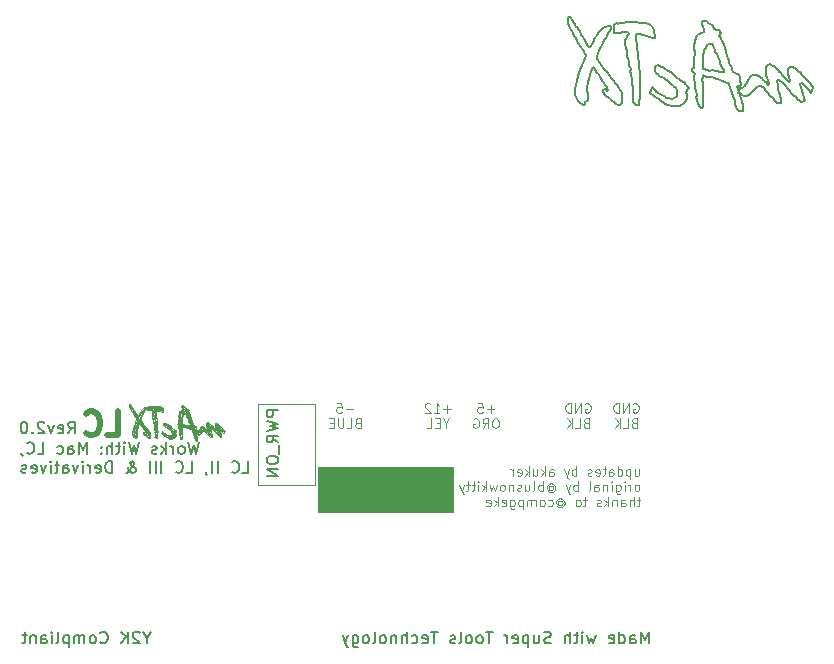
<source format=gbr>
G04 #@! TF.GenerationSoftware,KiCad,Pcbnew,(6.0.0-0)*
G04 #@! TF.CreationDate,2022-02-20T16:40:43-06:00*
G04 #@! TF.ProjectId,mactxlc,6d616374-786c-4632-9e6b-696361645f70,rev?*
G04 #@! TF.SameCoordinates,Original*
G04 #@! TF.FileFunction,Legend,Bot*
G04 #@! TF.FilePolarity,Positive*
%FSLAX46Y46*%
G04 Gerber Fmt 4.6, Leading zero omitted, Abs format (unit mm)*
G04 Created by KiCad (PCBNEW (6.0.0-0)) date 2022-02-20 16:40:43*
%MOMM*%
%LPD*%
G01*
G04 APERTURE LIST*
%ADD10C,0.120000*%
%ADD11C,0.100000*%
%ADD12C,0.135000*%
%ADD13C,0.052500*%
%ADD14C,0.150000*%
%ADD15C,0.500000*%
G04 APERTURE END LIST*
D10*
X225806000Y-55372000D02*
X225806000Y-48514000D01*
X230632000Y-55372000D02*
X225806000Y-55372000D01*
X230632000Y-48514000D02*
X230632000Y-55372000D01*
X225806000Y-48514000D02*
X230632000Y-48514000D01*
D11*
X245795714Y-48943142D02*
X245186190Y-48943142D01*
X245490952Y-49247904D02*
X245490952Y-48638380D01*
X244424285Y-48447904D02*
X244805238Y-48447904D01*
X244843333Y-48828857D01*
X244805238Y-48790761D01*
X244729047Y-48752666D01*
X244538571Y-48752666D01*
X244462380Y-48790761D01*
X244424285Y-48828857D01*
X244386190Y-48905047D01*
X244386190Y-49095523D01*
X244424285Y-49171714D01*
X244462380Y-49209809D01*
X244538571Y-49247904D01*
X244729047Y-49247904D01*
X244805238Y-49209809D01*
X244843333Y-49171714D01*
X245986190Y-49735904D02*
X245833809Y-49735904D01*
X245757619Y-49774000D01*
X245681428Y-49850190D01*
X245643333Y-50002571D01*
X245643333Y-50269238D01*
X245681428Y-50421619D01*
X245757619Y-50497809D01*
X245833809Y-50535904D01*
X245986190Y-50535904D01*
X246062380Y-50497809D01*
X246138571Y-50421619D01*
X246176666Y-50269238D01*
X246176666Y-50002571D01*
X246138571Y-49850190D01*
X246062380Y-49774000D01*
X245986190Y-49735904D01*
X244843333Y-50535904D02*
X245110000Y-50154952D01*
X245300476Y-50535904D02*
X245300476Y-49735904D01*
X244995714Y-49735904D01*
X244919523Y-49774000D01*
X244881428Y-49812095D01*
X244843333Y-49888285D01*
X244843333Y-50002571D01*
X244881428Y-50078761D01*
X244919523Y-50116857D01*
X244995714Y-50154952D01*
X245300476Y-50154952D01*
X244081428Y-49774000D02*
X244157619Y-49735904D01*
X244271904Y-49735904D01*
X244386190Y-49774000D01*
X244462380Y-49850190D01*
X244500476Y-49926380D01*
X244538571Y-50078761D01*
X244538571Y-50193047D01*
X244500476Y-50345428D01*
X244462380Y-50421619D01*
X244386190Y-50497809D01*
X244271904Y-50535904D01*
X244195714Y-50535904D01*
X244081428Y-50497809D01*
X244043333Y-50459714D01*
X244043333Y-50193047D01*
X244195714Y-50193047D01*
X257568665Y-48486000D02*
X257644856Y-48447904D01*
X257759142Y-48447904D01*
X257873427Y-48486000D01*
X257949618Y-48562190D01*
X257987713Y-48638380D01*
X258025808Y-48790761D01*
X258025808Y-48905047D01*
X257987713Y-49057428D01*
X257949618Y-49133619D01*
X257873427Y-49209809D01*
X257759142Y-49247904D01*
X257682951Y-49247904D01*
X257568665Y-49209809D01*
X257530570Y-49171714D01*
X257530570Y-48905047D01*
X257682951Y-48905047D01*
X257187713Y-49247904D02*
X257187713Y-48447904D01*
X256730570Y-49247904D01*
X256730570Y-48447904D01*
X256349618Y-49247904D02*
X256349618Y-48447904D01*
X256159142Y-48447904D01*
X256044856Y-48486000D01*
X255968665Y-48562190D01*
X255930570Y-48638380D01*
X255892475Y-48790761D01*
X255892475Y-48905047D01*
X255930570Y-49057428D01*
X255968665Y-49133619D01*
X256044856Y-49209809D01*
X256159142Y-49247904D01*
X256349618Y-49247904D01*
X257625808Y-50116857D02*
X257511522Y-50154952D01*
X257473427Y-50193047D01*
X257435332Y-50269238D01*
X257435332Y-50383523D01*
X257473427Y-50459714D01*
X257511522Y-50497809D01*
X257587713Y-50535904D01*
X257892475Y-50535904D01*
X257892475Y-49735904D01*
X257625808Y-49735904D01*
X257549618Y-49774000D01*
X257511522Y-49812095D01*
X257473427Y-49888285D01*
X257473427Y-49964476D01*
X257511522Y-50040666D01*
X257549618Y-50078761D01*
X257625808Y-50116857D01*
X257892475Y-50116857D01*
X256711522Y-50535904D02*
X257092475Y-50535904D01*
X257092475Y-49735904D01*
X256444856Y-50535904D02*
X256444856Y-49735904D01*
X255987713Y-50535904D02*
X256330570Y-50078761D01*
X255987713Y-49735904D02*
X256444856Y-50193047D01*
X253504665Y-48486000D02*
X253580856Y-48447904D01*
X253695142Y-48447904D01*
X253809427Y-48486000D01*
X253885618Y-48562190D01*
X253923713Y-48638380D01*
X253961808Y-48790761D01*
X253961808Y-48905047D01*
X253923713Y-49057428D01*
X253885618Y-49133619D01*
X253809427Y-49209809D01*
X253695142Y-49247904D01*
X253618951Y-49247904D01*
X253504665Y-49209809D01*
X253466570Y-49171714D01*
X253466570Y-48905047D01*
X253618951Y-48905047D01*
X253123713Y-49247904D02*
X253123713Y-48447904D01*
X252666570Y-49247904D01*
X252666570Y-48447904D01*
X252285618Y-49247904D02*
X252285618Y-48447904D01*
X252095142Y-48447904D01*
X251980856Y-48486000D01*
X251904665Y-48562190D01*
X251866570Y-48638380D01*
X251828475Y-48790761D01*
X251828475Y-48905047D01*
X251866570Y-49057428D01*
X251904665Y-49133619D01*
X251980856Y-49209809D01*
X252095142Y-49247904D01*
X252285618Y-49247904D01*
X253561808Y-50116857D02*
X253447522Y-50154952D01*
X253409427Y-50193047D01*
X253371332Y-50269238D01*
X253371332Y-50383523D01*
X253409427Y-50459714D01*
X253447522Y-50497809D01*
X253523713Y-50535904D01*
X253828475Y-50535904D01*
X253828475Y-49735904D01*
X253561808Y-49735904D01*
X253485618Y-49774000D01*
X253447522Y-49812095D01*
X253409427Y-49888285D01*
X253409427Y-49964476D01*
X253447522Y-50040666D01*
X253485618Y-50078761D01*
X253561808Y-50116857D01*
X253828475Y-50116857D01*
X252647522Y-50535904D02*
X253028475Y-50535904D01*
X253028475Y-49735904D01*
X252380856Y-50535904D02*
X252380856Y-49735904D01*
X251923713Y-50535904D02*
X252266570Y-50078761D01*
X251923713Y-49735904D02*
X252380856Y-50193047D01*
D12*
X263485715Y-22908698D02*
X263485715Y-22885505D01*
X257794070Y-17431851D02*
X257790155Y-17301486D01*
X270714470Y-20590824D02*
X270765275Y-20861090D01*
X266399285Y-21622071D02*
X266392940Y-21596196D01*
X256892450Y-17713146D02*
X256886105Y-17776596D01*
X257491085Y-21464117D02*
X257543825Y-21573980D01*
X271755950Y-22926027D02*
X271776020Y-22926027D01*
X259430000Y-19971930D02*
X259430000Y-20240000D01*
X262739840Y-18178491D02*
X262725935Y-18317631D01*
X267360440Y-20981204D02*
X267328715Y-21046148D01*
X266791640Y-21756356D02*
X266761310Y-21756356D01*
X271583150Y-22790042D02*
X271696145Y-22885014D01*
X268878290Y-19848149D02*
X268867265Y-19865487D01*
X253890000Y-18271236D02*
X253862654Y-18304671D01*
X255698347Y-16769316D02*
X255702987Y-16759551D01*
X259284020Y-16677741D02*
X259280870Y-16668246D01*
X261256460Y-21947759D02*
X261261095Y-21966560D01*
X266183195Y-22848636D02*
X266183195Y-22884528D01*
X254781846Y-20810064D02*
X254794541Y-20830328D01*
X266708345Y-21742190D02*
X266667845Y-21715577D01*
X271753250Y-21340335D02*
X271792850Y-21322029D01*
X264433685Y-16720491D02*
X264423695Y-16699476D01*
X266749160Y-21756356D02*
X266716400Y-21746343D01*
X266675900Y-21435312D02*
X266675900Y-21416268D01*
X262122215Y-22410404D02*
X262122215Y-22378665D01*
X257897795Y-17167746D02*
X258005480Y-17147226D01*
X261179779Y-21753422D02*
X261185405Y-21761724D01*
X253759388Y-21259529D02*
X253814072Y-21027837D01*
X254428574Y-20343999D02*
X254443226Y-20363773D01*
X265682255Y-19510014D02*
X265581410Y-19182126D01*
X263452010Y-21825440D02*
X263455880Y-21811530D01*
X253234481Y-23143071D02*
X253248156Y-23149911D01*
X266996975Y-21595710D02*
X266882450Y-21708012D01*
X262222745Y-21664556D02*
X262165910Y-21559085D01*
X266417330Y-21557136D02*
X266573345Y-21581549D01*
X258337759Y-17249736D02*
X258349955Y-17253156D01*
X266305010Y-23380620D02*
X266392445Y-23573736D01*
X253069929Y-18200946D02*
X253093122Y-18240006D01*
X253396103Y-17648437D02*
X253379993Y-17621571D01*
X271931765Y-21376470D02*
X271945220Y-21387455D01*
X269036285Y-21421146D02*
X268987145Y-21463874D01*
X266675900Y-21416268D02*
X266667575Y-21366705D01*
X257190530Y-17089131D02*
X257227385Y-17123061D01*
X264926390Y-19604010D02*
X265041815Y-19857185D01*
X252152694Y-15729726D02*
X252090439Y-15760236D01*
X270711004Y-20564459D02*
X270714470Y-20590824D01*
X254985219Y-17941881D02*
X254998886Y-17914566D01*
X268812590Y-20157474D02*
X268812590Y-20300543D01*
X256928315Y-17580081D02*
X256920260Y-17602806D01*
X256774055Y-17012676D02*
X256799930Y-17017536D01*
X263372630Y-16217301D02*
X263372630Y-16250511D01*
X268277450Y-20817143D02*
X268046285Y-20680910D01*
X259161440Y-16487796D02*
X259148075Y-16475601D01*
X271137335Y-22315193D02*
X271351445Y-22554935D01*
X269472785Y-19927983D02*
X269436380Y-19901618D01*
X259534265Y-22054935D02*
X259527965Y-22049324D01*
X257541350Y-21946535D02*
X257544770Y-21964116D01*
X255966903Y-16459761D02*
X255964460Y-16476816D01*
X257070920Y-18912846D02*
X257071865Y-18924321D01*
X266881190Y-23444341D02*
X266856755Y-23253911D01*
X266495450Y-20645756D02*
X266412200Y-20597174D01*
X256885115Y-16191696D02*
X256767215Y-16215816D01*
X257564300Y-22083749D02*
X257564300Y-22117922D01*
X252606065Y-22006839D02*
X252607775Y-22114997D01*
X269123630Y-19743168D02*
X269085335Y-19743168D01*
X265229330Y-20371098D02*
X265193195Y-20385746D01*
X252725936Y-21560552D02*
X252722763Y-21566168D01*
X260741075Y-20408453D02*
X260713265Y-20390871D01*
X256173692Y-21448493D02*
X256144392Y-21413577D01*
X260632445Y-22631840D02*
X260612645Y-22627448D01*
X255055284Y-16653036D02*
X254628765Y-17130126D01*
X257943245Y-23228765D02*
X258049175Y-23204352D01*
X262793075Y-17793966D02*
X262789160Y-17833026D01*
X254546249Y-19290531D02*
X254498153Y-19189686D01*
X266638010Y-21254885D02*
X266651960Y-21181647D01*
X269864375Y-21906984D02*
X269861945Y-21896247D01*
X270707405Y-20538093D02*
X270711004Y-20564459D01*
X270689090Y-20269533D02*
X270689090Y-20343266D01*
X263498630Y-22535648D02*
X263483015Y-22326668D01*
X266032085Y-22479011D02*
X266088965Y-22611090D01*
X257602909Y-23030036D02*
X257608040Y-23034185D01*
X256389755Y-16244616D02*
X256381209Y-16249971D01*
X255064559Y-21872569D02*
X255059438Y-21879642D01*
X252076035Y-16320036D02*
X252077744Y-16333986D01*
X264840440Y-17343246D02*
X264991820Y-17103981D01*
X257886320Y-18483411D02*
X257886320Y-18461676D01*
X257018405Y-18619626D02*
X257022320Y-18640371D01*
X264261065Y-20856446D02*
X264399260Y-20921637D01*
X262584095Y-20062259D02*
X262577255Y-20068856D01*
X263557940Y-18575931D02*
X263561900Y-18568596D01*
X256481555Y-21935798D02*
X256362413Y-21726323D01*
X261151205Y-22546880D02*
X261143195Y-22552496D01*
X268812590Y-20300543D02*
X268848770Y-20684330D01*
X260481560Y-23197760D02*
X260535515Y-23218509D01*
X260252780Y-20978279D02*
X260360465Y-21068855D01*
X256462025Y-23192630D02*
X256537215Y-23144048D01*
X257437625Y-21075933D02*
X257482040Y-21421146D01*
X257238140Y-19833011D02*
X257242280Y-19851078D01*
X265053065Y-21146493D02*
X265090685Y-21161136D01*
X257544770Y-21964116D02*
X257547965Y-21981446D01*
X258173690Y-21293216D02*
X258173690Y-21207280D01*
X265698590Y-19561287D02*
X265682255Y-19510014D01*
X252053330Y-15945051D02*
X252059433Y-16120101D01*
X256612415Y-22437260D02*
X256612415Y-22384529D01*
X266468630Y-21853767D02*
X266399285Y-21622071D01*
X253555286Y-19030521D02*
X253535261Y-19076916D01*
X270793310Y-21210452D02*
X270781835Y-21210452D01*
X258051875Y-19655522D02*
X258051875Y-19618167D01*
X253694930Y-22798349D02*
X253703228Y-22789556D01*
X270778910Y-20910648D02*
X270839975Y-21122072D01*
X252788193Y-22698737D02*
X252795762Y-22711674D01*
X259769885Y-20701911D02*
X259948580Y-20791268D01*
X257183195Y-17085937D02*
X257190530Y-17089131D01*
X253814072Y-21027837D02*
X253821888Y-21000248D01*
X267696410Y-20630127D02*
X267692270Y-20632571D01*
X254088972Y-20181648D02*
X254097032Y-20156498D01*
X261386060Y-23307623D02*
X261398345Y-23304936D01*
X272214455Y-20982671D02*
X271895135Y-20667972D01*
X262562585Y-20315433D02*
X262566995Y-20323979D01*
X259369790Y-17531256D02*
X259413215Y-17504616D01*
X257914895Y-18573996D02*
X257910755Y-18561531D01*
X268989395Y-21216806D02*
X269007215Y-21259034D01*
X265234955Y-20365487D02*
X265232255Y-20368412D01*
X263482250Y-23369390D02*
X263487650Y-23360113D01*
X254498153Y-19189686D02*
X254482286Y-19139916D01*
X267758375Y-21953127D02*
X267886310Y-21811530D01*
X262964975Y-22400153D02*
X262928570Y-22546637D01*
X256949825Y-18304941D02*
X256956890Y-18336441D01*
X266712530Y-21744390D02*
X266708345Y-21742190D01*
X262101650Y-22298097D02*
X262097780Y-22283697D01*
X255242786Y-17529816D02*
X255248397Y-17518296D01*
X266785249Y-22368167D02*
X266807975Y-22379885D01*
X263400755Y-16382047D02*
X263465960Y-16528071D01*
X257751590Y-16184316D02*
X257712035Y-16179411D01*
X268856060Y-20730473D02*
X268863125Y-20776373D01*
X257242280Y-19851078D02*
X257244755Y-19861577D01*
X271776020Y-22926027D02*
X271831640Y-22926027D01*
X252193955Y-16645071D02*
X252199570Y-16665321D01*
X252637070Y-21797612D02*
X252632673Y-21814703D01*
X264080885Y-17990481D02*
X264118010Y-17990481D01*
X262102145Y-22665536D02*
X262105070Y-22649417D01*
X260319200Y-22540287D02*
X260036690Y-22369634D01*
X255236193Y-17537871D02*
X255242786Y-17529816D01*
X269999870Y-22370125D02*
X269914910Y-22097906D01*
X264114140Y-16369131D02*
X264101630Y-16360626D01*
X260453210Y-20250489D02*
X260429090Y-20240000D01*
X269932280Y-21079839D02*
X270011570Y-21138924D01*
X266511830Y-20662118D02*
X266498870Y-20649171D01*
X263495435Y-22815922D02*
X263496965Y-22806161D01*
X258056509Y-23199713D02*
X258063575Y-23194830D01*
X252133896Y-16460436D02*
X252139023Y-16474116D01*
X255415149Y-21953370D02*
X255412215Y-21955328D01*
X257905625Y-23228765D02*
X257943245Y-23228765D01*
X262786460Y-20510018D02*
X262789160Y-20513433D01*
X268835090Y-21986823D02*
X269042810Y-22230471D01*
X265755695Y-21706059D02*
X265880030Y-21990486D01*
X264101630Y-16360626D02*
X264088940Y-16352031D01*
X255538922Y-17012226D02*
X255544542Y-17003406D01*
X264340220Y-20271248D02*
X264236225Y-20257815D01*
X256614350Y-22595709D02*
X256612415Y-22437260D01*
X253751571Y-22690925D02*
X253754505Y-22679936D01*
X252872667Y-16702851D02*
X252866075Y-16695066D01*
X255381944Y-21755865D02*
X255442982Y-21908208D01*
X257057240Y-18807142D02*
X257058680Y-18815196D01*
X268525265Y-21009527D02*
X268322135Y-20851077D01*
X255365829Y-21720955D02*
X255373884Y-21738527D01*
X262073345Y-22188477D02*
X262073345Y-22161873D01*
X263810885Y-18170886D02*
X263822135Y-18155271D01*
X262788215Y-18751971D02*
X262793840Y-18787836D01*
X263416145Y-23416265D02*
X263482250Y-23369390D01*
X266650250Y-22476324D02*
X266642195Y-22449711D01*
X261261095Y-21966560D02*
X261265505Y-21985109D01*
X262687595Y-20025642D02*
X262584095Y-20062259D01*
X254482286Y-19139916D02*
X254482286Y-19123536D01*
X263481755Y-21482675D02*
X263481080Y-21466803D01*
X263483015Y-22326668D02*
X263478650Y-22276862D01*
X253079699Y-17049801D02*
X253070415Y-17031981D01*
X255143903Y-21850591D02*
X255064559Y-21872569D01*
X262784030Y-17865471D02*
X262745690Y-18135516D01*
X253555286Y-18987546D02*
X253555286Y-19015131D01*
X262932035Y-17314941D02*
X262858775Y-17442606D01*
X252917586Y-20774172D02*
X252917586Y-20859380D01*
X257984015Y-19082766D02*
X257981540Y-19067646D01*
X253742787Y-22319342D02*
X253737167Y-22294686D01*
X259966625Y-20801028D02*
X259984445Y-20810798D01*
X270781835Y-21210452D02*
X270769640Y-21204597D01*
X258051875Y-19730960D02*
X258051875Y-19655522D01*
X272536970Y-22020753D02*
X272569190Y-22083749D01*
X257082395Y-19092531D02*
X257114839Y-19244901D01*
X266027224Y-22468508D02*
X266032085Y-22479011D01*
X253641956Y-21918702D02*
X253676129Y-21690921D01*
X264535520Y-18679206D02*
X264577505Y-18760026D01*
X256759159Y-16218246D02*
X256750115Y-16220676D01*
X257622665Y-23042973D02*
X257756720Y-23116215D01*
X263521310Y-18797601D02*
X263523335Y-18781761D01*
X252222275Y-16705821D02*
X252463974Y-17134536D01*
X256151475Y-23103521D02*
X256275009Y-23185794D01*
X255121934Y-22226565D02*
X255130236Y-22242923D01*
X270242060Y-21350348D02*
X270350690Y-21434327D01*
X260535515Y-23218509D02*
X260828195Y-23291022D01*
X253617534Y-22883547D02*
X253694930Y-22798349D01*
X265736975Y-21660402D02*
X265746470Y-21683352D01*
X256612415Y-22336914D02*
X256584110Y-22194341D01*
X268160495Y-21593267D02*
X268239560Y-21566168D01*
X258120725Y-20515143D02*
X258115100Y-20469729D01*
X255473744Y-17101551D02*
X255538922Y-17012226D01*
X271640525Y-20413578D02*
X271618519Y-20390142D01*
X261949099Y-22937750D02*
X262038469Y-22825934D01*
X262156325Y-21942629D02*
X262164154Y-21923589D01*
X255373884Y-21738527D02*
X255381944Y-21755865D01*
X263485715Y-22940193D02*
X263485715Y-22908698D01*
X265112375Y-21171635D02*
X265313840Y-21254885D01*
X263721065Y-16088376D02*
X263646095Y-16055931D01*
X254278431Y-17650641D02*
X254257430Y-17690421D01*
X268544075Y-21025155D02*
X268525265Y-21009527D01*
X257821655Y-17192857D02*
X257880740Y-17172606D01*
X271865075Y-20640387D02*
X271849460Y-20625735D01*
X259165400Y-21759528D02*
X259101455Y-21899910D01*
X253182969Y-19995123D02*
X252997178Y-20519049D01*
X257027450Y-17054166D02*
X257046980Y-17056866D01*
X265246205Y-20258792D02*
X265246700Y-20262941D01*
X264577505Y-18760026D02*
X264588710Y-18780276D01*
X262122215Y-22466064D02*
X262122215Y-22410404D01*
X257794070Y-17588136D02*
X257794070Y-17508306D01*
X269042810Y-22230471D02*
X269108780Y-22314216D01*
X252635117Y-22346198D02*
X252641466Y-22361579D01*
X259101455Y-21899910D02*
X259040660Y-22036872D01*
X270725450Y-21851567D02*
X270755015Y-21885258D01*
X262785515Y-18833241D02*
X262696640Y-19312262D01*
X261063590Y-21632327D02*
X261078215Y-21645512D01*
X266498870Y-20649171D02*
X266495450Y-20645756D01*
X263485715Y-21288581D02*
X263412455Y-21156983D01*
X257818460Y-17194566D02*
X257821655Y-17192857D01*
X261667310Y-21166752D02*
X261616100Y-21122810D01*
X269914910Y-22097906D02*
X269908565Y-22077642D01*
X270845060Y-21142340D02*
X270845060Y-21155034D01*
X266503010Y-23703618D02*
X266515250Y-23709722D01*
X253555286Y-19015131D02*
X253555286Y-19030521D01*
X258090440Y-22744637D02*
X258120950Y-22663335D01*
X263745185Y-16101291D02*
X263733260Y-16094991D01*
X255019635Y-22008792D02*
X255050154Y-22079843D01*
X269781350Y-21083255D02*
X269786030Y-21078372D01*
X258125090Y-22653566D02*
X258129005Y-22590093D01*
X269827520Y-21689216D02*
X269823065Y-21658454D01*
X262731785Y-20459478D02*
X262737905Y-20464604D01*
X259725200Y-20678228D02*
X259752065Y-20693852D01*
X253408068Y-18707781D02*
X253509629Y-18876486D01*
X253394393Y-18688476D02*
X253408068Y-18707781D01*
X263519375Y-23191653D02*
X263519375Y-23156252D01*
X255964460Y-16476816D02*
X255964460Y-16515111D01*
X255453476Y-17134041D02*
X255466661Y-17110596D01*
X268265975Y-21566168D02*
X268302830Y-21566168D01*
X254773301Y-18387921D02*
X254799180Y-18333741D01*
X259148075Y-16475601D02*
X258987380Y-16382047D01*
X271806035Y-21322029D02*
X271840685Y-21322029D01*
X255059190Y-22098635D02*
X255121934Y-22226565D01*
X253058211Y-23032475D02*
X253220567Y-23135993D01*
X257561645Y-22968755D02*
X257564300Y-22975590D01*
X256257185Y-16320801D02*
X256250597Y-16316661D01*
X263806520Y-20220708D02*
X263607260Y-20173593D01*
X270752315Y-20023442D02*
X270741560Y-20037603D01*
X252761580Y-21441896D02*
X252758160Y-21456791D01*
X254320416Y-20179934D02*
X254356556Y-20240972D01*
X261287690Y-22164798D02*
X261287690Y-22224860D01*
X262813595Y-21564458D02*
X262825520Y-21710208D01*
X270845060Y-21155034D02*
X270832910Y-21190679D01*
X258173690Y-21426272D02*
X258173690Y-21293216D01*
X263822135Y-18155271D02*
X263943950Y-18041736D01*
X266616095Y-20842046D02*
X266609435Y-20822759D01*
X270350690Y-21434327D02*
X270376835Y-21454104D01*
X263909030Y-16216806D02*
X263891705Y-16202856D01*
X261220325Y-23322027D02*
X261261590Y-23322027D01*
X259984445Y-20810798D02*
X260163455Y-20900397D01*
X264212285Y-20848391D02*
X264246440Y-20849372D01*
X270918320Y-19938234D02*
X270832640Y-19959479D01*
X261398345Y-23304936D02*
X261499910Y-23272464D01*
X256209336Y-21497075D02*
X256173692Y-21448493D01*
X259174895Y-16499721D02*
X259161440Y-16487796D01*
X255729843Y-16625001D02*
X255689073Y-16535676D01*
X269010410Y-21267098D02*
X269030390Y-21336186D01*
X255964460Y-16515111D02*
X255964460Y-16601556D01*
X253060898Y-17014161D02*
X252953231Y-16802481D01*
X264044750Y-20278079D02*
X263845580Y-20231202D01*
X269108780Y-22314216D02*
X269173940Y-22396980D01*
X255252303Y-21531986D02*
X255365829Y-21720955D01*
X265220060Y-20203860D02*
X265223975Y-20209481D01*
X269032100Y-21347662D02*
X269036285Y-21390871D01*
X255785261Y-22823004D02*
X255968123Y-22966559D01*
X257020385Y-17372316D02*
X257013275Y-17385726D01*
X268879010Y-21360356D02*
X268779155Y-21226566D01*
X265678070Y-21481689D02*
X265736975Y-21660402D01*
X252722763Y-21566168D02*
X252712022Y-21590337D01*
X266847260Y-23199470D02*
X266769905Y-22901129D01*
X267474695Y-20828861D02*
X267462500Y-20842293D01*
X253829453Y-20972415D02*
X253921005Y-20651372D01*
X252053330Y-15853476D02*
X252053330Y-15880611D01*
X252081650Y-16341051D02*
X252128525Y-16446801D01*
X264317720Y-18146721D02*
X264334820Y-18172596D01*
X258159515Y-20915040D02*
X258120725Y-20515143D01*
X256916840Y-17611581D02*
X256894655Y-17696766D01*
X252085312Y-15766356D02*
X252079941Y-15772476D01*
X255968123Y-22966559D02*
X256151475Y-23103521D01*
X259781585Y-22712655D02*
X259794500Y-22723149D01*
X257525015Y-21805667D02*
X257525015Y-21845222D01*
X262744250Y-19897464D02*
X262750100Y-19947027D01*
X257974970Y-18829326D02*
X257983025Y-18764391D01*
X254214216Y-17786856D02*
X254165391Y-17876451D01*
X266183195Y-22884528D02*
X266193455Y-22978277D01*
X266642195Y-22449711D02*
X266633915Y-22422855D01*
X264487640Y-16796856D02*
X264433685Y-16720491D01*
X265249130Y-20329599D02*
X265234955Y-20365487D01*
X256559945Y-23116458D02*
X256599725Y-23024172D01*
X262969070Y-22360845D02*
X262969070Y-22386477D01*
X262078970Y-22144049D02*
X262148090Y-21961187D01*
X252997178Y-20519049D02*
X252917586Y-20774172D01*
X264211250Y-16421601D02*
X264205445Y-16419936D01*
X252633654Y-16366251D02*
X252621446Y-16346946D01*
X253154894Y-17203881D02*
X253079699Y-17049801D01*
X264864380Y-20365730D02*
X264864380Y-20365730D01*
X257569204Y-22405764D02*
X257569925Y-22437993D01*
X261924620Y-22961186D02*
X261936905Y-22949468D01*
X269036285Y-21405279D02*
X269036285Y-21421146D01*
X272310890Y-21792243D02*
X272510825Y-21991458D01*
X252917586Y-20859380D02*
X252908555Y-20868902D01*
X252767687Y-16574511D02*
X252645858Y-16385241D01*
X258100700Y-23139899D02*
X258100700Y-23121827D01*
X269792060Y-21442629D02*
X269759660Y-21217292D01*
X254672222Y-20644046D02*
X254677842Y-20651129D01*
X260796245Y-21412115D02*
X260844350Y-21449465D01*
X266486450Y-22125977D02*
X266473535Y-22160892D01*
X270830435Y-21193608D02*
X270828005Y-21196290D01*
X272510825Y-21991458D02*
X272534540Y-22014165D01*
X258092375Y-17192361D02*
X258200285Y-17216571D01*
X270138020Y-21262940D02*
X270150035Y-21273686D01*
X262858775Y-17442606D02*
X262852385Y-17465107D01*
X255412463Y-20516115D02*
X255055775Y-20041023D01*
X255447131Y-21921393D02*
X255444444Y-21924566D01*
X255193466Y-21853034D02*
X255154649Y-21853034D01*
X264300665Y-18120621D02*
X264317720Y-18146721D01*
X265313840Y-21254885D02*
X265332155Y-21260991D01*
X263606315Y-18491196D02*
X263611220Y-18483141D01*
X253466663Y-23104254D02*
X253513535Y-22998783D01*
X252795762Y-22711674D02*
X252804546Y-22727784D01*
X255702987Y-16759551D02*
X255707379Y-16749741D01*
X266095580Y-22626962D02*
X266102150Y-22642586D01*
X266582165Y-21580572D02*
X266647595Y-21543947D01*
X263203025Y-23348882D02*
X263345090Y-23416265D01*
X255350691Y-16532256D02*
X255327498Y-16542471D01*
X259603384Y-22100592D02*
X259597265Y-22097658D01*
X262969070Y-22386477D02*
X262964975Y-22400153D01*
X257099000Y-17275161D02*
X257090945Y-17280741D01*
X253650011Y-21971442D02*
X253639512Y-21936527D01*
X255534773Y-16481676D02*
X255513294Y-16481676D01*
X271985945Y-22897466D02*
X271998635Y-22891850D01*
X271831640Y-22926027D02*
X271985945Y-22897466D01*
X263586020Y-20707037D02*
X263595335Y-20710700D01*
X264599690Y-18800526D02*
X264668315Y-18920406D01*
X261756455Y-23097905D02*
X261774275Y-23084724D01*
X254159775Y-17885496D02*
X254137806Y-17921901D01*
X258154385Y-16262256D02*
X257790875Y-16188996D01*
X265895645Y-22024659D02*
X265898750Y-22033452D01*
X255377790Y-21969485D02*
X255373884Y-21970223D01*
X266019890Y-22440680D02*
X266027224Y-22468508D01*
X253937115Y-20602785D02*
X254000106Y-20444340D01*
X252796491Y-21190679D02*
X252795762Y-21210452D01*
X264666830Y-21002205D02*
X264695404Y-21012452D01*
X265250570Y-18138441D02*
X265244945Y-18123276D01*
X252898056Y-22872072D02*
X252907821Y-22884771D01*
X257608040Y-23034185D02*
X257622665Y-23042973D01*
X254738385Y-19596441D02*
X254709581Y-19554204D01*
X257336060Y-20320316D02*
X257335295Y-20333253D01*
X264840440Y-17367411D02*
X264840440Y-17343246D01*
X257790155Y-17301486D02*
X257789390Y-17282226D01*
X255018173Y-22003910D02*
X255019635Y-22008792D01*
X270405140Y-21486581D02*
X270695660Y-21817628D01*
X263943950Y-18041736D02*
X263957135Y-18034671D01*
X257223965Y-17140116D02*
X257179550Y-17201181D01*
X272294780Y-21775153D02*
X272310890Y-21792243D01*
X267021815Y-21563724D02*
X266996975Y-21595710D01*
X263528465Y-16993686D02*
X263523515Y-16995351D01*
X271895135Y-20667972D02*
X271865075Y-20640387D01*
X255179061Y-17610861D02*
X255236193Y-17537871D01*
X268302830Y-21566168D02*
X268413440Y-21612797D01*
X262789160Y-17833026D02*
X262784030Y-17865471D01*
X264236225Y-20257815D02*
X264201530Y-20257815D01*
X259186910Y-21712899D02*
X259165400Y-21759528D01*
X263496470Y-21669443D02*
X263500565Y-21654791D01*
X265473770Y-21297608D02*
X265515035Y-21297608D01*
X267365075Y-20971443D02*
X267360440Y-20981204D01*
X263500565Y-21654791D02*
X263498135Y-21639167D01*
X261048965Y-21618903D02*
X261063590Y-21632327D01*
X263499665Y-23034671D02*
X263485715Y-22940193D01*
X266291150Y-23345708D02*
X266298215Y-23363287D01*
X269776445Y-21088142D02*
X269781350Y-21083255D01*
X256743770Y-17023161D02*
X256774055Y-17012676D01*
X266385560Y-20583993D02*
X266208575Y-20506841D01*
X257712035Y-16179411D02*
X257348480Y-16155291D01*
X255672716Y-16520241D02*
X255569198Y-16481676D01*
X253220567Y-23135993D02*
X253234481Y-23143071D01*
X257005985Y-17399181D02*
X256928315Y-17580081D01*
X255448836Y-16496616D02*
X255350691Y-16532256D01*
X258037700Y-19491704D02*
X258015470Y-19306893D01*
X253931504Y-20614998D02*
X253937115Y-20602785D01*
X268987145Y-21463874D02*
X268977650Y-21468752D01*
X252712755Y-22536377D02*
X252719348Y-22552496D01*
X262648760Y-20402589D02*
X262731785Y-20459478D01*
D11*
X230866000Y-53848000D02*
X242274000Y-53848000D01*
X242274000Y-53848000D02*
X242274000Y-57658000D01*
X242274000Y-57658000D02*
X230866000Y-57658000D01*
X230866000Y-57658000D02*
X230866000Y-53848000D01*
G36*
X242274000Y-57658000D02*
G01*
X230866000Y-57658000D01*
X230866000Y-53848000D01*
X242274000Y-53848000D01*
X242274000Y-57658000D01*
G37*
X242274000Y-57658000D02*
X230866000Y-57658000D01*
X230866000Y-53848000D01*
X242274000Y-53848000D01*
X242274000Y-57658000D01*
D12*
X258068975Y-20026128D02*
X258066500Y-19992189D01*
X260805290Y-22683599D02*
X260793095Y-22678716D01*
X257986175Y-19097661D02*
X257984015Y-19082766D01*
X269007215Y-21259034D02*
X269010410Y-21267098D01*
X271901210Y-22119393D02*
X271872185Y-22034429D01*
X258115100Y-20469729D02*
X258109475Y-20424077D01*
X259741580Y-22696293D02*
X259781585Y-22712655D01*
X270117500Y-22828859D02*
X270093155Y-22704348D01*
X258987380Y-16382047D02*
X258968840Y-16375746D01*
X252199570Y-16665321D02*
X252222275Y-16705821D01*
X270083345Y-22664555D02*
X270018635Y-22431158D01*
X271303835Y-20082765D02*
X270982040Y-19952886D01*
X267450350Y-20855474D02*
X267365075Y-20971443D01*
X272822135Y-21712409D02*
X272822135Y-21712409D01*
X267745190Y-20615484D02*
X267733040Y-20615484D01*
X262991570Y-22847417D02*
X263042330Y-23063237D01*
X257564300Y-22975590D02*
X257602909Y-23030036D01*
X262866830Y-22019777D02*
X262871690Y-22049810D01*
X254097032Y-20156498D02*
X254100938Y-20140874D01*
X266834840Y-23689947D02*
X266842400Y-23680425D01*
X269030390Y-21336186D02*
X269031335Y-21342050D01*
X266807975Y-22379885D02*
X266969840Y-22438974D01*
X258516725Y-16273686D02*
X258215180Y-16268556D01*
X256886105Y-17776596D02*
X256886105Y-17797836D01*
X255523055Y-20658212D02*
X255496199Y-20625002D01*
X264588710Y-18780276D02*
X264599690Y-18800526D01*
X263372630Y-16250511D02*
X263372630Y-16283181D01*
X272673725Y-21509531D02*
X272665625Y-21498299D01*
X266088965Y-22611090D02*
X266095580Y-22626962D01*
X255019635Y-21989996D02*
X255018173Y-22003910D01*
X252641466Y-22361579D02*
X252706163Y-22520024D01*
X271362380Y-20124273D02*
X271333130Y-20094240D01*
X269031335Y-21342050D02*
X269032100Y-21347662D01*
X262223780Y-21673592D02*
X262222745Y-21664556D01*
X260713265Y-20390871D02*
X260453210Y-20250489D01*
X259315250Y-16838886D02*
X259312595Y-16820031D01*
X264510410Y-18625971D02*
X264535520Y-18679206D01*
X256017686Y-16327866D02*
X255966903Y-16459761D01*
X253280381Y-17404806D02*
X253172718Y-17234121D01*
X254998886Y-17914566D02*
X255012561Y-17886711D01*
X263896565Y-20819096D02*
X263917310Y-20822759D01*
X266585810Y-22205087D02*
X266549225Y-22103522D01*
X254709581Y-19554204D02*
X254626331Y-19426031D01*
X263450525Y-19419191D02*
X263509160Y-19199946D01*
X270117500Y-22902592D02*
X270117500Y-22877202D01*
X272629760Y-21453618D02*
X272282090Y-21053231D01*
X263484950Y-19636235D02*
X263454440Y-19439459D01*
X258163700Y-20984133D02*
X258161720Y-20949708D01*
X266171000Y-20490483D02*
X266047205Y-20402837D01*
X257072630Y-18935571D02*
X257080685Y-19065667D01*
X265618760Y-21348881D02*
X265671500Y-21454842D01*
X255622423Y-16895991D02*
X255631212Y-16882806D01*
X263473970Y-22226808D02*
X263458580Y-22013679D01*
X255303086Y-22422365D02*
X255482775Y-22576908D01*
X252090439Y-15760236D02*
X252085312Y-15766356D01*
X256617050Y-22909917D02*
X256617050Y-22872072D01*
X252060898Y-16138911D02*
X252061874Y-16157496D01*
X269173940Y-22396980D02*
X269375585Y-22641362D01*
X259339460Y-17121351D02*
X259337750Y-17092821D01*
X256909055Y-18079086D02*
X256945640Y-18288561D01*
X253366317Y-23184332D02*
X253389996Y-23184332D01*
X255300885Y-21921393D02*
X255292587Y-21916511D01*
X269818970Y-23062503D02*
X269844350Y-23062503D01*
X253270859Y-19768315D02*
X253235948Y-19858404D01*
X254254991Y-17696046D02*
X254222519Y-17769036D01*
X261373910Y-23310062D02*
X261386060Y-23307623D01*
X260866085Y-21466560D02*
X261048965Y-21618903D01*
X263596775Y-16894056D02*
X263578460Y-16948731D01*
X256269150Y-16314231D02*
X256257185Y-16320801D01*
X266969840Y-22438974D02*
X267023750Y-22438974D01*
X269375585Y-22641362D02*
X269587040Y-22875249D01*
X253771349Y-22521491D02*
X253771349Y-22464602D01*
X252061874Y-16157496D02*
X252076035Y-16320036D01*
X253513535Y-22998783D02*
X253517688Y-22989261D01*
X253461537Y-23115729D02*
X253466663Y-23104254D01*
X264545510Y-16834251D02*
X264487640Y-16796856D01*
X259481075Y-19874514D02*
X259473965Y-19880868D01*
X257085320Y-17284656D02*
X257020385Y-17372316D01*
X256323105Y-23213384D02*
X256339220Y-23213384D01*
X257062370Y-17058351D02*
X257175905Y-17082741D01*
X253708848Y-22782230D02*
X253751571Y-22690925D01*
X255125597Y-17670891D02*
X255128769Y-17668236D01*
X266037935Y-20392829D02*
X266028439Y-20382573D01*
X257880740Y-17172606D02*
X257889290Y-17170176D01*
X267733040Y-20615484D02*
X267700325Y-20627445D01*
X262845815Y-17487291D02*
X262793075Y-17793966D01*
X266635580Y-21263921D02*
X266635580Y-21263921D01*
X258066500Y-22809815D02*
X258067985Y-22806404D01*
X272248385Y-21018072D02*
X272214455Y-20982671D01*
X269846510Y-21812993D02*
X269827520Y-21689216D01*
X266667575Y-21366705D02*
X266666135Y-21359865D01*
X258173690Y-21207280D02*
X258163700Y-20984133D01*
X259430000Y-20302743D02*
X259496960Y-20472902D01*
X266573345Y-21581549D02*
X266582165Y-21580572D01*
X256617050Y-22872072D02*
X256617050Y-22809815D01*
X265714700Y-19612308D02*
X265698590Y-19561287D01*
X257349740Y-20182377D02*
X257347985Y-20194586D01*
X268749140Y-21194828D02*
X268562570Y-21040536D01*
X262148090Y-21961187D02*
X262156325Y-21942629D01*
X252503523Y-16154076D02*
X252492050Y-16134726D01*
X257543825Y-21573980D02*
X257549405Y-21586184D01*
X257983025Y-18764391D02*
X257984015Y-18758811D01*
X272074595Y-22763924D02*
X272063570Y-22687262D01*
X257930510Y-18334956D02*
X257925380Y-18323481D01*
X264142715Y-17990481D02*
X264216650Y-18029316D01*
X266298215Y-23363287D02*
X266305010Y-23380620D01*
X256047476Y-17139666D02*
X256138781Y-17139666D01*
X256469099Y-16214106D02*
X256389755Y-16244616D01*
X268867265Y-19865487D02*
X268828970Y-19977785D01*
X259496960Y-20472902D02*
X259510595Y-20491217D01*
X269818475Y-21627449D02*
X269792060Y-21442629D01*
X254950547Y-21098150D02*
X254969348Y-21131599D01*
X254662218Y-18628401D02*
X254773301Y-18387921D01*
X254257430Y-17690421D02*
X254254991Y-17696046D01*
X266737640Y-23746343D02*
X266827010Y-23699224D01*
X261072635Y-20659674D02*
X261044780Y-20635262D01*
X266409500Y-23607915D02*
X266503010Y-23703618D01*
X257370935Y-20591562D02*
X257374129Y-20615970D01*
X256886105Y-17861826D02*
X256902440Y-18028056D01*
X263561900Y-18568596D02*
X263606315Y-18491196D01*
X272822135Y-21712409D02*
X272817275Y-21706793D01*
X256369734Y-23213384D02*
X256462025Y-23192630D01*
X263720570Y-20773196D02*
X263734475Y-20781498D01*
X255059438Y-21879642D02*
X255054060Y-21886478D01*
X256920260Y-17602806D02*
X256916840Y-17611581D01*
X263478650Y-22276862D02*
X263473970Y-22226808D01*
X256902440Y-18028056D02*
X256905860Y-18053706D01*
X255154649Y-21853034D02*
X255143903Y-21850591D01*
X268971080Y-21462897D02*
X268896065Y-21381596D01*
X255174179Y-17617431D02*
X255179061Y-17610861D01*
X254907581Y-18102037D02*
X254985219Y-17941881D01*
X259430000Y-20240000D02*
X259430000Y-20302743D01*
X253475446Y-19238061D02*
X253375596Y-19498539D01*
X264848540Y-17381136D02*
X264840440Y-17367411D01*
X263505470Y-22668704D02*
X263498630Y-22535648D01*
X263489405Y-20078859D02*
X263489405Y-20062502D01*
X255128769Y-17668236D02*
X255169296Y-17623776D01*
X271057685Y-22224374D02*
X271088690Y-22258547D01*
X268022840Y-20671878D02*
X267999125Y-20662361D01*
X263744285Y-20784671D02*
X263896565Y-20819096D01*
X255964460Y-16630626D02*
X255964460Y-16670181D01*
X267023750Y-22438974D02*
X267109025Y-22438974D01*
X258187865Y-16271976D02*
X258154385Y-16262256D01*
X263611220Y-18483141D02*
X263619275Y-18469236D01*
X263392475Y-23416265D02*
X263416145Y-23416265D01*
X264818705Y-19304936D02*
X264889040Y-19511967D01*
X269865095Y-21915039D02*
X269864375Y-21906984D01*
X268812590Y-20112555D02*
X268812590Y-20157474D01*
X252814073Y-17752431D02*
X252833360Y-17788071D01*
X266652725Y-21170415D02*
X266654885Y-21130622D01*
X256548690Y-23130377D02*
X256559945Y-23116458D01*
X265335845Y-18369156D02*
X265327790Y-18347151D01*
X268887560Y-21371097D02*
X268879010Y-21360356D01*
X268889270Y-19830572D02*
X268878290Y-19848149D01*
X257926370Y-18345486D02*
X257930510Y-18334956D01*
X263621210Y-16055931D02*
X263592905Y-16055931D01*
X257800640Y-17671386D02*
X257794070Y-17623551D01*
X257013275Y-17385726D02*
X257005985Y-17399181D01*
X269673935Y-20100590D02*
X269472785Y-19927983D01*
X257344610Y-20164553D02*
X257349740Y-20182377D01*
X253456160Y-23127204D02*
X253461537Y-23115729D01*
X270689090Y-20343266D02*
X270707405Y-20538093D01*
X258129005Y-22590093D02*
X258181745Y-21940190D01*
X263519375Y-23231208D02*
X263519375Y-23191653D01*
X257910755Y-18561531D02*
X257906615Y-18548841D01*
X257374129Y-20615970D02*
X257378990Y-20650886D01*
X257081630Y-19080336D02*
X257082395Y-19092531D01*
X262557950Y-20306892D02*
X262562585Y-20315433D01*
X265417070Y-18629391D02*
X265335845Y-18369156D01*
X257201014Y-19646733D02*
X257203490Y-19660648D01*
X255974472Y-16789071D02*
X255975206Y-16795687D01*
X257984015Y-18758811D02*
X257975690Y-18738516D01*
X270093155Y-22704348D02*
X270088520Y-22684571D01*
X263957135Y-18034671D02*
X263970095Y-18027336D01*
X256115097Y-16262256D02*
X256033067Y-16309101D01*
X252470078Y-16102281D02*
X252373887Y-15962421D01*
X254626331Y-19426031D02*
X254546249Y-19290531D01*
X262871690Y-22049810D02*
X262879790Y-22071536D01*
X266232020Y-23189948D02*
X266235935Y-23201175D01*
X255988143Y-17119371D02*
X256032581Y-17139666D01*
X256612910Y-16252446D02*
X256476425Y-16213386D01*
X263498135Y-21639167D02*
X263481755Y-21482675D01*
X263734475Y-20781498D02*
X263744285Y-20784671D01*
X269587040Y-22875249D02*
X269743280Y-23015627D01*
X255724961Y-22774661D02*
X255785261Y-22823004D01*
X262165910Y-21559085D02*
X262155380Y-21546881D01*
X257794070Y-17623551D02*
X257794070Y-17588136D01*
X269861945Y-21896247D02*
X269846510Y-21812993D01*
X266475965Y-21874031D02*
X266468630Y-21853767D01*
X254100938Y-20140874D02*
X254165882Y-19986821D01*
X268848770Y-20684330D02*
X268856060Y-20730473D01*
X272695640Y-21979983D02*
X272703695Y-21962159D01*
X262735970Y-20001716D02*
X262705460Y-20023928D01*
X256157091Y-16267791D02*
X256145130Y-16262256D01*
X253235948Y-19858404D02*
X253182969Y-19995123D01*
X259421270Y-17493906D02*
X259441745Y-17433876D01*
X269899520Y-20327885D02*
X269673935Y-20100590D01*
X258222290Y-17221431D02*
X258337759Y-17249736D01*
X254818467Y-18291531D02*
X254907581Y-18102037D01*
X258049175Y-23204352D02*
X258056509Y-23199713D01*
X255707379Y-16749741D02*
X255729843Y-16680441D01*
X256615115Y-22651127D02*
X256614845Y-22623542D01*
X257183195Y-19490727D02*
X257189090Y-19514411D01*
X272817275Y-21706793D02*
X272760395Y-21631598D01*
X259207160Y-21730715D02*
X259186910Y-21712899D01*
X262164154Y-21923589D02*
X262257215Y-21731944D01*
X267808685Y-20615484D02*
X267745190Y-20615484D01*
X255729843Y-16680441D02*
X255729843Y-16657491D01*
X256799930Y-17017536D02*
X257027450Y-17054166D01*
X267718145Y-22002447D02*
X267758375Y-21953127D01*
X264776225Y-19097166D02*
X264779375Y-19127946D01*
X263421500Y-16118166D02*
X263372630Y-16217301D01*
X255968123Y-16924567D02*
X255959825Y-17009301D01*
X264972290Y-17557626D02*
X264848540Y-17381136D01*
X266588285Y-22210698D02*
X266585810Y-22205087D01*
X257849465Y-23199713D02*
X257854595Y-23204595D01*
X258215180Y-16268556D02*
X258187865Y-16271976D01*
X267180530Y-21321786D02*
X267046520Y-21531496D01*
X263509655Y-20128665D02*
X263489405Y-20078859D01*
X267365345Y-22329840D02*
X267658340Y-22075199D01*
X257086265Y-16169196D02*
X257068940Y-16172121D01*
X270117500Y-22877202D02*
X270117500Y-22828859D01*
X270741560Y-20037603D02*
X270704705Y-20127446D01*
X252719348Y-22552496D02*
X252788193Y-22698737D01*
X266208575Y-20506841D02*
X266186660Y-20497809D01*
X254549426Y-18893317D02*
X254563097Y-18860106D01*
X258188360Y-21873540D02*
X258185885Y-21825440D01*
X253379993Y-17621571D02*
X253374129Y-17605236D01*
X259641185Y-19835454D02*
X259590965Y-19835454D01*
X272111450Y-21571046D02*
X272128505Y-21594729D01*
X264532820Y-20311770D02*
X264496190Y-20302743D01*
X257293805Y-20008061D02*
X257344610Y-20164553D01*
X272687405Y-21997812D02*
X272695640Y-21979983D01*
X257906615Y-18548841D02*
X257886320Y-18483411D01*
X252785507Y-17701896D02*
X252814073Y-17752431D01*
X252628038Y-21831789D02*
X252606065Y-21932135D01*
X266197370Y-23006595D02*
X266227880Y-23171147D01*
X255969837Y-16910886D02*
X255968123Y-16924567D01*
X269743280Y-23015627D02*
X269818970Y-23062503D01*
X254482286Y-19099146D02*
X254502306Y-19025886D01*
X264668315Y-18920406D02*
X264755705Y-19064721D01*
X269752325Y-21145512D02*
X269776445Y-21088142D01*
X259274255Y-16650381D02*
X259174895Y-16499721D01*
X262925375Y-22562261D02*
X262930280Y-22583991D01*
X256750115Y-16220676D02*
X256628300Y-16249071D01*
X256383162Y-17113296D02*
X256413191Y-17107941D01*
X265776440Y-19798833D02*
X265714700Y-19612308D01*
X266588960Y-22223636D02*
X266588285Y-22210698D01*
X260416400Y-21113531D02*
X260586275Y-21248054D01*
X258100700Y-23121827D02*
X258098990Y-23094971D01*
X256275009Y-23185794D02*
X256323105Y-23213384D01*
X270839975Y-21122072D02*
X270845060Y-21142340D01*
X265090685Y-21161136D02*
X265112375Y-21171635D01*
X256138781Y-17139666D02*
X256383162Y-17113296D01*
X258088505Y-22751225D02*
X258090440Y-22744637D01*
X261078215Y-21645512D02*
X261179779Y-21753422D01*
X270762845Y-20009285D02*
X270752315Y-20023442D01*
X263702525Y-18337161D02*
X263711029Y-18324696D01*
X269085335Y-19743168D02*
X269054600Y-19743168D01*
X263568470Y-16742451D02*
X263596775Y-16841046D01*
X265244945Y-18123276D02*
X265218845Y-18054201D01*
X271554350Y-22762943D02*
X271583150Y-22790042D01*
X257051389Y-16174821D02*
X256938350Y-16189221D01*
X272703695Y-21962159D02*
X272808950Y-21739260D01*
X260793095Y-22678716D02*
X260632445Y-22631840D01*
X257058680Y-18815196D02*
X257070920Y-18912846D01*
X257378990Y-20650886D02*
X257427590Y-21004397D01*
X266651960Y-21181647D02*
X266652455Y-21176027D01*
X263455880Y-21811530D02*
X263496470Y-21669443D01*
X272753780Y-21622314D02*
X272747210Y-21612797D01*
X252936144Y-16773186D02*
X252879255Y-16710411D01*
X259794500Y-22723149D02*
X259904390Y-22820804D01*
X261253535Y-22417487D02*
X261247910Y-22430667D01*
X252795762Y-21210452D02*
X252793319Y-21233892D01*
X257568485Y-22373054D02*
X257569204Y-22405764D01*
X253757187Y-22668704D02*
X253771349Y-22558112D01*
X270039155Y-23047856D02*
X270045770Y-23045417D01*
X252793319Y-21233892D02*
X252764753Y-21426762D01*
X256145130Y-16262256D02*
X256115097Y-16262256D01*
X266705465Y-23746343D02*
X266737640Y-23746343D01*
X252128525Y-16446801D02*
X252133896Y-16460436D01*
X264723755Y-21022464D02*
X265053065Y-21146493D01*
X257187605Y-16155291D02*
X257086265Y-16169196D01*
X264864380Y-20365730D02*
X264829460Y-20365730D01*
X259563335Y-19835454D02*
X259487915Y-19867922D01*
X267328715Y-21046148D02*
X267180530Y-21321786D01*
X257981540Y-19067646D02*
X257969345Y-18956541D01*
X255012561Y-17886711D02*
X255072128Y-17770746D01*
X253667831Y-18058116D02*
X253559925Y-17907456D01*
X255689073Y-16535676D02*
X255681018Y-16528071D01*
X252645858Y-16385241D02*
X252633654Y-16366251D01*
X263454440Y-19439459D02*
X263450525Y-19419191D01*
X265246700Y-20262941D02*
X265247195Y-20267099D01*
X259519910Y-22038821D02*
X259408085Y-21916754D01*
X261962780Y-21367191D02*
X261834575Y-21282227D01*
X252185409Y-15729726D02*
X252175156Y-15729726D01*
X255466661Y-17110596D02*
X255473744Y-17101551D01*
X257539190Y-21679446D02*
X257537210Y-21691412D01*
X264088940Y-16352031D02*
X263928335Y-16232196D01*
X257549405Y-21612311D02*
X257539190Y-21679446D01*
X268828970Y-19977785D02*
X268812590Y-20112555D01*
X257525015Y-21845222D02*
X257541350Y-21946535D01*
X265193195Y-20385746D02*
X265181270Y-20385746D01*
X260429090Y-20240000D02*
X260411720Y-20218022D01*
X253748156Y-21314703D02*
X253756211Y-21278321D01*
X259280870Y-16668246D02*
X259274255Y-16650381D01*
X259413215Y-17504616D02*
X259417309Y-17499261D01*
X272573330Y-22089846D02*
X272577245Y-22095710D01*
X259326275Y-22435797D02*
X259357280Y-22461429D01*
X254000106Y-20444340D02*
X254007185Y-20424810D01*
X260177315Y-23043702D02*
X260427335Y-23177006D01*
X263499395Y-19906496D02*
X263499395Y-19862796D01*
X252606065Y-21932135D02*
X252606065Y-21965579D01*
X257549405Y-21586184D02*
X257549405Y-21612311D01*
X253525743Y-22981202D02*
X253602891Y-22899909D01*
X267109025Y-22438974D02*
X267365345Y-22329840D01*
X270150035Y-21273686D02*
X270161690Y-21284184D01*
X263109290Y-23232428D02*
X263173955Y-23322027D01*
X263523515Y-18639156D02*
X263525000Y-18635736D01*
X253039662Y-23018804D02*
X253058211Y-23032475D01*
X256339220Y-23213384D02*
X256369734Y-23213384D01*
X269054600Y-19743168D02*
X268962755Y-19769291D01*
X263499395Y-19862796D02*
X263499395Y-19810799D01*
X259979135Y-22333989D02*
X259692710Y-22150884D01*
X266881190Y-23517095D02*
X266881190Y-23444341D01*
X266609435Y-20822759D02*
X266511830Y-20662118D01*
X254482286Y-19123536D02*
X254482286Y-19099146D01*
X257564300Y-22189706D02*
X257568485Y-22373054D01*
X269436380Y-19901618D02*
X269399750Y-19875248D01*
X255971300Y-16896981D02*
X255969837Y-16910886D01*
X272577245Y-22095710D02*
X272622200Y-22154547D01*
X270011570Y-21138924D02*
X270020660Y-21146979D01*
X253548203Y-17889636D02*
X253536485Y-17871816D01*
X263487650Y-23360113D02*
X263492780Y-23350591D01*
X257529650Y-22858892D02*
X257532080Y-22870124D01*
X271749650Y-21343998D02*
X271753250Y-21340335D01*
X261003020Y-22620855D02*
X260826260Y-22677740D01*
X255681018Y-16528071D02*
X255672716Y-16520241D01*
X263458580Y-22013679D02*
X263452010Y-21872317D01*
X263489135Y-19674566D02*
X263487155Y-19655522D01*
X257168300Y-17214096D02*
X257099000Y-17275161D01*
X272011100Y-22886234D02*
X272074595Y-22813721D01*
X266762345Y-22356449D02*
X266785249Y-22368167D01*
X259752065Y-20693852D02*
X259769885Y-20701911D01*
X259913435Y-22829840D02*
X259953935Y-22870367D01*
X259337750Y-17092821D02*
X259317725Y-16857426D01*
X265425395Y-18659406D02*
X265417070Y-18629391D01*
X260036690Y-22369634D02*
X260007890Y-22351809D01*
X266473535Y-22160892D02*
X266502560Y-22183599D01*
X270161690Y-21284184D02*
X270242060Y-21350348D01*
X257558720Y-22961672D02*
X257561645Y-22968755D01*
X266882450Y-21708012D02*
X266791640Y-21756356D01*
X265350200Y-21267098D02*
X265473770Y-21297608D01*
X263595335Y-20710700D02*
X263604560Y-20714115D01*
X255496199Y-20625002D02*
X255412463Y-20516115D01*
X262257215Y-21731944D02*
X262267970Y-21712409D01*
X265041815Y-19857185D02*
X265186625Y-20142098D01*
X270499145Y-20966561D02*
X270464225Y-20931645D01*
X262744025Y-20469486D02*
X262786460Y-20510018D01*
X265332155Y-21260991D02*
X265350200Y-21267098D01*
X254799180Y-18333741D02*
X254818467Y-18291531D01*
X266635580Y-21263921D02*
X266638010Y-21254885D01*
X257892665Y-23228765D02*
X257905625Y-23228765D01*
X260828195Y-23291022D02*
X261122225Y-23322027D01*
X253737167Y-22294686D02*
X253731312Y-22269779D01*
X254794541Y-20830328D02*
X254950547Y-21098150D01*
X262705460Y-20023928D02*
X262701500Y-20024909D01*
X259527965Y-22049324D02*
X259519910Y-22038821D01*
X263891705Y-16202856D02*
X263745185Y-16101291D01*
X269925395Y-21076424D02*
X269932280Y-21079839D01*
X259379780Y-21889164D02*
X259207160Y-21730715D01*
X264988895Y-17579361D02*
X264972290Y-17557626D01*
X258200285Y-17216571D02*
X258211265Y-17219001D01*
X264246440Y-20849372D02*
X264261065Y-20856446D01*
X260347010Y-22556649D02*
X260319200Y-22540287D01*
X255799179Y-20997071D02*
X255523055Y-20658212D01*
X256900730Y-16189221D02*
X256885115Y-16191696D01*
X266666135Y-21359865D02*
X266664154Y-21354011D01*
X256413191Y-17107941D02*
X256443224Y-17102541D01*
X271976900Y-22352295D02*
X271920785Y-22177254D01*
X257348480Y-16155291D02*
X257227385Y-16155291D01*
X266527445Y-23715825D02*
X266660780Y-23746343D01*
X257973485Y-18843996D02*
X257974250Y-18836661D01*
X257482040Y-21421146D02*
X257486180Y-21454599D01*
X253855328Y-18298821D02*
X253780380Y-18221421D01*
X262107770Y-22633059D02*
X262122215Y-22466064D01*
X256500347Y-21974858D02*
X256481555Y-21935798D01*
X263510150Y-20688722D02*
X263531345Y-20688722D01*
X263492510Y-18982416D02*
X263519149Y-18813486D01*
X271088690Y-22258547D02*
X271137335Y-22315193D01*
X261287690Y-22224860D02*
X261287690Y-22272956D01*
X255964460Y-16670181D02*
X255972762Y-16775166D01*
X253046736Y-18161886D02*
X253069929Y-18200946D01*
X255248397Y-17518296D02*
X255323349Y-17374071D01*
X257573840Y-22698246D02*
X257569700Y-22711917D01*
X252608751Y-22147464D02*
X252630968Y-22326420D01*
X255169296Y-17623776D02*
X255174179Y-17617431D01*
X259441745Y-17433876D02*
X259441745Y-17414031D01*
X261774275Y-23084724D02*
X261924620Y-22961186D01*
X266633915Y-22422855D02*
X266604125Y-22309329D01*
X261739400Y-23110109D02*
X261756455Y-23097905D01*
X259431530Y-19962161D02*
X259430000Y-19971930D01*
X259357280Y-22461429D02*
X259388015Y-22486823D01*
X257179550Y-17201181D02*
X257173925Y-17207751D01*
X263596775Y-16874031D02*
X263596775Y-16894056D01*
X272808950Y-21739260D02*
X272822135Y-21712409D01*
X263525000Y-18649641D02*
X263523515Y-18639156D01*
X271662215Y-20436771D02*
X271640525Y-20413578D01*
X257347985Y-20194586D02*
X257336060Y-20320316D01*
X253685655Y-18083991D02*
X253677600Y-18070312D01*
X263719580Y-18312006D02*
X263802830Y-18183846D01*
X259487915Y-19867922D02*
X259481075Y-19874514D01*
X264755705Y-19064721D02*
X264776225Y-19097166D01*
X270088520Y-22684571D02*
X270083345Y-22664555D01*
X269786030Y-21078372D02*
X269833820Y-21054203D01*
X259441745Y-17414031D02*
X259441745Y-17388426D01*
X259664405Y-22132331D02*
X259660265Y-22129883D01*
X266654885Y-21048591D02*
X266622395Y-20861090D01*
X259660265Y-22129883D02*
X259609460Y-22103522D01*
X256372668Y-16255101D02*
X256269150Y-16314231D01*
X253680773Y-21663579D02*
X253685169Y-21635747D01*
X272128505Y-21594729D02*
X272139755Y-21607671D01*
X252079941Y-15772476D02*
X252053330Y-15853476D01*
X262073345Y-22161873D02*
X262078970Y-22144049D01*
X258211265Y-17219001D02*
X258222290Y-17221431D01*
X262691780Y-19410402D02*
X262744250Y-19897464D01*
X272139755Y-21607671D02*
X272278445Y-21758061D01*
X266655650Y-21531009D02*
X266675900Y-21459234D01*
X253070415Y-17031981D02*
X253060898Y-17014161D01*
X258181745Y-21940190D02*
X258188360Y-21873540D01*
X262944725Y-22269293D02*
X262948595Y-22283940D01*
X272665625Y-21498299D02*
X272629760Y-21453618D01*
X272534540Y-22014165D02*
X272536970Y-22020753D01*
X266193455Y-22978277D02*
X266195390Y-22992434D01*
X268046285Y-20680910D02*
X268022840Y-20671878D01*
X254316510Y-20171145D02*
X254320416Y-20179934D01*
X271333130Y-20094240D02*
X271303835Y-20082765D01*
X271727645Y-21385992D02*
X271745960Y-21347662D01*
X268962755Y-19769291D02*
X268889270Y-19830572D01*
X263523335Y-18781761D02*
X263525000Y-18649641D01*
X254563097Y-18860106D02*
X254576282Y-18826671D01*
X252053330Y-15880611D02*
X252053330Y-15945051D01*
X263441030Y-16100346D02*
X263431265Y-16109346D01*
X262830470Y-21755622D02*
X262866830Y-22019777D01*
X258005480Y-17147226D02*
X258018665Y-17145741D01*
X255202988Y-21859379D02*
X255193466Y-21853034D01*
X266654885Y-21117437D02*
X266654885Y-21048591D01*
X259590965Y-19835454D02*
X259563335Y-19835454D01*
X265005455Y-17600826D02*
X264988895Y-17579361D01*
X266392940Y-21596196D02*
X266417330Y-21557136D01*
X259792340Y-19869636D02*
X259641185Y-19835454D01*
X258185885Y-21825440D02*
X258173690Y-21426272D01*
X265249130Y-20304449D02*
X265249130Y-20316896D01*
X254769147Y-20789553D02*
X254781846Y-20810064D01*
X265040870Y-20377448D02*
X265022825Y-20375981D01*
X255856068Y-21066168D02*
X255827741Y-21031743D01*
X265247195Y-20267099D02*
X265249130Y-20304449D01*
X262825520Y-21710208D02*
X262828040Y-21732915D01*
X258098990Y-23094971D02*
X258070415Y-22834965D01*
X252832379Y-21005621D02*
X252827010Y-21020268D01*
X257054810Y-18796386D02*
X257057240Y-18807142D01*
X255550154Y-16994361D02*
X255615098Y-16905036D01*
X252059433Y-16120101D02*
X252060898Y-16138911D01*
X271958585Y-21398439D02*
X272111450Y-21571046D01*
X261679595Y-21176274D02*
X261667310Y-21166752D01*
X253731312Y-22269779D02*
X253650011Y-21971442D01*
X266102150Y-22642586D02*
X266175140Y-22827396D01*
X254646104Y-20613774D02*
X254672222Y-20644046D01*
X262745690Y-18135516D02*
X262742765Y-18156981D01*
X257022320Y-18640371D02*
X257054810Y-18796386D01*
X258968840Y-16375746D02*
X258931265Y-16363551D01*
X256886105Y-17797836D02*
X256886105Y-17861826D01*
X253516221Y-18890886D02*
X253522809Y-18905016D01*
X263188580Y-23335698D02*
X263203025Y-23348882D01*
X268300130Y-20834967D02*
X268277450Y-20817143D01*
X253299182Y-17438736D02*
X253289903Y-17421861D01*
X260592620Y-22622808D02*
X260371220Y-22563971D01*
X258015470Y-19306893D02*
X258013039Y-19285176D01*
X265223975Y-20209481D02*
X265246205Y-20258792D01*
X264216650Y-18029316D02*
X264300665Y-18120621D01*
X268562570Y-21040536D02*
X268544075Y-21025155D01*
X252779891Y-16593231D02*
X252767687Y-16574511D01*
X266549225Y-22103522D02*
X266544275Y-22088875D01*
X269948345Y-20381597D02*
X269899520Y-20327885D01*
X254007185Y-20424810D02*
X254014025Y-20405280D01*
X271525505Y-22735596D02*
X271554350Y-22762943D01*
X264201530Y-20257815D02*
X264190100Y-20260259D01*
X257532845Y-22845711D02*
X257529650Y-22858892D01*
X254502306Y-19025886D02*
X254549426Y-18893317D01*
X253027449Y-23009034D02*
X253039662Y-23018804D01*
X261821165Y-21274172D02*
X261807710Y-21265874D01*
X265539154Y-21297608D02*
X265605845Y-21333990D01*
X256628300Y-16249071D02*
X256612910Y-16252446D01*
X264399260Y-20921637D02*
X264412445Y-20927253D01*
X256537215Y-23144048D02*
X256548690Y-23130377D01*
X256894655Y-17696766D02*
X256893665Y-17705091D01*
X263502590Y-23050299D02*
X263499665Y-23034671D01*
X264779375Y-19127946D02*
X264818705Y-19304936D01*
X269849975Y-21054203D02*
X269868785Y-21054203D01*
X259413215Y-17299551D02*
X259348280Y-17140881D01*
X265454690Y-18758541D02*
X265425395Y-18659406D01*
X264065090Y-20282228D02*
X264044750Y-20278079D01*
X257794070Y-17481936D02*
X257794070Y-17431851D01*
X263431265Y-16109346D02*
X263421500Y-16118166D01*
X266403200Y-23594976D02*
X266409500Y-23607915D01*
X262789160Y-20513433D02*
X262725935Y-20815680D01*
X263553845Y-18582996D02*
X263557940Y-18575931D01*
X254165391Y-17876451D02*
X254159775Y-17885496D01*
X253172718Y-17234121D02*
X253160505Y-17217066D01*
X271840685Y-21322029D02*
X271931765Y-21376470D01*
X260586275Y-21248054D02*
X260796245Y-21412115D01*
X263711029Y-18324696D02*
X263719580Y-18312006D01*
X257867285Y-18088851D02*
X257861660Y-18059106D01*
X266852165Y-23226812D02*
X266847260Y-23199470D01*
X264431030Y-20931159D02*
X264666830Y-21002205D01*
X257794070Y-17508306D02*
X257794070Y-17481936D01*
X255663923Y-22725593D02*
X255724961Y-22774661D01*
X252282578Y-15834756D02*
X252269394Y-15817116D01*
X264725195Y-20352297D02*
X264569225Y-20320802D01*
X266544275Y-22088875D02*
X266539145Y-22074222D01*
X252492050Y-16134726D02*
X252470078Y-16102281D01*
X270704705Y-20127446D02*
X270689090Y-20233893D01*
X261122225Y-23322027D02*
X261220325Y-23322027D01*
X257175905Y-17082741D02*
X257183195Y-17085937D01*
X252712022Y-21590337D02*
X252637070Y-21797612D01*
X270674465Y-21132327D02*
X270534020Y-21001472D01*
X257569925Y-22437993D02*
X257573840Y-22698246D01*
X270376835Y-21454104D02*
X270405140Y-21486581D01*
X260281850Y-20106939D02*
X260093120Y-19994633D01*
X262038469Y-22825934D02*
X262044275Y-22815435D01*
X267046520Y-21531496D02*
X267021815Y-21563724D01*
X268034000Y-21675297D02*
X268160495Y-21593267D01*
X261532310Y-23252201D02*
X261739400Y-23110109D01*
X270828005Y-21196290D02*
X270793310Y-21210452D01*
X262828040Y-21732915D02*
X262830470Y-21755622D01*
X271792850Y-21322029D02*
X271806035Y-21322029D01*
X269844350Y-23062503D02*
X269844350Y-23062503D01*
X270771845Y-20888922D02*
X270778910Y-20910648D01*
X253756211Y-21278321D02*
X253759388Y-21259529D01*
X254356556Y-20240972D02*
X254413922Y-20323979D01*
X265232255Y-20368412D02*
X265229330Y-20371098D01*
X255827741Y-21031743D02*
X255799179Y-20997071D01*
X257189090Y-19514411D02*
X257189090Y-19550784D01*
X256905860Y-18053706D02*
X256909055Y-18079086D01*
X257889515Y-18450921D02*
X257926370Y-18345486D01*
X266759375Y-22868904D02*
X266747900Y-22825691D01*
X258013039Y-19285176D02*
X258010610Y-19266366D01*
X261974975Y-21376223D02*
X261962780Y-21367191D01*
X261247910Y-22430667D02*
X261162455Y-22538577D01*
X269908565Y-22077642D02*
X269901950Y-22057136D01*
X272074595Y-22813721D02*
X272074595Y-22789556D01*
X270755015Y-21885258D02*
X271057685Y-22224374D01*
X259312595Y-16820031D02*
X259284020Y-16677741D01*
X259609460Y-22103522D02*
X259603384Y-22100592D01*
X269752325Y-21166266D02*
X269752325Y-21145512D01*
X268603160Y-21752936D02*
X268835090Y-21986823D01*
X265141445Y-20385746D02*
X265040870Y-20377448D01*
X256381209Y-16249971D02*
X256372668Y-16255101D01*
X259523780Y-20509527D02*
X259725200Y-20678228D01*
X259417309Y-17311746D02*
X259413215Y-17299551D01*
X258010610Y-19266366D02*
X257986175Y-19097661D01*
X262750100Y-19959722D02*
X262739840Y-19994633D01*
X262750100Y-19947027D02*
X262750100Y-19959722D01*
X264493265Y-18566661D02*
X264507890Y-18619626D01*
X262737905Y-19998296D02*
X262735970Y-20001716D01*
X253780380Y-18221421D02*
X253772811Y-18211656D01*
X267700325Y-20627445D02*
X267696410Y-20630127D01*
X264889040Y-19511967D02*
X264907850Y-19558110D01*
X261834575Y-21282227D02*
X261821165Y-21274172D01*
X265102655Y-17780016D02*
X265005455Y-17600826D01*
X266412200Y-20597174D02*
X266399015Y-20590577D01*
X255513294Y-16481676D02*
X255448836Y-16496616D01*
X256144392Y-21413577D02*
X255856068Y-21066168D01*
X267999125Y-20662361D02*
X267808685Y-20615484D01*
X253517688Y-22989261D02*
X253525743Y-22981202D01*
X265911035Y-20073491D02*
X265825535Y-19915041D01*
X260046500Y-19971930D02*
X259999655Y-19949223D01*
X262940090Y-17311746D02*
X262932035Y-17314941D01*
X265319690Y-18324966D02*
X265250570Y-18138441D01*
X263571125Y-16959261D02*
X263528465Y-16993686D01*
X258991835Y-22161378D02*
X259021850Y-22185795D01*
X263970095Y-18027336D02*
X264080885Y-17990481D01*
X265671500Y-21454842D02*
X265675640Y-21468752D01*
X252607775Y-22114997D02*
X252608261Y-22131354D01*
X263503265Y-16596156D02*
X263568470Y-16742451D01*
X254780865Y-19658942D02*
X254738385Y-19596441D01*
X263928335Y-16232196D02*
X263909030Y-16216806D01*
X263531345Y-20688722D02*
X263586020Y-20707037D01*
X263607260Y-20173593D02*
X263587010Y-20169687D01*
X253093122Y-18240006D02*
X253363388Y-18646266D01*
X264695404Y-21012452D02*
X264723755Y-21022464D01*
X257046980Y-17056866D02*
X257062370Y-17058351D01*
X268239560Y-21566168D02*
X268265975Y-21566168D01*
X261936905Y-22949468D02*
X261949099Y-22937750D01*
X254222519Y-17769036D02*
X254218365Y-17778082D01*
X263452010Y-21872317D02*
X263452010Y-21825440D01*
X260844350Y-21449465D02*
X260866085Y-21466560D01*
X253363388Y-18646266D02*
X253394393Y-18688476D01*
X263412455Y-21156983D02*
X263475950Y-20703131D01*
X252879255Y-16710411D02*
X252872667Y-16702851D01*
X270030155Y-21157473D02*
X270138020Y-21262940D01*
X257335295Y-20333253D02*
X257338490Y-20355960D01*
X270769640Y-21204597D02*
X270674465Y-21132327D01*
X253535261Y-19076916D02*
X253475446Y-19238061D01*
X271745960Y-21347662D02*
X271749650Y-21343998D01*
X260093120Y-19994633D02*
X260046500Y-19971930D01*
X257227385Y-16155291D02*
X257187605Y-16155291D01*
X262742765Y-18156981D02*
X262739840Y-18178491D01*
X262097780Y-22283697D02*
X262093640Y-22269050D01*
X252908555Y-20868902D02*
X252837509Y-20990974D01*
X266175140Y-22827396D02*
X266183195Y-22848636D01*
X260612645Y-22627448D02*
X260592620Y-22622808D01*
X269036285Y-21390871D02*
X269036285Y-21405279D01*
X263493770Y-22825691D02*
X263495435Y-22815922D01*
X263587010Y-20169687D02*
X263578685Y-20167973D01*
X265181270Y-20385746D02*
X265141445Y-20385746D01*
X257014265Y-18598881D02*
X257018405Y-18619626D01*
X262930280Y-22583991D02*
X262981085Y-22803717D01*
X255138291Y-22258304D02*
X255185411Y-22311039D01*
X255984237Y-17115501D02*
X255988143Y-17119371D01*
X263513750Y-20133062D02*
X263509655Y-20128665D01*
X263056280Y-23112795D02*
X263109290Y-23232428D01*
X269918330Y-21072761D02*
X269925395Y-21076424D01*
X266654885Y-21130622D02*
X266654885Y-21117437D01*
X263480090Y-21450936D02*
X263484005Y-21302252D01*
X260187845Y-20916512D02*
X260252780Y-20978279D01*
X257789390Y-17282226D02*
X257818460Y-17194566D01*
X264507890Y-18619626D02*
X264510410Y-18625971D01*
X252632673Y-21814703D02*
X252628038Y-21831789D01*
X271945220Y-21387455D02*
X271958585Y-21398439D01*
X271770845Y-21684572D02*
X271727645Y-21471200D01*
X256518905Y-22013922D02*
X256500347Y-21974858D01*
X263505470Y-22713141D02*
X263505470Y-22668704D01*
X252953231Y-16802481D02*
X252941022Y-16778316D01*
X258187865Y-16271976D02*
X258187865Y-16271976D01*
X271727645Y-21471200D02*
X271727645Y-21400154D01*
X261017195Y-22615239D02*
X261003020Y-22620855D01*
X262536035Y-20176271D02*
X262536035Y-20210943D01*
X263619275Y-18469236D02*
X263702525Y-18337161D01*
X269399750Y-19875248D02*
X269238875Y-19782723D01*
X261162455Y-22538577D02*
X261151205Y-22546880D01*
X256476425Y-16213386D02*
X256469099Y-16214106D01*
X260411720Y-20218022D02*
X260281850Y-20106939D01*
X259953935Y-22870367D02*
X260177315Y-23043702D01*
X256584110Y-22194341D02*
X256518905Y-22013922D01*
X264118010Y-17990481D02*
X264142715Y-17990481D01*
X257925380Y-18323481D02*
X257872910Y-18118416D01*
X258081890Y-17189931D02*
X258092375Y-17192361D01*
X272622200Y-22154547D02*
X272627330Y-22160402D01*
X265327790Y-18347151D02*
X265319690Y-18324966D01*
X264899255Y-20365730D02*
X264864380Y-20365730D01*
X256956890Y-18336441D02*
X257014265Y-18598881D01*
X270256460Y-20715335D02*
X270005000Y-20444097D01*
X257573840Y-22698246D02*
X257573840Y-22698246D01*
X254677842Y-20651129D02*
X254769147Y-20789553D01*
X266664154Y-21354011D02*
X266638775Y-21273686D01*
X265004510Y-20374271D02*
X264899255Y-20365730D01*
X265605845Y-21333990D02*
X265612415Y-21341559D01*
X266502560Y-22183599D02*
X266762345Y-22356449D01*
X255729843Y-16657491D02*
X255729843Y-16625001D01*
X260826260Y-22677740D02*
X260805290Y-22683599D01*
X263496965Y-22806161D02*
X263505470Y-22736334D01*
X252630968Y-22326420D02*
X252635117Y-22346198D01*
X252827010Y-21020268D02*
X252796491Y-21190679D01*
X268863125Y-20776373D02*
X268989395Y-21216806D01*
X255980084Y-17111316D02*
X255984237Y-17115501D01*
X258161720Y-20949708D02*
X258159515Y-20915040D01*
X265812395Y-19892829D02*
X265776440Y-19798833D01*
X270005000Y-20444097D02*
X269948345Y-20381597D01*
X263489405Y-19000237D02*
X263492510Y-18982416D01*
X252837509Y-20990974D02*
X252832379Y-21005621D01*
X263523515Y-16995351D02*
X262940090Y-17311746D01*
X263485715Y-22885505D02*
X263493770Y-22825691D01*
X263604560Y-20714115D02*
X263720570Y-20773196D01*
X269833820Y-21054203D02*
X269849975Y-21054203D01*
X270947120Y-19938234D02*
X270918320Y-19938234D01*
X262044275Y-22815435D02*
X262051385Y-22803960D01*
X255975206Y-16795687D02*
X255971300Y-16896981D01*
X264801380Y-16884741D02*
X264557705Y-16835916D01*
X269868785Y-21054203D02*
X269918330Y-21072761D01*
X258109475Y-20424077D02*
X258068975Y-20026128D01*
X252917586Y-20859380D02*
X252917586Y-20859380D01*
X256617050Y-22809815D02*
X256615115Y-22651127D01*
X258120950Y-22663335D02*
X258125090Y-22653566D01*
X254992784Y-21166509D02*
X255216416Y-21483404D01*
X266660780Y-23746343D02*
X266705465Y-23746343D01*
X263733260Y-16094991D02*
X263721065Y-16088376D01*
X262536035Y-20150886D02*
X262536035Y-20176271D01*
X255304305Y-16552506D02*
X255155378Y-16603491D01*
X253639512Y-21936527D02*
X253641956Y-21918702D01*
X265515035Y-21297608D02*
X265539154Y-21297608D01*
X256362413Y-21726323D02*
X256209336Y-21497075D01*
X259510595Y-20491217D02*
X259523780Y-20509527D01*
X271696145Y-22885014D02*
X271755950Y-22926027D01*
X256250597Y-16316661D02*
X256157091Y-16267791D01*
X266667845Y-21715577D02*
X266663705Y-21712409D01*
X263484005Y-21302252D02*
X263485715Y-21288581D01*
X263845580Y-20231202D02*
X263826005Y-20226077D01*
X257288675Y-19994880D02*
X257293805Y-20008061D01*
X272074595Y-22789556D02*
X272074595Y-22763924D01*
X262739840Y-19994633D02*
X262737905Y-19998296D01*
X267462500Y-20842293D02*
X267450350Y-20855474D01*
X270765275Y-20861090D02*
X270771845Y-20888922D01*
X259421270Y-17323986D02*
X259417309Y-17311746D01*
X261193460Y-21777105D02*
X261256460Y-21947759D01*
X262686875Y-19362554D02*
X262691780Y-19410402D01*
X263917310Y-20822759D02*
X263938100Y-20826179D01*
X260427335Y-23177006D02*
X260481560Y-23197760D01*
X263345090Y-23416265D02*
X263392475Y-23416265D01*
X264557705Y-16835916D02*
X264545510Y-16834251D01*
X259999655Y-19949223D02*
X259792340Y-19869636D01*
X264496190Y-20302743D02*
X264340220Y-20271248D01*
X265880030Y-21990486D02*
X265895645Y-22024659D01*
X253248156Y-23149911D02*
X253336779Y-23184332D01*
X258349955Y-17253156D02*
X258434465Y-17276601D01*
X252788922Y-16603761D02*
X252779891Y-16593231D01*
X253685169Y-21635747D02*
X253748156Y-21314703D01*
X266604125Y-22309329D02*
X266588960Y-22223636D01*
X253602891Y-22899909D02*
X253610460Y-22891850D01*
X254190294Y-19988531D02*
X254308212Y-20154792D01*
X254443226Y-20363773D02*
X254533311Y-20478765D01*
X259004030Y-22124028D02*
X258991835Y-22151861D01*
X265186625Y-20142098D02*
X265220060Y-20203860D01*
X254174913Y-19971440D02*
X254190294Y-19988531D01*
X257547965Y-21981446D02*
X257564300Y-22083749D01*
X266856755Y-23253911D02*
X266852165Y-23226812D01*
X255292587Y-21916511D02*
X255202988Y-21859379D01*
X259597265Y-22097658D02*
X259534265Y-22054935D01*
X272031125Y-22541511D02*
X271976900Y-22352295D01*
X257283320Y-19981205D02*
X257288675Y-19994880D01*
X263481080Y-21466803D02*
X263480090Y-21450936D01*
X252608261Y-22131354D02*
X252608751Y-22147464D01*
X270018905Y-23050299D02*
X270039155Y-23047856D01*
X257886320Y-18461676D02*
X257889515Y-18450921D01*
X258018665Y-17145741D02*
X258081890Y-17189931D01*
X255482775Y-22576908D02*
X255663923Y-22725593D01*
X264190100Y-20260259D02*
X264076250Y-20280522D01*
X264569225Y-20320802D02*
X264532820Y-20311770D01*
X262093640Y-22269050D02*
X262073345Y-22188477D01*
X263802830Y-18183846D02*
X263810885Y-18170886D01*
X265918595Y-20088143D02*
X265911035Y-20073491D01*
X259040660Y-22036872D02*
X259004030Y-22124028D01*
X263505470Y-22736334D02*
X263505470Y-22713141D01*
X261287690Y-22272956D02*
X261259160Y-22403816D01*
X256767215Y-16215816D02*
X256759159Y-16218246D01*
X254628765Y-17130126D02*
X254593854Y-17176296D01*
X260181500Y-20908452D02*
X260187845Y-20916512D01*
X266769905Y-22901129D02*
X266759375Y-22868904D01*
X262928570Y-22546637D02*
X262925375Y-22562261D01*
X262725935Y-20815680D02*
X262813595Y-21508545D01*
X263519375Y-23156252D02*
X263505200Y-23065680D01*
X257114839Y-19244901D02*
X257120465Y-19263171D01*
X265815770Y-19897955D02*
X265812395Y-19892829D01*
X257120465Y-19263171D02*
X257126090Y-19281261D01*
X263826005Y-20226077D02*
X263806520Y-20220708D01*
X257872910Y-18118416D02*
X257867285Y-18088851D01*
X252866075Y-16695066D02*
X252788922Y-16603761D01*
X260371220Y-22563971D02*
X260347010Y-22556649D01*
X264205445Y-16419936D02*
X264114140Y-16369131D01*
X253389996Y-23184332D02*
X253456160Y-23127204D01*
X255237656Y-21511722D02*
X255252303Y-21531986D01*
X257532080Y-22870124D02*
X257558720Y-22961672D01*
X252917586Y-22897223D02*
X253027449Y-23009034D01*
X261259160Y-22403816D02*
X261253535Y-22417487D01*
X252907821Y-22884771D02*
X252917586Y-22897223D01*
X255072128Y-17770746D02*
X255118275Y-17683851D01*
X264334820Y-18172596D02*
X264416405Y-18342786D01*
X270045770Y-23045417D02*
X270094325Y-22994391D01*
X263578685Y-20167973D02*
X263517710Y-20137454D01*
X271998635Y-22891850D02*
X272011100Y-22886234D01*
X255444444Y-21924566D02*
X255418074Y-21951179D01*
X265898750Y-22033452D02*
X265943435Y-22171634D01*
X257790875Y-16188996D02*
X257751590Y-16184316D01*
X260360465Y-21068855D02*
X260388500Y-21091314D01*
X253374129Y-17605236D02*
X253299182Y-17438736D01*
X266761310Y-21756356D02*
X266749160Y-21756356D01*
X258051875Y-19618167D02*
X258041615Y-19521737D01*
X265581410Y-19182126D02*
X265454690Y-18758541D01*
X262737905Y-20464604D02*
X262744025Y-20469486D01*
X272278445Y-21758061D02*
X272294780Y-21775153D01*
X252077744Y-16333986D02*
X252081650Y-16341051D01*
X253610460Y-22891850D02*
X253617534Y-22883547D01*
X263490845Y-20038089D02*
X263499395Y-19906496D01*
X254576282Y-18826671D02*
X254662218Y-18628401D01*
X253536485Y-17871816D02*
X253396103Y-17648437D01*
X257338490Y-20355960D02*
X257370935Y-20591562D01*
X252706163Y-22520024D02*
X252712755Y-22536377D01*
X255055775Y-20041023D02*
X254780865Y-19658942D01*
X263173955Y-23322027D02*
X263188580Y-23335698D01*
X257427590Y-21004397D02*
X257432720Y-21040284D01*
X266663705Y-21712409D02*
X266644895Y-21752202D01*
X255130236Y-22242923D02*
X255138291Y-22258304D01*
X259441745Y-17388426D02*
X259421270Y-17323986D01*
X266827010Y-23699224D02*
X266834840Y-23689947D01*
X261143195Y-22552496D02*
X261031325Y-22609380D01*
X269901950Y-22057136D02*
X269865095Y-21915039D01*
X262879790Y-22071536D02*
X262940540Y-22254641D01*
X261507875Y-23268558D02*
X261532310Y-23252201D01*
X255118275Y-17683851D02*
X255125597Y-17670891D01*
X255631212Y-16882806D02*
X255698347Y-16769316D01*
X262981085Y-22803717D02*
X262986440Y-22825691D01*
X267886310Y-21811530D02*
X268034000Y-21675297D01*
X257564300Y-22117922D02*
X257564300Y-22189706D01*
X270464225Y-20931645D02*
X270256460Y-20715335D01*
X257854595Y-23204595D02*
X257892665Y-23228765D01*
X262267970Y-21712409D02*
X262267970Y-21712409D01*
X262813595Y-21508545D02*
X262813595Y-21564458D01*
X254413922Y-20323979D02*
X254428574Y-20343999D01*
X262986440Y-22825691D02*
X262991570Y-22847417D01*
X268896065Y-21381596D02*
X268887560Y-21371097D01*
X262701500Y-20024909D02*
X262687595Y-20025642D01*
X252269394Y-15817116D02*
X252216660Y-15755871D01*
X262051385Y-22803960D02*
X262102145Y-22665536D01*
X261994505Y-21392342D02*
X261974975Y-21376223D01*
X262948595Y-22283940D02*
X262969070Y-22360845D01*
X265746470Y-21683352D02*
X265755695Y-21706059D01*
X270018635Y-22431158D02*
X270010580Y-22404302D01*
X255972762Y-16775166D02*
X255974472Y-16789071D01*
X253771349Y-22464602D02*
X253742787Y-22319342D01*
X259317725Y-16857426D02*
X259315250Y-16838886D01*
X266399015Y-20590577D02*
X266385560Y-20583993D01*
X257768915Y-23121827D02*
X257776970Y-23129886D01*
X258066500Y-19992189D02*
X258063845Y-19958012D01*
X259393910Y-21903078D02*
X259379780Y-21889164D01*
X256614845Y-22623542D02*
X256614350Y-22595709D01*
X254558943Y-17222196D02*
X254278431Y-17650641D01*
X256612415Y-22384529D02*
X256612415Y-22336914D01*
X263505200Y-23065680D02*
X263502590Y-23050299D01*
X255216416Y-21483404D02*
X255237656Y-21511722D01*
X263517710Y-20137454D02*
X263513750Y-20133062D01*
X257889290Y-17170176D02*
X257897795Y-17167746D01*
X266227880Y-23171147D02*
X266232020Y-23189948D01*
X254308212Y-20154792D02*
X254316510Y-20171145D01*
X263519149Y-18813486D02*
X263521310Y-18797601D01*
X271872185Y-22034429D02*
X271770845Y-21684572D01*
X264907850Y-19558110D02*
X264926390Y-19604010D01*
X266047205Y-20402837D02*
X266037935Y-20392829D01*
X270832910Y-21190679D02*
X270830435Y-21193608D01*
X261499910Y-23272464D02*
X261507875Y-23268558D01*
X255155378Y-16603491D02*
X255105819Y-16603491D01*
X263578460Y-16948731D02*
X263574815Y-16954131D01*
X252621446Y-16346946D02*
X252503523Y-16154076D01*
X263047460Y-23084477D02*
X263056280Y-23112795D01*
X262122215Y-22378665D02*
X262101650Y-22298097D01*
X253821888Y-21000248D02*
X253829453Y-20972415D01*
X258063575Y-23194830D02*
X258100700Y-23139899D01*
X259348280Y-17140881D02*
X259339460Y-17121351D01*
X260388500Y-21091314D02*
X260416400Y-21113531D01*
X264236450Y-16446801D02*
X264211250Y-16421601D01*
X257068940Y-16172121D02*
X257051389Y-16174821D01*
X255323349Y-17374071D02*
X255332628Y-17356656D01*
X252489853Y-17179671D02*
X252515246Y-17224626D01*
X265249130Y-20316896D02*
X265249130Y-20329599D01*
X263489405Y-20062502D02*
X263490845Y-20038089D01*
X272569190Y-22083749D02*
X272573330Y-22089846D01*
X252139023Y-16474116D02*
X252193955Y-16645071D01*
X255308940Y-21926272D02*
X255300885Y-21921393D01*
X257535005Y-21703130D02*
X257525015Y-21780035D01*
X266186660Y-20497809D02*
X266171000Y-20490483D01*
X263592905Y-16055931D02*
X263507900Y-16069116D01*
X265022825Y-20375981D02*
X265004510Y-20374271D01*
X252764753Y-21426762D02*
X252761580Y-21441896D01*
X263509160Y-19199946D02*
X263489405Y-19000237D01*
X255615098Y-16905036D02*
X255622423Y-16895991D01*
X252216660Y-15755871D02*
X252185409Y-15729726D01*
X264991820Y-17103981D02*
X264801380Y-16884741D01*
X262105070Y-22649417D02*
X262107770Y-22633059D01*
X257205920Y-19674323D02*
X257238140Y-19833011D01*
X262570190Y-20075439D02*
X262536035Y-20150886D01*
X258086300Y-22757574D02*
X258088505Y-22751225D01*
X253772811Y-18211656D02*
X253764999Y-18201891D01*
X253160505Y-17217066D02*
X253154894Y-17203881D01*
X268767950Y-21210452D02*
X268749140Y-21194828D01*
X270689090Y-20233893D02*
X270689090Y-20269533D01*
X268413440Y-21612797D02*
X268603160Y-21752936D01*
X268977650Y-21468752D02*
X268971080Y-21462897D01*
X263499395Y-19810799D02*
X263489135Y-19674566D01*
X255369735Y-21966803D02*
X255308940Y-21926272D01*
X263525000Y-18635736D02*
X263553845Y-18582996D01*
X262731560Y-18398946D02*
X262788215Y-18751971D01*
X254014025Y-20405280D02*
X254088972Y-20181648D01*
X255332628Y-17356656D02*
X255341903Y-17339106D01*
X255373884Y-21970223D02*
X255369735Y-21966803D01*
X266195390Y-22992434D02*
X266197370Y-23006595D01*
X259021850Y-22185795D02*
X259326275Y-22435797D01*
X263372630Y-16283181D02*
X263400755Y-16382047D01*
X268779155Y-21226566D02*
X268767950Y-21210452D01*
X253336779Y-23184332D02*
X253366317Y-23184332D01*
X254165882Y-19986821D02*
X254174913Y-19971440D01*
X254593854Y-17176296D02*
X254558943Y-17222196D01*
X254137806Y-17921901D02*
X253890000Y-18271236D01*
X253862654Y-18304671D02*
X253855328Y-18298821D01*
X258067985Y-22806404D02*
X258086300Y-22757574D01*
X253703228Y-22789556D02*
X253708848Y-22782230D01*
X266482265Y-21895266D02*
X266475965Y-21874031D01*
X255327498Y-16542471D02*
X255304305Y-16552506D01*
X253764999Y-18201891D02*
X253685655Y-18083991D01*
X255050154Y-22079843D02*
X255054794Y-22089360D01*
X265943435Y-22171634D02*
X265949330Y-22190435D01*
X257969345Y-18919686D02*
X257969345Y-18898941D01*
X270097790Y-22986822D02*
X270100940Y-22979010D01*
X256025498Y-16318596D02*
X256017686Y-16327866D01*
X262144624Y-21534672D02*
X261994505Y-21392342D01*
X269759660Y-21217292D02*
X269752325Y-21166266D01*
X266539145Y-22074222D02*
X266482265Y-21895266D01*
X266638775Y-21273686D02*
X266635580Y-21263921D01*
X258582155Y-16282236D02*
X258549665Y-16278051D01*
X263475950Y-20703131D02*
X263510150Y-20688722D01*
X266028439Y-20382573D02*
X265977905Y-20259035D01*
X257071865Y-18924321D02*
X257072630Y-18935571D01*
X255105819Y-16603491D02*
X255055284Y-16653036D01*
X262577255Y-20068856D02*
X262570190Y-20075439D01*
X253559925Y-17907456D02*
X253548203Y-17889636D01*
X257569700Y-22711917D02*
X257532845Y-22845711D01*
X261807710Y-21265874D02*
X261679595Y-21176274D01*
X259354130Y-17531256D02*
X259369790Y-17531256D01*
X260163455Y-20900397D02*
X260181500Y-20908452D01*
X255442982Y-21908208D02*
X255447131Y-21921393D01*
X252941022Y-16778316D02*
X252936144Y-16773186D01*
X262536035Y-20210943D02*
X262557950Y-20306892D01*
X267692270Y-20632571D02*
X267651725Y-20660889D01*
X256443224Y-17102541D02*
X256743770Y-17023161D01*
X256938350Y-16189221D02*
X256900730Y-16189221D01*
X263507900Y-16069116D02*
X263441030Y-16100346D01*
X259948580Y-20791268D02*
X259966625Y-20801028D01*
X255418074Y-21951179D02*
X255415149Y-21953370D01*
X267658340Y-22075199D02*
X267718145Y-22002447D01*
X253677600Y-18070312D02*
X253667831Y-18058116D01*
X253509629Y-18876486D02*
X253516221Y-18890886D01*
X257537210Y-21691412D02*
X257535005Y-21703130D01*
X252804546Y-22727784D02*
X252898056Y-22872072D01*
X258549665Y-16278051D02*
X258516725Y-16273686D01*
X252295517Y-15852306D02*
X252282578Y-15834756D01*
X264413435Y-16678236D02*
X264236450Y-16446801D01*
X253522809Y-18905016D02*
X253555286Y-18987546D01*
X255964460Y-16601556D02*
X255964460Y-16630626D01*
X262725935Y-18317631D02*
X262725935Y-18364026D01*
X264423695Y-16699476D02*
X264413435Y-16678236D01*
X262725935Y-18364026D02*
X262731560Y-18398946D01*
X257203490Y-19660648D02*
X257205920Y-19674323D01*
X265925885Y-20102786D02*
X265918595Y-20088143D01*
X258063845Y-19958012D02*
X258051875Y-19730960D01*
X266647595Y-21543947D02*
X266651690Y-21537602D01*
X262638275Y-20396249D02*
X262648760Y-20402589D01*
X261261590Y-23322027D02*
X261373910Y-23310062D01*
X256599725Y-23024172D02*
X256617050Y-22909917D01*
X266881190Y-23557867D02*
X266881190Y-23517095D01*
X266644895Y-21752202D02*
X266486450Y-22125977D01*
X252758160Y-21456791D02*
X252725936Y-21560552D01*
X261044780Y-20635262D02*
X260768660Y-20426030D01*
X255959825Y-17037606D02*
X255959825Y-17056866D01*
X265954955Y-22209236D02*
X266019890Y-22440680D01*
X264829460Y-20365730D02*
X264725195Y-20352297D01*
X263492780Y-23350591D02*
X263519375Y-23231208D01*
X255959825Y-17009301D02*
X255959825Y-17037606D01*
X264076250Y-20280522D02*
X264065090Y-20282228D01*
X264412445Y-20927253D02*
X264431030Y-20931159D01*
X265218845Y-18054201D02*
X265102655Y-17780016D01*
X257486180Y-21454599D02*
X257491085Y-21464117D01*
X261120470Y-20700197D02*
X261072635Y-20659674D01*
X254218365Y-17778082D02*
X254214216Y-17786856D01*
X267628999Y-20680424D02*
X267474695Y-20828861D01*
X259271060Y-17508306D02*
X259354130Y-17531256D01*
X263465960Y-16528071D02*
X263484725Y-16562226D01*
X255341903Y-17339106D02*
X255453476Y-17134041D01*
X260768660Y-20426030D02*
X260741075Y-20408453D01*
X255959825Y-17056866D02*
X255980084Y-17111316D01*
X266515250Y-23709722D02*
X266527445Y-23715825D01*
X266716400Y-21746343D02*
X266712530Y-21744390D01*
X270020660Y-21146979D02*
X270030155Y-21157473D01*
X266652455Y-21176027D02*
X266652725Y-21170415D01*
X265949330Y-22190435D02*
X265954955Y-22209236D01*
X269238875Y-19782723D02*
X269123630Y-19743168D01*
X270534020Y-21001472D02*
X270499145Y-20966561D01*
X259408085Y-21916754D02*
X259393910Y-21903078D01*
X255185411Y-22311039D02*
X255303086Y-22422365D01*
X259388015Y-22486823D02*
X259741580Y-22696293D01*
X272627330Y-22160402D02*
X272630435Y-22148198D01*
X264416405Y-18342786D02*
X264493265Y-18566661D01*
X257861660Y-18059106D02*
X257800640Y-17671386D01*
X261185405Y-21761724D02*
X261193460Y-21777105D01*
X266235935Y-23201175D02*
X266291150Y-23345708D01*
X261265505Y-21985109D02*
X261287690Y-22164798D01*
X270982040Y-19952886D02*
X270947120Y-19938234D01*
X255544542Y-17003406D02*
X255550154Y-16994361D01*
X254533311Y-20478765D02*
X254646104Y-20613774D01*
X261031325Y-22609380D02*
X261017195Y-22615239D01*
X262267970Y-21712409D02*
X262223780Y-21673592D01*
X252515246Y-17224626D02*
X252785507Y-17701896D01*
X259473965Y-19880868D02*
X259431530Y-19962161D01*
X257173925Y-17207751D02*
X257168300Y-17214096D01*
X257090945Y-17280741D02*
X257085320Y-17284656D01*
X257844110Y-23194830D02*
X257849465Y-23199713D01*
X263574815Y-16954131D02*
X263571125Y-16959261D01*
X265977140Y-20244392D02*
X265974440Y-20232917D01*
X255054060Y-21886478D02*
X255019635Y-21989996D01*
X262566995Y-20323979D02*
X262630040Y-20391114D01*
X258434465Y-17276601D02*
X259271060Y-17508306D01*
X257969345Y-18898941D02*
X257973485Y-18843996D01*
X271849460Y-20625735D02*
X271662215Y-20436771D01*
X272760395Y-21631598D02*
X272753780Y-21622314D01*
X263596775Y-16841046D02*
X263596775Y-16874031D01*
X262940540Y-22254641D02*
X262944725Y-22269293D01*
X266842400Y-23680425D02*
X266881190Y-23557867D01*
X257432720Y-21040284D02*
X257437625Y-21075933D01*
X265825535Y-19915041D02*
X265815770Y-19897955D01*
X270094325Y-22994391D02*
X270097790Y-22986822D01*
X259417309Y-17499261D02*
X259421270Y-17493906D01*
X271920785Y-22177254D02*
X271901210Y-22119393D01*
X257126090Y-19281261D02*
X257183195Y-19490727D01*
X266747900Y-22825691D02*
X266650250Y-22476324D01*
X268322135Y-20851077D02*
X268300130Y-20834967D01*
X265977905Y-20259035D02*
X265977140Y-20244392D01*
X253289903Y-17421861D02*
X253280381Y-17404806D01*
X258931265Y-16363551D02*
X258582155Y-16282236D01*
X257974250Y-18836661D02*
X257974970Y-18829326D01*
X258070415Y-22834965D02*
X258066500Y-22809815D01*
X259904390Y-22820804D02*
X259913435Y-22829840D01*
X253754505Y-22679936D02*
X253757187Y-22668704D01*
X257525015Y-21780035D02*
X257525015Y-21805667D01*
X263938100Y-20826179D02*
X264212285Y-20848391D01*
X252175156Y-15729726D02*
X252152694Y-15729726D01*
X255412215Y-21955328D02*
X255377790Y-21969485D01*
X270832640Y-19959479D02*
X270762845Y-20009285D01*
X252373887Y-15962421D02*
X252295517Y-15852306D01*
X265974440Y-20232917D02*
X265925885Y-20102786D01*
X270100940Y-22979010D02*
X270117500Y-22902592D01*
X260007890Y-22351809D02*
X259979135Y-22333989D01*
X257244755Y-19861577D02*
X257283320Y-19981205D01*
X263646095Y-16055931D02*
X263621210Y-16055931D01*
X252606065Y-21965579D02*
X252606065Y-22006839D01*
X253676129Y-21690921D02*
X253680773Y-21663579D01*
X257756720Y-23116215D02*
X257768915Y-23121827D01*
X266651690Y-21537602D02*
X266655650Y-21531009D01*
X271351445Y-22554935D02*
X271525505Y-22735596D01*
X257080685Y-19065667D02*
X257081630Y-19080336D01*
X256945640Y-18288561D02*
X256949825Y-18304941D01*
X266675900Y-21459234D02*
X266675900Y-21435312D01*
X271727645Y-21400154D02*
X271727645Y-21385992D01*
X263484725Y-16562226D02*
X263503265Y-16596156D01*
X254969348Y-21131599D02*
X254992784Y-21166509D01*
X261616100Y-21122810D02*
X261120470Y-20700197D01*
X253771349Y-22558112D02*
X253771349Y-22521491D01*
X272630435Y-22148198D02*
X272687405Y-21997812D01*
X263487155Y-19655522D02*
X263484950Y-19636235D01*
X272282090Y-21053231D02*
X272248385Y-21018072D01*
X270010580Y-22404302D02*
X269999870Y-22370125D01*
X256893665Y-17705091D02*
X256892450Y-17713146D01*
X269823065Y-21658454D02*
X269818475Y-21627449D01*
X258039680Y-19506842D02*
X258037700Y-19491704D01*
X257975690Y-18738516D02*
X257914895Y-18573996D01*
X266392445Y-23573736D02*
X266403200Y-23594976D01*
X253375596Y-19498539D02*
X253270859Y-19768315D01*
X262630040Y-20391114D02*
X262638275Y-20396249D01*
X267651725Y-20660889D02*
X267647810Y-20664309D01*
X263042330Y-23063237D02*
X263047460Y-23084477D01*
X266622395Y-20861090D02*
X266616095Y-20842046D01*
X256032581Y-17139666D02*
X256047476Y-17139666D01*
X269844350Y-23062503D02*
X270018905Y-23050299D01*
X265612415Y-21341559D02*
X265618760Y-21348881D01*
X272747210Y-21612797D02*
X272673725Y-21509531D01*
X255569198Y-16481676D02*
X255534773Y-16481676D01*
X257776970Y-23129886D02*
X257844110Y-23194830D01*
X255054794Y-22089360D02*
X255059190Y-22098635D01*
X257189090Y-19550784D02*
X257201014Y-19646733D01*
X270695660Y-21817628D02*
X270725450Y-21851567D01*
X262852385Y-17465107D02*
X262845815Y-17487291D01*
X252833360Y-17788071D02*
X253046736Y-18161886D01*
X259692710Y-22150884D02*
X259664405Y-22132331D01*
X257227385Y-17123061D02*
X257227385Y-17134536D01*
X258041615Y-19521737D02*
X258039680Y-19506842D01*
X253921005Y-20651372D02*
X253931504Y-20614998D01*
X256033067Y-16309101D02*
X256025498Y-16318596D01*
X262155380Y-21546881D02*
X262144624Y-21534672D01*
X257969345Y-18956541D02*
X257969345Y-18919686D01*
X258991835Y-22151861D02*
X258991835Y-22161378D01*
X271618519Y-20390142D02*
X271362380Y-20124273D01*
X267647810Y-20664309D02*
X267628999Y-20680424D01*
X272063570Y-22687262D02*
X272031125Y-22541511D01*
X257227385Y-17134536D02*
X257223965Y-17140116D01*
X262696640Y-19312262D02*
X262686875Y-19362554D01*
X252463974Y-17134536D02*
X252489853Y-17179671D01*
X262793840Y-18787836D02*
X262785515Y-18833241D01*
X265675640Y-21468752D02*
X265678070Y-21481689D01*
D13*
X214919705Y-48724434D02*
X214914210Y-48661224D01*
D10*
X219101167Y-50325579D02*
X219024967Y-50249379D01*
X222326967Y-50935179D02*
X222453967Y-51112979D01*
X215316567Y-51214579D02*
X215164167Y-51011379D01*
D13*
X220107912Y-49622516D02*
X220111027Y-49634189D01*
X215730060Y-49333224D02*
X215732335Y-49329706D01*
D10*
X218542367Y-51265379D02*
X218542367Y-51112979D01*
D13*
X217141592Y-49098619D02*
X217141960Y-49106109D01*
X220129945Y-50660156D02*
X220081890Y-50648291D01*
X215978718Y-49507541D02*
X215968655Y-49528611D01*
X216923017Y-48660366D02*
X216970215Y-48660366D01*
X216079832Y-50971667D02*
X216078030Y-50968060D01*
X216790280Y-49299134D02*
X216790280Y-49290874D01*
X220594307Y-50822700D02*
X220610162Y-50833049D01*
X219487747Y-49438136D02*
X219483267Y-49444209D01*
X219403818Y-49568774D02*
X219386440Y-49598874D01*
X219586570Y-50264623D02*
X219630722Y-50256743D01*
D10*
X222326967Y-50223979D02*
X222479367Y-50350979D01*
X218516967Y-51392379D02*
X218720167Y-51265379D01*
D13*
X214942210Y-48779034D02*
X214940215Y-48773731D01*
X220588515Y-50610692D02*
X220588322Y-50612875D01*
X217230650Y-49045541D02*
X217225627Y-49046119D01*
X221929494Y-51314035D02*
X221928168Y-51317073D01*
X219117938Y-50952679D02*
X219116135Y-50941000D01*
X219364512Y-51347740D02*
X219369903Y-51382962D01*
D10*
X220371167Y-51036779D02*
X220396567Y-50757379D01*
D13*
X219048060Y-49926243D02*
X219046153Y-49907635D01*
X216928827Y-50097617D02*
X216927287Y-50090591D01*
X216202210Y-50831625D02*
X216199077Y-50824791D01*
X216735032Y-48997871D02*
X216618062Y-49028741D01*
X216839665Y-49138869D02*
X216842517Y-49133654D01*
X219383290Y-49604474D02*
X219372195Y-49624984D01*
X215741943Y-50151071D02*
X215735852Y-50144424D01*
X218475722Y-51447430D02*
X218437660Y-51447430D01*
X216663457Y-51367487D02*
X216658995Y-51372900D01*
X220533635Y-50413021D02*
X220571610Y-50475493D01*
X216182575Y-49134336D02*
X216153402Y-49190424D01*
X219358247Y-50179837D02*
X219358247Y-50186198D01*
X220592697Y-50821468D02*
X220594307Y-50822700D01*
X219323772Y-48748549D02*
X219312870Y-48710101D01*
X221894272Y-51090537D02*
X221897405Y-51100981D01*
X216552752Y-51394451D02*
X216504697Y-51362456D01*
D10*
X220421967Y-50528779D02*
X220447367Y-50604979D01*
X216281767Y-48852379D02*
X216230967Y-48928579D01*
D13*
X219070757Y-50134930D02*
X219068570Y-50115656D01*
X214999942Y-48535714D02*
X215005070Y-48542539D01*
D10*
X217221567Y-50554179D02*
X217018367Y-49665179D01*
D13*
X216914687Y-50028879D02*
X216913725Y-50023560D01*
X219065245Y-50156198D02*
X219065997Y-50154868D01*
X216151145Y-49194904D02*
X216148660Y-49198036D01*
X218714702Y-50654175D02*
X218764560Y-50687216D01*
X220546182Y-50967871D02*
X220548160Y-50973567D01*
X217239767Y-49969540D02*
X217243652Y-50007040D01*
X222938462Y-50925524D02*
X222935329Y-50932458D01*
X220581777Y-50647056D02*
X220583107Y-50650853D01*
X220181307Y-50674305D02*
X220155390Y-50660156D01*
X217171780Y-49412306D02*
X217173967Y-49423804D01*
X220496815Y-50761084D02*
X220487312Y-50776274D01*
D10*
X221742767Y-50579579D02*
X221793567Y-51036779D01*
D13*
X215388162Y-49146289D02*
X215391768Y-49152921D01*
D10*
X217907367Y-50173179D02*
X217831167Y-50173179D01*
D13*
X215880350Y-49879626D02*
X215911500Y-49932321D01*
X219879380Y-50297759D02*
X219892872Y-50297759D01*
X219357495Y-51462241D02*
X219355465Y-51465849D01*
D10*
X216510367Y-48776179D02*
X216611967Y-48750779D01*
D13*
X219189810Y-51366062D02*
X219186310Y-51355050D01*
X220711750Y-51104021D02*
X220648802Y-51081042D01*
X214965572Y-48850836D02*
X214944310Y-48784354D01*
X218769197Y-50690729D02*
X218776897Y-50696997D01*
X218465380Y-50846627D02*
X218462247Y-50840646D01*
X216441190Y-49035286D02*
X216439580Y-49033781D01*
X215125750Y-50906917D02*
X215134465Y-50867893D01*
X215246972Y-51282229D02*
X215243192Y-51277386D01*
X219396100Y-50221520D02*
X219404080Y-50223039D01*
D10*
X220320367Y-50350979D02*
X220472767Y-50452579D01*
D13*
X220494890Y-50387765D02*
X220527265Y-50406658D01*
X216867770Y-49099564D02*
X216869957Y-49098041D01*
X221898071Y-50601578D02*
X221894650Y-50598446D01*
X222913112Y-50990941D02*
X222911783Y-50995687D01*
X221984278Y-50680666D02*
X221953043Y-50654936D01*
D10*
X215443567Y-50985979D02*
X215265767Y-50909779D01*
D13*
X217773150Y-49185104D02*
X217756262Y-49195464D01*
X218842890Y-50903593D02*
X218839757Y-50910998D01*
X221505287Y-50648291D02*
X221503959Y-50645155D01*
D10*
X217602567Y-49030179D02*
X217043767Y-48903179D01*
D13*
X217296537Y-48705744D02*
X217307265Y-48704414D01*
X216230595Y-50902739D02*
X216229090Y-50897612D01*
X220325997Y-50256267D02*
X220345755Y-50304309D01*
X222711167Y-50766493D02*
X222651828Y-50699368D01*
X221515259Y-50702028D02*
X221515259Y-50696425D01*
X219084600Y-49701791D02*
X219087750Y-49684134D01*
X217676690Y-50839792D02*
X217684950Y-50821658D01*
X215126695Y-50984391D02*
X215126590Y-50978030D01*
D10*
X217119967Y-51011379D02*
X217094567Y-50757379D01*
D13*
X220402700Y-51255074D02*
X220374315Y-51183203D01*
X220239687Y-50818998D02*
X220235995Y-50810168D01*
D10*
X215519767Y-51112979D02*
X215494367Y-51163779D01*
D13*
X222941595Y-50918593D02*
X222938462Y-50925524D01*
X219838937Y-50292535D02*
X219879380Y-50297759D01*
X217756262Y-49195464D02*
X217750085Y-49195464D01*
X222165242Y-50364789D02*
X222158025Y-50289023D01*
X215569970Y-50666804D02*
X215545575Y-50791655D01*
X219364407Y-51193360D02*
X219364407Y-51210641D01*
X214949525Y-48494869D02*
X214958257Y-48494869D01*
X217920412Y-50104834D02*
X218001122Y-50135784D01*
X219063635Y-50334217D02*
X219031347Y-50312093D01*
X219392967Y-50220854D02*
X219396100Y-50221520D01*
X214914210Y-48661224D02*
X214913720Y-48653996D01*
X217744380Y-49036056D02*
X217747897Y-49043651D01*
X219085842Y-49312819D02*
X219087452Y-49297629D01*
X217774655Y-49183021D02*
X217773150Y-49185104D01*
X221790404Y-51328275D02*
X221729641Y-51273683D01*
X216218257Y-50915175D02*
X216219395Y-50914323D01*
X217242707Y-51401668D02*
X217201477Y-51411162D01*
X217844637Y-50971287D02*
X217847017Y-50972428D01*
X215395390Y-49159484D02*
X215424527Y-49224234D01*
X216037692Y-50582589D02*
X215976915Y-50478436D01*
X217983342Y-51271785D02*
X217967505Y-51256024D01*
X219391375Y-48971026D02*
X219392898Y-48968926D01*
X217054040Y-51007083D02*
X217054040Y-50979167D01*
X217296537Y-48705744D02*
X217296537Y-48705744D01*
D10*
X215672167Y-49614379D02*
X215443567Y-50630379D01*
D13*
X220287935Y-50929609D02*
X220239687Y-50818998D01*
X220527265Y-50406658D02*
X220528507Y-50407986D01*
X217217157Y-49672846D02*
X217216877Y-49675016D01*
X220349342Y-50308298D02*
X220352965Y-50312190D01*
X215239395Y-51272448D02*
X215203135Y-51216336D01*
X217054040Y-50965878D02*
X217047687Y-50926093D01*
X215432402Y-49645494D02*
X215420450Y-49629079D01*
D10*
X216383367Y-50681179D02*
X216129367Y-50350979D01*
D13*
X215912445Y-49039469D02*
X216078397Y-48853934D01*
X216256442Y-48787294D02*
X216264685Y-48787294D01*
X220659250Y-51590510D02*
X220656310Y-51594118D01*
X219892872Y-50297759D02*
X219906522Y-50297759D01*
D10*
X217170767Y-49715979D02*
X217094567Y-49360379D01*
X222098367Y-50681179D02*
X221971367Y-50579579D01*
D13*
X222717812Y-50775703D02*
X222711167Y-50766493D01*
X219367715Y-50207277D02*
X219369342Y-50208985D01*
D10*
X217196167Y-51189179D02*
X217196167Y-51341579D01*
D13*
X216802372Y-49226701D02*
X216803580Y-49223289D01*
X221837401Y-50897136D02*
X221837780Y-50900268D01*
X221568994Y-51087690D02*
X221543549Y-51055504D01*
X221807019Y-50574898D02*
X221805122Y-50576797D01*
X221935859Y-51255643D02*
X221935859Y-51274443D01*
X221442531Y-50421659D02*
X221428287Y-50272409D01*
X216105575Y-49249766D02*
X216102810Y-49254806D01*
X220293902Y-50942898D02*
X220287935Y-50929609D01*
X214974392Y-48505036D02*
X214994902Y-48528854D01*
X215164845Y-51135540D02*
X215139592Y-51073923D01*
X214944310Y-48784354D02*
X214942210Y-48779034D01*
X215167032Y-50773995D02*
X215171127Y-50764596D01*
D10*
X218542367Y-50706579D02*
X218491567Y-50731979D01*
D13*
X217669952Y-48784931D02*
X217675080Y-48789674D01*
D10*
X219939367Y-49919179D02*
X219964767Y-49842979D01*
D13*
X215306227Y-49455899D02*
X215297215Y-49440709D01*
X216981975Y-50408653D02*
X216979997Y-50395075D01*
D10*
X221107767Y-50655779D02*
X220802967Y-50909779D01*
D13*
X216437952Y-49032154D02*
X216430077Y-49010979D01*
X219369903Y-51382962D02*
X219369903Y-51396729D01*
X218396832Y-51172568D02*
X218402345Y-51170290D01*
X216184185Y-48810936D02*
X216193197Y-48806964D01*
X217229512Y-49885989D02*
X217238140Y-49957860D01*
D10*
X215468967Y-50808179D02*
X215316567Y-50782779D01*
X219380567Y-49512779D02*
X219558367Y-49106379D01*
D13*
X216079937Y-50886503D02*
X216082020Y-50883752D01*
X220235995Y-50810168D02*
X220232390Y-50801243D01*
X217069142Y-51333878D02*
X217054040Y-51312705D01*
X219210407Y-51412586D02*
X219189810Y-51366062D01*
X217248307Y-50139202D02*
X217249252Y-50152493D01*
X221174782Y-50775135D02*
X221125607Y-50807035D01*
X216173720Y-50902739D02*
X216176957Y-50904636D01*
X215302815Y-48994371D02*
X215306437Y-49001301D01*
X216740825Y-48684849D02*
X216744062Y-48683904D01*
X222160780Y-50862386D02*
X222047700Y-50733646D01*
X221347017Y-50837228D02*
X221273244Y-50782730D01*
X217810950Y-50346560D02*
X217805717Y-50339437D01*
X215141325Y-48749791D02*
X215188697Y-48823396D01*
X221230240Y-50764596D02*
X221215802Y-50764596D01*
X215301660Y-51334827D02*
X215294380Y-51329510D01*
X220232390Y-50801243D02*
X220209395Y-50731743D01*
X219773627Y-48925054D02*
X219868460Y-48944041D01*
X216817912Y-49508591D02*
X216815077Y-49496341D01*
X216586650Y-50826879D02*
X216632972Y-50908341D01*
X216756872Y-48995684D02*
X216746705Y-48993794D01*
X215199600Y-51210071D02*
X215196765Y-51205040D01*
X221890191Y-51077246D02*
X221894272Y-51090537D01*
X215573505Y-51193360D02*
X215572350Y-51197728D01*
X215751322Y-49294864D02*
X215752845Y-49291451D01*
X220732732Y-51104021D02*
X220711750Y-51104021D01*
X220262945Y-50115847D02*
X220266847Y-50122491D01*
D10*
X220040967Y-49842979D02*
X219583767Y-49004779D01*
D13*
X215576532Y-49456266D02*
X215579472Y-49460064D01*
X217295767Y-50865424D02*
X217296712Y-50884130D01*
X216389722Y-50570152D02*
X216501757Y-50705256D01*
X220592977Y-50682091D02*
X220593642Y-50684367D01*
X220576650Y-50490399D02*
X220589267Y-50563316D01*
X215595712Y-50555245D02*
X215574450Y-50645348D01*
X216244647Y-51157662D02*
X216174682Y-51097562D01*
D10*
X217043767Y-48979379D02*
X216967567Y-48928579D01*
X215570567Y-49563579D02*
X215545167Y-49639779D01*
D13*
X221428287Y-50272409D02*
X221428287Y-50216771D01*
X216815077Y-49496341D02*
X216813537Y-49489971D01*
X215341455Y-49073279D02*
X215346198Y-49079911D01*
X222692748Y-51200577D02*
X222696925Y-51230390D01*
X217169592Y-49400739D02*
X217171780Y-49412306D01*
D10*
X216256367Y-50909779D02*
X216484967Y-51062179D01*
D13*
X221821355Y-50800485D02*
X221823159Y-50812448D01*
X215206722Y-49281476D02*
X215195715Y-49261824D01*
X216597272Y-48695104D02*
X216628212Y-48683239D01*
X221323851Y-50554202D02*
X221331162Y-50560184D01*
X219785685Y-49681194D02*
X219781397Y-49673319D01*
X216978842Y-50385583D02*
X216966225Y-50293960D01*
X219582125Y-50265286D02*
X219586570Y-50264623D01*
D10*
X220091767Y-50350979D02*
X220142567Y-50427179D01*
D13*
X217180600Y-49553111D02*
X217179270Y-49557294D01*
D10*
X215316567Y-50782779D02*
X215392767Y-50325579D01*
X216002367Y-49309579D02*
X216154767Y-49030179D01*
D13*
X222213092Y-50619712D02*
X222214043Y-50618573D01*
X219712080Y-50513945D02*
X219658337Y-50488593D01*
X219354625Y-50719784D02*
X219354905Y-50725954D01*
X219942415Y-49029301D02*
X219883562Y-49122349D01*
X218141525Y-50571197D02*
X218099577Y-50535973D01*
X217188772Y-49596126D02*
X217190382Y-49600974D01*
X217760060Y-50890206D02*
X217765537Y-50895617D01*
X219858590Y-49804429D02*
X219850697Y-49791811D01*
X222930012Y-50742571D02*
X222958495Y-50782730D01*
X216900040Y-49072124D02*
X216902227Y-49069656D01*
X218749755Y-51307103D02*
X218691340Y-51355146D01*
D10*
X216586567Y-51366979D02*
X216637367Y-51189179D01*
X215214967Y-50757379D02*
X215291167Y-50554179D01*
D13*
X220589267Y-50590090D02*
X220589267Y-50595217D01*
X219155912Y-51073637D02*
X219148020Y-51043730D01*
X219063442Y-49532899D02*
X219061255Y-49519319D01*
X215350187Y-50153634D02*
X215370785Y-50100466D01*
X220574077Y-50482993D02*
X220576650Y-50490399D01*
X222047700Y-50733646D02*
X222036593Y-50721016D01*
X215735852Y-50144424D02*
X215732440Y-50150406D01*
D10*
X222911167Y-50884379D02*
X222733367Y-50681179D01*
X217119967Y-51138379D02*
X217119967Y-51011379D01*
X216154767Y-51011379D02*
X216586567Y-51366979D01*
D13*
X216330205Y-48895356D02*
X216328472Y-48899154D01*
X215881592Y-49725154D02*
X215863375Y-49776709D01*
D10*
X218796367Y-50833579D02*
X218567767Y-50630379D01*
X219278967Y-51392379D02*
X219202767Y-51163779D01*
D13*
X220594307Y-50687027D02*
X220597440Y-50706302D01*
X215549390Y-51243778D02*
X215519272Y-51276910D01*
X222615368Y-50404570D02*
X222627142Y-50415298D01*
X220975318Y-50413873D02*
X220976928Y-50412543D01*
X219312870Y-48684481D02*
X219331840Y-48645929D01*
X215598653Y-50544516D02*
X215595712Y-50555245D01*
X216790280Y-49290874D02*
X216792765Y-49266199D01*
X216923017Y-49041184D02*
X216923017Y-49036721D01*
D10*
X217018367Y-49106379D02*
X216942167Y-49461979D01*
D13*
X222961058Y-50786431D02*
X222963622Y-50790041D01*
X215135515Y-51060250D02*
X215126887Y-50990656D01*
X216628212Y-48683239D02*
X216630977Y-48682959D01*
X219389082Y-48888706D02*
X219363725Y-48831814D01*
X219345245Y-50860015D02*
X219343600Y-50865424D01*
X222876653Y-50941379D02*
X222875704Y-50938817D01*
X215625252Y-49483234D02*
X215721625Y-49347381D01*
X215136565Y-48742406D02*
X215141325Y-48749791D01*
X219481570Y-50241362D02*
X219489077Y-50243450D01*
D10*
X221564967Y-50757379D02*
X221564967Y-50630379D01*
D13*
X221892088Y-50328235D02*
X221989880Y-50433717D01*
D10*
X218643967Y-51265379D02*
X218262967Y-51316179D01*
D13*
X217216212Y-49792949D02*
X217217157Y-49798829D01*
X216430077Y-49003489D02*
X216430077Y-48992481D01*
X222036593Y-50721016D02*
X222026528Y-50713325D01*
D10*
X219431367Y-48852379D02*
X219355167Y-48699979D01*
D13*
X215487195Y-49796554D02*
X215494895Y-49778511D01*
D10*
X215164167Y-51011379D02*
X215214967Y-50757379D01*
D13*
X220206945Y-50721303D02*
X220186330Y-50680096D01*
X214940215Y-48773731D02*
X214921892Y-48732606D01*
X219352910Y-50428971D02*
X219328322Y-50605469D01*
X219141475Y-49111341D02*
X219144625Y-49110099D01*
X217213745Y-49700269D02*
X217213377Y-49703121D01*
X219113090Y-49160989D02*
X219141475Y-49111341D01*
X217301385Y-49073086D02*
X217259402Y-49063671D01*
X216842517Y-49133654D02*
X216867770Y-49099564D01*
X214921892Y-48732606D02*
X214920282Y-48729859D01*
X221857055Y-50971383D02*
X221890191Y-51077246D01*
X221685207Y-50127524D02*
X221763440Y-50194649D01*
X220968107Y-50420140D02*
X220975318Y-50413873D01*
X217166950Y-51401762D02*
X217164850Y-51399864D01*
X220611685Y-50833905D02*
X220613295Y-50834664D01*
X218818845Y-51192128D02*
X218799017Y-51245960D01*
X219364407Y-51219661D02*
X219361275Y-51246816D01*
X220589267Y-50563316D02*
X220589267Y-50590090D01*
X219085842Y-50355199D02*
X219084897Y-50353871D01*
X218677777Y-51365018D02*
X218597155Y-51420276D01*
X216084872Y-49288599D02*
X216061790Y-49333696D01*
X218418287Y-50412071D02*
X218436977Y-50427830D01*
X218229340Y-50640885D02*
X218163277Y-50588571D01*
X222152518Y-50595881D02*
X222189453Y-50623985D01*
X216148660Y-49198036D02*
X216126540Y-49226421D01*
X219083952Y-49325436D02*
X219085842Y-49312819D01*
D10*
X218770967Y-51112979D02*
X218745567Y-50960579D01*
D13*
X216054090Y-50609173D02*
X216044885Y-50595597D01*
X216948952Y-50158666D02*
X216946852Y-50153540D01*
X215513585Y-51283273D02*
X215483502Y-51314887D01*
X218188442Y-51399104D02*
X218167460Y-51391033D01*
X220518725Y-50995878D02*
X220523870Y-50982300D01*
X215554780Y-51237509D02*
X215552522Y-51240358D01*
X219652650Y-50485842D02*
X219639455Y-50485461D01*
X220032820Y-50236996D02*
X220031192Y-50234810D01*
X214925323Y-48506734D02*
X214949525Y-48494869D01*
X221922661Y-51191747D02*
X221924559Y-51199531D01*
X216154837Y-50751303D02*
X216149150Y-50743423D01*
D10*
X221437967Y-50782779D02*
X221564967Y-50757379D01*
D13*
X220664080Y-51399769D02*
X220665987Y-51410402D01*
X215315257Y-49471089D02*
X215306227Y-49455899D01*
X220305767Y-50195503D02*
X220324650Y-50246110D01*
D10*
X219278967Y-50909779D02*
X219329767Y-51214579D01*
D13*
X222926784Y-50738203D02*
X222930012Y-50742571D01*
X216625377Y-51397109D02*
X216589502Y-51405180D01*
X222890800Y-50968249D02*
X222889281Y-50965878D01*
D10*
X219024967Y-50249379D02*
X219075767Y-50223979D01*
D13*
X216260222Y-50411502D02*
X216367602Y-50543281D01*
X215855465Y-49805199D02*
X215855465Y-49814684D01*
X215911500Y-49932321D02*
X215943875Y-49982166D01*
D10*
X219888567Y-49233379D02*
X220091767Y-49690579D01*
D13*
X219658337Y-50488593D02*
X219652650Y-50485842D01*
X219354905Y-50725954D02*
X219355290Y-50732127D01*
X219816817Y-49735689D02*
X219790025Y-49689069D01*
X218796165Y-51250422D02*
X218793977Y-51254505D01*
X220656310Y-51594118D02*
X220621555Y-51612442D01*
X219409400Y-48621726D02*
X219419200Y-48621726D01*
X216203837Y-50921442D02*
X216217207Y-50915936D01*
X215196765Y-51205040D02*
X215169885Y-51148168D01*
D10*
X219126567Y-50452579D02*
X219151967Y-50350979D01*
D13*
X215792535Y-50225505D02*
X215790907Y-50222087D01*
X219108067Y-49178366D02*
X219110517Y-49169739D01*
X217849397Y-50973567D02*
X217869137Y-50983819D01*
X220863562Y-50537110D02*
X220865470Y-50533314D01*
X215574450Y-50645348D02*
X215573120Y-50652656D01*
X214976580Y-48874461D02*
X214967760Y-48858711D01*
X215487580Y-49327904D02*
X215492130Y-49334834D01*
X217025567Y-50724910D02*
X217023572Y-50721208D01*
X215364905Y-51375084D02*
X215301660Y-51334827D01*
D10*
X215468967Y-50884379D02*
X215519767Y-51112979D01*
D13*
X215243577Y-50493437D02*
X215246972Y-50489734D01*
X215776207Y-49241891D02*
X215885285Y-49075274D01*
X220630567Y-50838558D02*
X220642432Y-50838558D01*
X215421395Y-51393882D02*
X215410003Y-51393882D01*
D10*
X216129367Y-50935179D02*
X216154767Y-51011379D01*
D13*
X216647585Y-50938723D02*
X216672942Y-51008886D01*
X220608920Y-51612442D02*
X220591647Y-51612442D01*
D10*
X220345767Y-50655779D02*
X220218767Y-50503379D01*
X217094567Y-50757379D02*
X217069167Y-50604979D01*
D13*
X220042497Y-50273928D02*
X220041832Y-50259403D01*
D10*
X216815167Y-48725379D02*
X217094567Y-48725379D01*
D13*
X218462247Y-50840646D02*
X218460077Y-50837417D01*
X218997835Y-50278199D02*
X218996103Y-50274878D01*
X218338067Y-50725860D02*
X218329527Y-50719212D01*
X220634085Y-51283748D02*
X220664080Y-51399769D01*
X218161387Y-50240317D02*
X218168020Y-50248864D01*
X219596265Y-48740219D02*
X219601200Y-48743526D01*
X215126590Y-50978030D02*
X215125750Y-50935968D01*
X222186793Y-50159142D02*
X222213948Y-50139773D01*
X216278160Y-48787294D02*
X216318410Y-48802291D01*
D10*
X215468967Y-51214579D02*
X215443567Y-50985979D01*
D13*
X217004777Y-50573949D02*
X217002782Y-50560086D01*
D10*
X218262967Y-51316179D02*
X218491567Y-51265379D01*
D13*
X222651828Y-50699368D02*
X222646604Y-50695097D01*
X219612312Y-49374051D02*
X219602705Y-49374051D01*
X217143395Y-49186539D02*
X217143395Y-49217584D01*
X218584537Y-51428156D02*
X218545040Y-51440784D01*
X216921810Y-49043354D02*
X216923017Y-49041184D01*
X220522137Y-50892579D02*
X220544275Y-50962173D01*
D10*
X215773767Y-50020779D02*
X216510367Y-50935179D01*
D13*
X215840205Y-50296998D02*
X215834500Y-50289308D01*
X215085955Y-48659894D02*
X215131822Y-48734899D01*
X220043145Y-49431591D02*
X220070025Y-49504129D01*
X218654415Y-50612971D02*
X218704342Y-50647815D01*
X216431880Y-48833914D02*
X216431880Y-48800296D01*
X219144887Y-51032336D02*
X219121157Y-50961128D01*
X222889281Y-50965878D02*
X222876653Y-50941379D01*
X217585637Y-48741356D02*
X217600162Y-48746099D01*
X215090522Y-49076219D02*
X215080565Y-49058736D01*
X217776282Y-49114859D02*
X217784157Y-49139919D01*
D10*
X218694767Y-50960579D02*
X218643967Y-51265379D01*
D13*
X218843538Y-50761842D02*
X218865762Y-50802858D01*
X215834500Y-50289308D02*
X215828812Y-50281523D01*
X222212142Y-50620755D02*
X222213092Y-50619712D01*
X216946852Y-50153540D02*
X216944875Y-50148222D01*
X222247368Y-50131511D02*
X222258475Y-50131511D01*
X220345160Y-51115506D02*
X220342412Y-51104684D01*
X221926934Y-51320016D02*
X221907943Y-51339860D01*
D10*
X219304367Y-50198579D02*
X219253567Y-50249379D01*
D13*
X218793977Y-51254505D02*
X218759222Y-51297989D01*
X216296010Y-48951934D02*
X216270845Y-48986671D01*
X217071032Y-51335492D02*
X217069142Y-51333878D01*
X222696925Y-51230390D02*
X222696925Y-51240358D01*
X216690022Y-48696836D02*
X216737412Y-48685794D01*
X217307265Y-48704414D02*
X217424515Y-48706409D01*
X217869137Y-50983819D02*
X217870765Y-50984771D01*
D10*
X220193367Y-50604979D02*
X220345767Y-50655779D01*
D13*
X216908020Y-49980836D02*
X216908020Y-49966691D01*
D10*
X218262967Y-51366979D02*
X218516967Y-51392379D01*
X216230967Y-48928579D02*
X216154767Y-49004779D01*
D13*
X216683775Y-51103354D02*
X216684527Y-51164973D01*
D10*
X215570567Y-50325579D02*
X215773767Y-49665179D01*
D13*
X217179270Y-49557294D02*
X217179270Y-49565746D01*
X219361835Y-51141616D02*
X219364407Y-51193360D01*
X219883562Y-49131746D02*
X219886782Y-49137084D01*
X219355290Y-50732127D02*
X219361642Y-50792985D01*
X222592393Y-50669653D02*
X222587360Y-50669653D01*
X217128765Y-51367392D02*
X217076755Y-51338909D01*
X217719127Y-48852901D02*
X217721595Y-48859849D01*
X216852772Y-49010979D02*
X216845265Y-49009929D01*
X216970582Y-50226455D02*
X216968692Y-50219524D01*
X219859902Y-49816399D02*
X219858590Y-49804429D01*
X221121145Y-50416817D02*
X221130350Y-50420329D01*
X217047687Y-50926093D02*
X217046375Y-50919354D01*
X217675080Y-48789674D02*
X217680400Y-48794311D01*
X215246972Y-50489734D02*
X215246972Y-50489734D01*
D10*
X215773767Y-50122379D02*
X215773767Y-50020779D01*
X219151967Y-49766779D02*
X219126567Y-49487379D01*
X218161367Y-50503379D02*
X217958167Y-50376379D01*
D13*
X219343600Y-50865424D02*
X219343600Y-50883654D01*
D10*
X216510367Y-50935179D02*
X216561167Y-51214579D01*
D13*
X219641065Y-49389154D02*
X219612312Y-49374051D01*
X219366210Y-50423367D02*
X219352910Y-50428971D01*
X215256090Y-48902654D02*
X215260850Y-48912051D01*
X216857515Y-49694774D02*
X216856850Y-49691642D01*
D10*
X219151967Y-50350979D02*
X219101167Y-50325579D01*
X219913967Y-49842979D02*
X219939367Y-49919179D01*
D13*
X222182616Y-50164647D02*
X222186793Y-50159142D01*
D10*
X215392767Y-50325579D02*
X215341967Y-50985979D01*
X222225367Y-50274779D02*
X222250767Y-50198579D01*
D13*
X215214335Y-49295336D02*
X215206722Y-49281476D01*
X221411010Y-50626262D02*
X221415472Y-50632529D01*
X220020832Y-50305543D02*
X220034902Y-50299847D01*
D10*
X215341967Y-50300179D02*
X215392767Y-50300179D01*
D13*
X222216797Y-50591892D02*
X222193155Y-50509672D01*
X218764560Y-50687216D02*
X218769197Y-50690729D01*
X219343040Y-49929661D02*
X219344650Y-49937543D01*
X218486467Y-51100790D02*
X218488637Y-51095665D01*
X216746705Y-48993794D02*
X216735032Y-48997871D01*
X215528687Y-50901693D02*
X215527725Y-50908625D01*
D10*
X220447367Y-50604979D02*
X220320367Y-50477979D01*
D13*
X216964895Y-50285129D02*
X216965280Y-50280098D01*
X220677292Y-51539146D02*
X220662277Y-51586807D01*
X218407560Y-50402577D02*
X218418287Y-50412071D01*
X217861717Y-50091541D02*
X217920412Y-50104834D01*
X220765965Y-51104021D02*
X220732732Y-51104021D01*
D10*
X219202767Y-49792179D02*
X219177367Y-50249379D01*
D13*
X219535120Y-49393984D02*
X219487747Y-49438136D01*
X222909884Y-50993410D02*
X222892414Y-50970529D01*
X216905832Y-49957480D02*
X216883712Y-49876021D01*
X218826458Y-51114556D02*
X218821032Y-51179498D01*
X220731980Y-50763646D02*
X220741657Y-50751113D01*
X222659043Y-51070312D02*
X222680122Y-51143896D01*
X218776897Y-50696997D02*
X218835277Y-50752348D01*
D10*
X217119967Y-51290779D02*
X217119967Y-51138379D01*
D13*
X217359572Y-49087314D02*
X217354830Y-49085984D01*
X221458197Y-50089642D02*
X221486869Y-50065811D01*
X217190382Y-49600974D02*
X217214025Y-49664954D01*
X216324780Y-48808294D02*
X216340565Y-48843031D01*
X216862152Y-49732749D02*
X216857515Y-49694774D01*
X216737412Y-48685794D02*
X216740825Y-48684849D01*
X217048265Y-50772380D02*
X217046077Y-50767634D01*
X218883140Y-50821468D02*
X218883140Y-50821468D01*
X219095327Y-50763931D02*
X219095327Y-50742187D01*
D10*
X219812367Y-50376379D02*
X220091767Y-50350979D01*
D13*
X221656818Y-50107016D02*
X221670963Y-50117271D01*
X216452687Y-48727479D02*
X216455627Y-48723874D01*
D10*
X215824567Y-49614379D02*
X215621367Y-50223979D01*
D13*
X221490003Y-50724435D02*
X221492472Y-50726712D01*
X220314885Y-51007367D02*
X220312697Y-51000055D01*
X219356445Y-48818619D02*
X219349217Y-48805336D01*
X216112767Y-50875205D02*
X216116845Y-50876155D01*
X219065997Y-50336210D02*
X219063635Y-50334217D01*
D10*
X219329767Y-51214579D02*
X219304367Y-51417779D01*
D13*
X216153402Y-49190424D02*
X216151145Y-49194904D01*
X220994305Y-50400580D02*
X220995915Y-50399537D01*
X216176957Y-50904636D02*
X216200705Y-50920399D01*
X215480352Y-51318021D02*
X215478725Y-51321724D01*
X216868225Y-48665774D02*
X216907652Y-48660366D01*
X218759222Y-51297989D02*
X218754497Y-51302546D01*
D10*
X217983567Y-50274779D02*
X218542367Y-50706579D01*
D13*
X219966442Y-50601389D02*
X219838377Y-50553156D01*
X222213948Y-50139773D02*
X222247368Y-50131511D01*
X215545662Y-49410416D02*
X215576532Y-49456266D01*
D10*
X217221567Y-50909779D02*
X217196167Y-51189179D01*
D13*
X219630722Y-50256743D02*
X219635080Y-50255792D01*
X220581777Y-50647056D02*
X220581777Y-50647056D01*
X217733950Y-48918876D02*
X217734895Y-48926209D01*
X222587360Y-50669653D02*
X222571979Y-50676772D01*
D10*
X216637367Y-51189179D02*
X216611967Y-51011379D01*
D13*
X218278725Y-50307536D02*
X218289452Y-50314374D01*
X222167993Y-50385296D02*
X222166569Y-50375043D01*
X219403135Y-50433242D02*
X219399443Y-50431914D01*
X216577532Y-51405180D02*
X216571372Y-51405180D01*
X220631040Y-51071928D02*
X220530135Y-51004708D01*
X216803580Y-49223289D02*
X216806817Y-49214451D01*
X220447815Y-51456640D02*
X220426447Y-51400432D01*
D10*
X222326967Y-50452579D02*
X222809567Y-50706579D01*
D13*
X216841660Y-49618719D02*
X216840137Y-49610651D01*
X222776298Y-50839221D02*
X222722274Y-50780736D01*
X221793822Y-50601008D02*
X221793822Y-50609079D01*
X215898882Y-49057424D02*
X215912445Y-49039469D01*
X218309682Y-51197254D02*
X218314407Y-51199153D01*
X219358143Y-50028973D02*
X219362027Y-50081953D01*
X215483502Y-51314887D02*
X215480352Y-51318021D01*
X220295250Y-50946318D02*
X220293902Y-50942898D01*
X220299975Y-50184111D02*
X220302827Y-50189809D01*
D10*
X215443567Y-50630379D02*
X215595967Y-49868379D01*
X221793567Y-51036779D02*
X221869767Y-51290779D01*
X216992967Y-50096979D02*
X216865967Y-49563579D01*
D13*
X218816955Y-51043635D02*
X218818582Y-51049235D01*
D10*
X214986367Y-48699979D02*
X215087967Y-48979379D01*
X220675967Y-50960579D02*
X220802967Y-51011379D01*
D13*
X216056382Y-49344529D02*
X216051062Y-49355151D01*
X216102810Y-49254806D02*
X216084872Y-49288599D01*
D10*
X219177367Y-50249379D02*
X219228167Y-50706579D01*
X220650567Y-50884379D02*
X220726767Y-50884379D01*
D13*
X215458443Y-51367203D02*
X215456447Y-51371666D01*
D10*
X217678767Y-50985979D02*
X218008967Y-51214579D01*
D13*
X219335637Y-48642499D02*
X219339435Y-48638999D01*
X221486869Y-50065811D02*
X221522569Y-50055652D01*
X220041640Y-50257786D02*
X220041535Y-50256172D01*
X220642432Y-50838558D02*
X220677852Y-50819758D01*
D10*
X214960967Y-48572979D02*
X214986367Y-48699979D01*
X222504767Y-50681179D02*
X222428567Y-50579579D01*
X221564967Y-50858979D02*
X221691967Y-50401779D01*
X219253567Y-49919179D02*
X219253567Y-50350979D01*
D13*
X220865470Y-50533314D02*
X220898597Y-50488215D01*
X215187647Y-50710383D02*
X215198655Y-50635378D01*
X219934907Y-49205719D02*
X219941382Y-49214171D01*
X219356707Y-51298939D02*
X219362325Y-51335681D01*
X215767002Y-49259549D02*
X215767947Y-49257361D01*
D10*
X217018367Y-48826979D02*
X217094567Y-48826979D01*
D13*
X218074325Y-50511952D02*
X218071752Y-50508818D01*
X222272148Y-50137209D02*
X222397093Y-50187717D01*
X219372195Y-49630391D02*
X219371443Y-49681771D01*
D10*
X221590367Y-50985979D02*
X221336367Y-50757379D01*
D13*
X216970215Y-48660366D02*
X217111475Y-48669746D01*
X215565630Y-51047909D02*
X215567887Y-51057497D01*
X215433085Y-49241034D02*
X215487580Y-49327904D01*
X215346198Y-49079911D02*
X215388162Y-49146289D01*
X214923222Y-48509114D02*
X214925323Y-48506734D01*
X222408487Y-50192180D02*
X222419879Y-50203859D01*
X215424527Y-49224234D02*
X215426715Y-49230586D01*
X215482347Y-49729704D02*
X215479775Y-49724209D01*
X222569228Y-50679622D02*
X222562011Y-50694528D01*
X219049950Y-49888077D02*
X219084600Y-49701791D01*
X217183750Y-49054099D02*
X217180407Y-49055044D01*
X218866060Y-50806372D02*
X218883140Y-50821468D01*
X215637205Y-50408842D02*
X215601697Y-50533692D01*
X216186162Y-49127564D02*
X216182575Y-49134336D01*
X221445285Y-50439604D02*
X221442531Y-50421659D01*
X219790025Y-49689069D02*
X219785685Y-49681194D01*
D10*
X219609167Y-49207979D02*
X219355167Y-49411179D01*
D13*
X220186330Y-50680096D02*
X220183775Y-50677248D01*
X218152340Y-50579931D02*
X218141525Y-50571197D01*
X216338745Y-51234566D02*
X216315102Y-51215484D01*
X221453829Y-50096478D02*
X221458197Y-50089642D01*
X215494895Y-49772526D02*
X215494895Y-49761799D01*
X221851073Y-50283042D02*
X221869966Y-50303930D01*
X216590640Y-48699181D02*
X216593947Y-48697186D01*
D10*
X222276167Y-50884379D02*
X222199967Y-50757379D01*
D13*
X218490912Y-51090348D02*
X218502025Y-51039458D01*
X215199600Y-50626262D02*
X215200002Y-50618573D01*
X216193197Y-48806964D02*
X216231347Y-48793104D01*
X220560987Y-50770198D02*
X220557470Y-50770578D01*
X219947455Y-50301081D02*
X219954472Y-50301746D01*
X216233255Y-49040991D02*
X216189872Y-49120739D01*
D10*
X215265767Y-50909779D02*
X215291167Y-50808179D01*
D13*
X217751310Y-51112753D02*
X217739340Y-51102785D01*
X219241155Y-51452747D02*
X219235467Y-51447430D01*
X215073040Y-48639751D02*
X215081510Y-48652369D01*
X217988277Y-50467042D02*
X217981347Y-50463246D01*
D10*
X221056967Y-50452579D02*
X221234767Y-50554179D01*
D13*
X218168020Y-50248864D02*
X218177522Y-50252943D01*
X217449872Y-48709734D02*
X217585637Y-48741356D01*
D10*
X222174567Y-50808179D02*
X222276167Y-50884379D01*
D13*
X219031347Y-50312093D02*
X219027165Y-50309628D01*
X222164197Y-50205093D02*
X222178532Y-50170154D01*
X222494505Y-51230009D02*
X222483303Y-51219374D01*
X218987475Y-50237564D02*
X218987475Y-50224081D01*
D10*
X219609167Y-50401779D02*
X220193367Y-50604979D01*
D13*
X215186317Y-50716268D02*
X215187647Y-50710383D01*
X217211540Y-49749741D02*
X217216212Y-49792949D01*
D10*
X219228167Y-50452579D02*
X219278967Y-50427179D01*
X218720167Y-50706579D02*
X218796367Y-50782779D01*
D13*
X220544275Y-50962173D02*
X220546182Y-50967871D01*
X215542460Y-49405096D02*
X215545662Y-49410416D01*
X215478725Y-51321724D02*
X215460507Y-51362741D01*
D10*
X222174567Y-50681179D02*
X222276167Y-50604979D01*
X216738967Y-48928579D02*
X216484967Y-48979379D01*
D13*
X217784157Y-49149876D02*
X217784157Y-49157594D01*
D10*
X222453967Y-51112979D02*
X222580967Y-51214579D01*
D13*
X220347067Y-51119591D02*
X220345160Y-51115506D01*
X215527725Y-50908625D02*
X215531907Y-50922203D01*
X216439580Y-49033781D02*
X216437952Y-49032154D01*
X220677852Y-50819758D02*
X220722390Y-50776085D01*
X218099577Y-50535973D02*
X218074325Y-50511952D01*
X219399932Y-48939876D02*
X219399932Y-48927049D01*
X221522569Y-50055652D02*
X221534435Y-50055652D01*
X215463937Y-49859221D02*
X215487195Y-49796554D01*
X215790907Y-50222087D02*
X215787775Y-50215728D01*
X214910885Y-48578606D02*
X214910885Y-48553546D01*
D10*
X221564967Y-50630379D02*
X221488767Y-50300179D01*
D13*
X216433402Y-51309193D02*
X216362282Y-51253366D01*
D10*
X215926167Y-49512779D02*
X215824567Y-49614379D01*
D13*
X217040565Y-51267322D02*
X217041895Y-51262196D01*
X216321560Y-48805336D02*
X216324780Y-48808294D01*
X217213185Y-49705974D02*
X217211540Y-49727342D01*
X216866247Y-49797884D02*
X216865967Y-49792179D01*
X218015560Y-51077055D02*
X218125390Y-51143420D01*
X216589502Y-51405180D02*
X216577532Y-51405180D01*
X218987475Y-50214209D02*
X219000775Y-50184868D01*
D10*
X217069167Y-50604979D02*
X216992967Y-50096979D01*
X219304367Y-49995379D02*
X219304367Y-50198579D01*
X219253567Y-50808179D02*
X219304367Y-50757379D01*
D13*
X221515259Y-50696425D02*
X221513834Y-50679622D01*
X217044275Y-50808649D02*
X217048265Y-50782541D01*
X215492130Y-49334834D02*
X215496785Y-49341764D01*
D10*
X219812367Y-49588979D02*
X219786967Y-49461979D01*
D13*
X215185075Y-50722061D02*
X215186317Y-50716268D01*
X217291025Y-50625029D02*
X217291025Y-50658448D01*
X220081890Y-50648291D02*
X220074767Y-50645916D01*
X219186310Y-51355050D02*
X219184385Y-51346790D01*
X217881877Y-50991986D02*
X217993142Y-51063193D01*
X219404080Y-50223039D02*
X219481570Y-50241362D01*
X219144625Y-49110099D02*
X219371530Y-48987056D01*
X216810597Y-48673561D02*
X216854662Y-48667961D01*
X219349217Y-48805336D02*
X219323772Y-48748549D01*
X217262535Y-51369575D02*
X217262535Y-51376603D01*
X217266070Y-50320450D02*
X217268222Y-50338203D01*
X215169885Y-51148168D02*
X215167330Y-51141900D01*
X216431880Y-48845219D02*
X216431880Y-48833914D01*
X216432825Y-48778771D02*
X216452687Y-48727479D01*
D10*
X220523567Y-50528779D02*
X220523567Y-50706579D01*
D13*
X219366122Y-50205567D02*
X219367715Y-50207277D01*
X216135850Y-50878623D02*
X216170587Y-50900841D01*
X220183775Y-50677248D02*
X220181307Y-50674305D01*
X218453410Y-51142755D02*
X218486467Y-51100790D01*
X219532722Y-50476823D02*
X219524655Y-50475493D01*
X219343600Y-50883654D02*
X219346278Y-50938628D01*
D10*
X220498167Y-51214579D02*
X220371167Y-51036779D01*
X222911167Y-50808179D02*
X222911167Y-50884379D01*
X219355167Y-49284179D02*
X219253567Y-49919179D01*
D13*
X215246972Y-50489734D02*
X215246972Y-50456598D01*
X220037072Y-50297665D02*
X220042497Y-50283708D01*
X220411450Y-51324762D02*
X220410592Y-51319255D01*
X217258650Y-51222890D02*
X217257897Y-51225452D01*
X218125390Y-51143420D02*
X218136135Y-51149783D01*
X217038762Y-50847767D02*
X217042752Y-50817859D01*
X219160655Y-51245865D02*
X219140897Y-51160416D01*
D10*
X222428567Y-50833579D02*
X222326967Y-50452579D01*
D13*
X216855905Y-49687459D02*
X216843270Y-49626786D01*
X220324650Y-50246110D02*
X220325630Y-50250572D01*
X219850697Y-49791811D02*
X219816817Y-49735689D01*
X218310907Y-50704687D02*
X218229340Y-50640885D01*
D10*
X216561167Y-48903179D02*
X216586567Y-48826979D01*
D13*
X215976915Y-50478436D02*
X215971962Y-50470556D01*
X217354830Y-49085984D02*
X217309907Y-49074976D01*
D10*
X218720167Y-51265379D02*
X218770967Y-51112979D01*
D13*
X216124562Y-49228976D02*
X216122655Y-49231444D01*
X221989880Y-50433717D02*
X222070581Y-50517837D01*
X216862450Y-49737211D02*
X216862152Y-49732749D01*
X219365457Y-48626854D02*
X219398497Y-48621726D01*
X220031192Y-50234810D02*
X220018277Y-50210791D01*
X217164850Y-51399864D02*
X217162872Y-51397965D01*
X222987642Y-50821468D02*
X222982610Y-50831910D01*
X221943832Y-50646674D02*
X221901867Y-50605659D01*
X214913720Y-48653996D02*
X214913265Y-48646681D01*
X221819647Y-50788428D02*
X221821355Y-50800485D01*
D10*
X219482167Y-48826979D02*
X219482167Y-49080979D01*
X217704167Y-50909779D02*
X217678767Y-50985979D01*
D13*
X220401090Y-50346274D02*
X220407075Y-50349123D01*
X216116845Y-50876155D02*
X216132035Y-50876155D01*
X219362027Y-50081953D02*
X219362027Y-50102174D01*
X219448250Y-50456218D02*
X219403135Y-50433242D01*
X219399932Y-48927049D02*
X219389082Y-48888706D01*
D10*
X216484967Y-48979379D02*
X216510367Y-48776179D01*
D13*
X217739340Y-51102785D02*
X217620847Y-51005562D01*
X216923017Y-49036721D02*
X216908702Y-49023526D01*
D10*
X219558367Y-49106379D02*
X219507567Y-49233379D01*
D13*
X216106887Y-49248734D02*
X216105575Y-49249766D01*
X216845265Y-49009929D02*
X216756872Y-48995684D01*
X215496785Y-49341764D02*
X215538750Y-49400354D01*
X216117335Y-48834666D02*
X216175155Y-48814839D01*
X216217312Y-50356242D02*
X216249775Y-50398587D01*
X219184385Y-51346790D02*
X219164750Y-51262860D01*
X216104227Y-51021417D02*
X216079832Y-50971667D01*
X219764020Y-50276775D02*
X219778265Y-50280287D01*
X219574215Y-50263673D02*
X219582125Y-50265286D01*
D10*
X216154767Y-49004779D02*
X216154767Y-48953979D01*
D13*
X215005070Y-48542539D02*
X215035643Y-48585361D01*
D10*
X219812367Y-49131779D02*
X219888567Y-49233379D01*
D13*
X221449653Y-50103220D02*
X221453829Y-50096478D01*
X219902637Y-49965740D02*
X219875285Y-49885228D01*
X214910885Y-48553546D02*
X214910885Y-48542994D01*
D10*
X217094567Y-49207979D02*
X217170767Y-49715979D01*
D13*
X221825532Y-50565499D02*
X221807019Y-50574898D01*
X215954970Y-49998591D02*
X215971595Y-50022897D01*
D10*
X218618567Y-51138379D02*
X218466167Y-51189179D01*
D13*
X219356707Y-51277672D02*
X219356707Y-51286691D01*
X217055842Y-51091106D02*
X217055650Y-51078385D01*
X217133525Y-51369575D02*
X217128765Y-51367392D01*
X215172457Y-50762412D02*
X215185075Y-50722061D01*
D10*
X219177367Y-49182579D02*
X219329767Y-49080979D01*
D13*
X217628075Y-50947648D02*
X217651822Y-50894385D01*
X219235467Y-51447430D02*
X219210407Y-51412586D01*
X221002652Y-50934260D02*
X220979482Y-50962553D01*
D10*
X221768167Y-50528779D02*
X221742767Y-50579579D01*
X215291167Y-50554179D02*
X215341967Y-50300179D01*
D13*
X216883712Y-49876021D02*
X216881437Y-49868987D01*
X219371530Y-48987056D02*
X219373525Y-48986409D01*
D10*
X217729567Y-49131779D02*
X217551767Y-49055579D01*
D13*
X216903085Y-49021041D02*
X216858845Y-49011556D01*
X217964075Y-51252510D02*
X217921445Y-51214533D01*
X216606285Y-49030841D02*
X216594717Y-49032924D01*
X219359560Y-49759804D02*
X219358247Y-49766734D01*
D10*
X220117167Y-50401779D02*
X220091767Y-50198579D01*
D13*
X217250880Y-51258017D02*
X217261975Y-51359131D01*
X220067750Y-50643542D02*
X219989507Y-50611167D01*
X217684950Y-50821658D02*
X217692825Y-50828587D01*
X214962335Y-48494869D02*
X214974392Y-48505036D01*
X217743820Y-49024961D02*
X217744380Y-49036056D01*
X219673720Y-49424661D02*
X219641065Y-49389154D01*
X220016090Y-50305543D02*
X220020832Y-50305543D01*
X215705648Y-50216391D02*
X215702533Y-50226172D01*
X216873195Y-49095871D02*
X216900040Y-49072124D01*
X219362587Y-50799061D02*
X219361082Y-50804759D01*
X220208450Y-50726712D02*
X220206945Y-50721303D01*
D10*
X220015567Y-49715979D02*
X219786967Y-49131779D01*
D13*
X219140145Y-51145890D02*
X219154390Y-51088924D01*
D10*
X222326967Y-50579579D02*
X222326967Y-50935179D01*
D13*
X215670630Y-50320735D02*
X215667970Y-50328330D01*
X217734895Y-48926209D02*
X217735945Y-48933419D01*
X219954472Y-50301746D02*
X219961595Y-50302316D01*
X220450457Y-51463476D02*
X220447815Y-51456640D01*
X215885285Y-49075274D02*
X215898882Y-49057424D01*
X221008550Y-50394886D02*
X221013187Y-50394886D01*
X217249252Y-51248237D02*
X217250880Y-51258017D01*
X219061255Y-49501276D02*
X219066767Y-49447166D01*
X222662461Y-51282323D02*
X222602455Y-51293430D01*
X216076315Y-50964359D02*
X216064537Y-50936728D01*
D10*
X220142567Y-50122379D02*
X220015567Y-49715979D01*
D13*
X217186777Y-51411162D02*
X217181842Y-51411162D01*
X219480135Y-49449249D02*
X219447760Y-49499089D01*
D10*
X218389967Y-50579579D02*
X218516967Y-50782779D01*
D13*
X216170587Y-50900841D02*
X216173720Y-50902739D01*
X216789912Y-48674524D02*
X216795897Y-48673561D01*
X220325630Y-50250572D02*
X220325997Y-50256267D01*
X219489077Y-50243450D02*
X219496760Y-50245443D01*
X220041535Y-50256172D02*
X220032820Y-50236996D01*
X218815450Y-51037939D02*
X218816955Y-51043635D01*
X215289708Y-51325711D02*
X215246972Y-51282229D01*
X218488637Y-51095665D02*
X218490912Y-51090348D01*
X221928168Y-51317073D02*
X221926934Y-51320016D01*
X219068377Y-50338109D02*
X219065997Y-50336210D01*
D10*
X216510367Y-50808179D02*
X216383367Y-50681179D01*
D13*
X220247755Y-50077299D02*
X220261720Y-50113853D01*
X220528507Y-50407986D02*
X220533635Y-50413021D01*
D10*
X222606367Y-51112979D02*
X222428567Y-50833579D01*
D13*
X219724435Y-50517648D02*
X219717102Y-50516129D01*
X218987475Y-50224081D02*
X218987475Y-50214209D01*
X221273244Y-50782730D02*
X221230240Y-50764596D01*
X217750085Y-49195464D02*
X217717885Y-49186539D01*
X216430077Y-48992481D02*
X216433315Y-48959529D01*
D10*
X220523567Y-51468579D02*
X220421967Y-51214579D01*
D13*
X217143395Y-49156806D02*
X217143395Y-49176284D01*
X217136727Y-51372709D02*
X217133525Y-51369575D01*
X217309907Y-49074976D02*
X217305655Y-49074031D01*
X219392898Y-48968926D02*
X219399932Y-48947664D01*
X215732440Y-50150406D02*
X215707275Y-50210315D01*
D10*
X220472767Y-50452579D02*
X220523567Y-50528779D01*
D13*
X222777723Y-50565121D02*
X222912922Y-50720827D01*
X217022067Y-50708199D02*
X217004777Y-50573949D01*
X216658995Y-51372900D02*
X216654620Y-51378216D01*
X218001122Y-50135784D02*
X218019252Y-50144615D01*
X217784157Y-49157594D02*
X217776282Y-49180939D01*
X217143395Y-49217584D02*
X217143395Y-49231356D01*
X215643575Y-50389947D02*
X215641282Y-50394697D01*
X219100087Y-50820612D02*
X219095327Y-50763931D01*
X216175155Y-48814839D02*
X216184185Y-48810936D01*
X217805717Y-50339437D02*
X217779625Y-50273264D01*
X219528942Y-48690274D02*
X219591435Y-48736876D01*
D10*
X219329767Y-49182579D02*
X219228167Y-49309579D01*
D13*
X221534435Y-50055652D02*
X221549436Y-50055652D01*
D10*
X219405967Y-48699979D02*
X219609167Y-48826979D01*
X220574367Y-51570179D02*
X220548967Y-51493979D01*
D13*
X219370585Y-49687931D02*
X219369815Y-49694109D01*
X220111027Y-49634189D02*
X220122437Y-49672741D01*
X217194845Y-49512109D02*
X217180600Y-49553111D01*
X219601200Y-48743526D02*
X219636812Y-48763284D01*
D10*
X219278967Y-50427179D02*
X219278967Y-50681179D01*
D13*
X215572350Y-51197728D02*
X215571317Y-51202002D01*
D10*
X219786967Y-49131779D02*
X219482167Y-48826979D01*
D13*
X222549763Y-51277481D02*
X222505804Y-51240547D01*
X220665987Y-51410402D02*
X220667895Y-51420941D01*
X217607495Y-48748549D02*
X217669952Y-48784931D01*
X217228462Y-49877544D02*
X217229512Y-49885989D01*
X215171127Y-50764596D02*
X215172457Y-50762412D01*
X220571610Y-50475493D02*
X220574077Y-50482993D01*
X218167460Y-51391033D02*
X218070247Y-51339193D01*
X216266400Y-48993619D02*
X216241147Y-49028356D01*
X216499762Y-49043179D02*
X216464150Y-49043179D01*
X219000775Y-50184868D02*
X219003435Y-50182308D01*
X216431880Y-48800296D02*
X216431880Y-48785404D01*
X221130350Y-50420329D02*
X221220265Y-50473309D01*
X216912762Y-50018149D02*
X216908020Y-49980836D01*
X219909847Y-49983685D02*
X219902637Y-49965740D01*
D10*
X221691967Y-50401779D02*
X221641167Y-50731979D01*
D13*
X219636812Y-48763284D02*
X219639000Y-48763931D01*
X219444452Y-49504024D02*
X219441215Y-49508871D01*
D10*
X215595967Y-49868379D02*
X215468967Y-50808179D01*
D13*
X215246972Y-50456598D02*
X215278035Y-50357383D01*
X216929772Y-50101700D02*
X216928827Y-50097617D01*
X218448965Y-51145984D02*
X218453410Y-51142755D01*
X215971595Y-50022897D02*
X216078502Y-50171484D01*
X220209395Y-50731743D02*
X220208450Y-50726712D01*
X215968655Y-49528611D02*
X215925535Y-49622131D01*
X222764524Y-50551448D02*
X222777723Y-50565121D01*
X221829522Y-51346504D02*
X221819741Y-51346504D01*
X216593947Y-48697186D02*
X216597272Y-48695104D01*
D10*
X218516967Y-50782779D02*
X218161367Y-50503379D01*
D13*
X216685665Y-51272448D02*
X216685665Y-51287165D01*
D10*
X217627967Y-48801579D02*
X217678767Y-48877779D01*
D13*
X217286282Y-50524862D02*
X217287140Y-50538249D01*
X220625912Y-50838558D02*
X220630567Y-50838558D01*
X215552522Y-51240358D02*
X215549390Y-51243778D01*
X220523870Y-50982300D02*
X220585470Y-50836943D01*
X215892022Y-49699236D02*
X215886825Y-49712239D01*
X215494895Y-49778511D02*
X215494895Y-49772526D01*
X222536660Y-50325386D02*
X222609387Y-50398872D01*
X220371760Y-51177127D02*
X220369205Y-51170955D01*
X220741657Y-50751113D02*
X220793790Y-50669559D01*
X216435695Y-48906836D02*
X216435100Y-48901429D01*
X217054040Y-51312705D02*
X217052902Y-51310047D01*
D10*
X216611967Y-48750779D02*
X216815167Y-48725379D01*
D13*
X222935329Y-50932458D02*
X222913112Y-50990941D01*
X222866494Y-50929987D02*
X222788925Y-50852514D01*
X216434540Y-48948801D02*
X216436062Y-48909409D01*
X220662277Y-51586807D02*
X220659250Y-51590510D01*
X222158025Y-50246489D02*
X222164197Y-50205093D01*
X216684895Y-51186525D02*
X216685665Y-51248237D01*
D10*
X217094567Y-48725379D02*
X217424767Y-48776179D01*
D13*
X217245455Y-51399864D02*
X217242707Y-51401668D01*
X221437118Y-50928184D02*
X221347017Y-50837228D01*
X216795897Y-48673561D02*
X216810597Y-48673561D01*
X221836450Y-50892960D02*
X221837401Y-50897136D01*
X216799222Y-49408509D02*
X216797892Y-49398639D01*
X215582518Y-49463861D02*
X215611760Y-49493961D01*
X218239507Y-51177316D02*
X218247312Y-51179024D01*
X216908020Y-49966691D02*
X216905832Y-49957480D01*
X220516835Y-50876440D02*
X220519582Y-50884321D01*
X215375633Y-51380496D02*
X215370225Y-51377836D01*
X222618217Y-50946698D02*
X222629419Y-50979739D01*
X219419200Y-48621726D02*
X219448337Y-48634344D01*
X218004342Y-51070123D02*
X218015560Y-51077055D01*
X219362325Y-51335681D02*
X219363375Y-51341758D01*
X216793150Y-49263066D02*
X216793622Y-49259829D01*
D10*
X216942167Y-49461979D02*
X216992967Y-49690579D01*
D13*
X217238140Y-49957860D02*
X217238892Y-49963747D01*
X222911783Y-50995687D02*
X222909884Y-50993410D01*
X220415720Y-50352636D02*
X220484565Y-50382639D01*
X219246878Y-51457874D02*
X219241155Y-51452747D01*
X216229650Y-50903973D02*
X216230595Y-50902739D01*
X222696925Y-51240358D02*
X222696925Y-51249756D01*
D10*
X215240367Y-51011379D02*
X215316567Y-50935179D01*
D13*
X219395837Y-50430490D02*
X219374575Y-50423367D01*
X221018420Y-50915080D02*
X221002652Y-50934260D01*
X217900847Y-51204089D02*
X217763385Y-51122629D01*
X219985710Y-49292204D02*
X220030825Y-49398831D01*
D10*
X221742767Y-50477979D02*
X221641167Y-50858979D01*
X217678767Y-48953979D02*
X217729567Y-49131779D01*
D13*
X219344650Y-49937543D02*
X219356515Y-50014067D01*
D10*
X217424767Y-48776179D02*
X217627967Y-48801579D01*
D13*
X220588235Y-50615060D02*
X220582722Y-50643542D01*
X216640287Y-50923531D02*
X216647585Y-50938723D01*
X217042752Y-50817859D02*
X217043505Y-50813302D01*
D10*
X218491567Y-50731979D02*
X218542367Y-50960579D01*
D13*
X219356147Y-50661962D02*
X219354625Y-50719784D01*
D10*
X220802967Y-51011379D02*
X220701367Y-51036779D01*
D13*
X220042497Y-50278768D02*
X220042497Y-50273928D01*
D10*
X219583767Y-49004779D02*
X219355167Y-49284179D01*
D13*
X218819895Y-51185860D02*
X218818845Y-51192128D01*
D10*
X216129367Y-48903179D02*
X216281767Y-48852379D01*
X219812367Y-49004779D02*
X219863167Y-49055579D01*
X221234767Y-50554179D02*
X221336367Y-50630379D01*
D13*
X219356707Y-50656646D02*
X219356147Y-50661962D01*
X217609087Y-50996067D02*
X217609087Y-50992366D01*
X216174682Y-51097562D02*
X216129007Y-51054268D01*
D10*
X215418167Y-51316179D02*
X215316567Y-51290779D01*
D13*
X219875285Y-49885228D02*
X219859902Y-49816399D01*
X216927287Y-50090591D02*
X216914687Y-50028879D01*
X219369903Y-51396729D02*
X219369903Y-51412112D01*
X222562011Y-50727664D02*
X222578911Y-50810642D01*
D10*
X217831167Y-51036779D02*
X217704167Y-50909779D01*
D13*
X219320447Y-51484078D02*
X219302125Y-51484078D01*
D10*
X216891367Y-49182579D02*
X216992967Y-49055579D01*
D13*
X219886782Y-49137084D02*
X219934907Y-49205719D01*
X220491390Y-51553577D02*
X220487312Y-51545317D01*
D10*
X216992967Y-49512779D02*
X217170767Y-50579579D01*
D13*
X222194105Y-50626262D02*
X222198662Y-50626262D01*
X216797892Y-49398639D02*
X216796650Y-49388664D01*
X219838377Y-50553156D02*
X219827265Y-50549262D01*
X215125750Y-50919923D02*
X215125750Y-50906917D01*
X219906522Y-50297759D02*
X219947455Y-50301081D01*
D10*
X216205567Y-50604979D02*
X216256367Y-50909779D01*
D13*
X219140897Y-51160416D02*
X219138902Y-51151966D01*
X219768955Y-48924406D02*
X219773627Y-48925054D01*
X219390027Y-48973021D02*
X219391375Y-48971026D01*
D10*
X220447367Y-50706579D02*
X220396567Y-50782779D01*
D13*
X217213377Y-49703121D02*
X217213185Y-49705974D01*
X216683775Y-51064331D02*
X216683775Y-51082848D01*
X219687020Y-49444874D02*
X219680282Y-49434811D01*
D10*
X215341967Y-50985979D02*
X215392767Y-51265379D01*
X215697567Y-49741379D02*
X215545167Y-50579579D01*
D13*
X215215945Y-50540909D02*
X215243577Y-50493437D01*
D10*
X215824567Y-49944579D02*
X215824567Y-50020779D01*
D13*
X220374315Y-51183203D02*
X220371760Y-51177127D01*
X220667895Y-51420941D02*
X220677292Y-51494997D01*
D10*
X221564967Y-50122379D02*
X221717367Y-50223979D01*
D13*
X215035643Y-48585361D02*
X215073040Y-48639751D01*
X216944875Y-50148222D02*
X216929772Y-50101700D01*
D10*
X221742767Y-50503379D02*
X221691967Y-50655779D01*
D13*
X215943875Y-49982166D02*
X215954970Y-49998591D01*
D10*
X220193367Y-50071579D02*
X220142567Y-50071579D01*
D13*
X221543549Y-51055504D02*
X221517915Y-51022936D01*
X216502037Y-48701964D02*
X216506780Y-48704116D01*
D10*
X222199967Y-50782779D02*
X222098367Y-50681179D01*
D13*
X218064822Y-50505685D02*
X217995330Y-50470841D01*
X222722274Y-50780736D02*
X222717812Y-50775703D01*
D10*
X221641167Y-50858979D02*
X221691967Y-50757379D01*
X219304367Y-51417779D02*
X219278967Y-51392379D01*
D13*
X219453570Y-50459447D02*
X219448250Y-50456218D01*
X215919270Y-50394221D02*
X215875327Y-50341717D01*
X221205547Y-50764596D02*
X221174782Y-50775135D01*
D10*
X216561167Y-51214579D02*
X216129367Y-50935179D01*
D13*
X217046375Y-50919354D02*
X217045132Y-50912517D01*
D10*
X215113367Y-48852379D02*
X214960967Y-48572979D01*
D13*
X217180407Y-49055044D02*
X217177082Y-49055989D01*
D10*
X221260167Y-50630379D02*
X221209367Y-50706579D01*
X219075767Y-50223979D02*
X219126567Y-50198579D01*
D13*
X219602705Y-49374051D02*
X219588390Y-49374051D01*
X219447760Y-49499089D02*
X219444452Y-49504024D01*
X220588322Y-50612875D02*
X220588235Y-50615060D01*
X217784157Y-49139919D02*
X217784157Y-49149876D01*
X221403793Y-50620186D02*
X221411010Y-50626262D01*
X217056140Y-51210165D02*
X217057645Y-51204849D01*
X220562405Y-51013065D02*
X220563350Y-51015247D01*
D10*
X219329767Y-49080979D02*
X219431367Y-49055579D01*
D13*
X215601697Y-50533692D02*
X215598653Y-50544516D01*
X220582722Y-50643542D02*
X220581777Y-50647056D01*
X216126540Y-49226421D02*
X216124562Y-49228976D01*
X219146410Y-51038034D02*
X219144887Y-51032336D01*
X218865762Y-50802858D02*
X218866060Y-50806372D01*
X221492472Y-50726712D02*
X221496268Y-50724815D01*
X218209512Y-51407173D02*
X218188442Y-51399104D01*
X218996103Y-50274878D02*
X218987475Y-50237564D01*
X222415700Y-51149117D02*
X222332532Y-51055884D01*
X222528115Y-50316367D02*
X222536660Y-50325386D01*
X218414875Y-50790325D02*
X218409187Y-50785104D01*
X215925535Y-49622131D02*
X215892022Y-49699236D01*
X214958257Y-48494869D02*
X214962335Y-48494869D01*
X220584332Y-51108196D02*
X220587465Y-51118546D01*
D10*
X217602567Y-48852379D02*
X217602567Y-49030179D01*
D13*
X221819741Y-51346504D02*
X221790404Y-51328275D01*
X215542075Y-50813111D02*
X215528687Y-50901693D01*
D10*
X218135967Y-50274779D02*
X217907367Y-50173179D01*
D13*
X217154210Y-49063864D02*
X217152880Y-49064529D01*
X216679015Y-51331598D02*
X216663457Y-51367487D01*
X219046153Y-49907635D02*
X219049950Y-49888077D01*
D10*
X222606367Y-50503379D02*
X222784167Y-50681179D01*
D13*
X214967760Y-48858711D02*
X214965572Y-48850836D01*
X222189453Y-50623985D02*
X222194105Y-50626262D01*
X219371530Y-49626314D02*
X219372195Y-49630391D01*
X222637110Y-51002241D02*
X222659043Y-51070312D01*
X216199077Y-50824791D02*
X216154837Y-50751303D01*
X216908702Y-49023526D02*
X216905832Y-49022284D01*
X221897405Y-51100981D02*
X221922661Y-51191747D01*
X216630977Y-48682959D02*
X216683950Y-48698149D01*
D10*
X221336367Y-50757379D02*
X221107767Y-50655779D01*
D13*
X219362027Y-50119168D02*
X219358895Y-50170343D01*
X221839110Y-50565499D02*
X221831704Y-50565499D01*
X215967132Y-50462579D02*
X215931625Y-50408748D01*
X217765537Y-50895617D02*
X217771067Y-50900935D01*
X217057645Y-51204849D02*
X217057645Y-51204849D01*
X217268222Y-50338203D02*
X217270515Y-50355864D01*
X219778265Y-50280287D02*
X219838937Y-50292535D01*
X219110517Y-49169739D02*
X219113090Y-49160989D01*
X221125607Y-50807035D02*
X221068172Y-50860015D01*
X219363375Y-51341758D02*
X219364512Y-51347740D01*
X219452975Y-48636916D02*
X219457752Y-48639366D01*
D10*
X217958167Y-50376379D02*
X217805767Y-50249379D01*
D13*
X222570554Y-50678197D02*
X222569228Y-50679622D01*
X216632972Y-50908341D02*
X216640287Y-50923531D01*
X218691340Y-51355146D02*
X218684322Y-51360272D01*
X220557470Y-50770578D02*
X220496815Y-50761084D01*
X220992782Y-50401531D02*
X220994305Y-50400580D01*
X219302125Y-51484078D02*
X219246878Y-51457874D01*
X219360032Y-51254411D02*
X219356707Y-51277672D01*
D10*
X220320367Y-50808179D02*
X220523567Y-51468579D01*
D13*
X218502025Y-50997397D02*
X218493397Y-50927518D01*
X217002782Y-50560086D02*
X217000875Y-50546130D01*
X220426447Y-51400432D02*
X220424837Y-51396066D01*
X222672334Y-51277955D02*
X222667398Y-51280139D01*
X217243652Y-50021567D02*
X217243652Y-50050904D01*
X216979997Y-50395075D02*
X216978842Y-50385583D01*
X221513455Y-50677439D02*
X221513168Y-50675159D01*
D10*
X215494367Y-51163779D02*
X215418167Y-51316179D01*
X221844367Y-50528779D02*
X221768167Y-50528779D01*
D13*
X221805122Y-50576797D02*
X221803316Y-50578697D01*
X217045132Y-50912517D02*
X217038762Y-50873117D01*
X217225627Y-49046119D02*
X217183750Y-49054099D01*
X216268587Y-48990189D02*
X216266400Y-48993619D01*
D10*
X222276167Y-50604979D02*
X222250767Y-50477979D01*
D13*
X218502025Y-51039458D02*
X218502025Y-51020754D01*
X216879267Y-49861881D02*
X216866632Y-49802626D01*
D10*
X219507567Y-49233379D02*
X219609167Y-49207979D01*
X220802967Y-50909779D02*
X221056967Y-50554179D01*
D13*
X222578911Y-50810642D02*
X222618217Y-50946698D01*
X216064537Y-50936728D02*
X216063890Y-50934829D01*
X222419879Y-50203859D02*
X222519666Y-50307253D01*
X220585470Y-50836943D02*
X220592697Y-50821468D01*
X220677292Y-51523290D02*
X220677292Y-51539146D01*
X219483267Y-49444209D02*
X219480135Y-49449249D01*
D10*
X216129367Y-50350979D02*
X215824567Y-49944579D01*
X215138767Y-48852379D02*
X215570567Y-49563579D01*
D13*
X217194565Y-49503551D02*
X217196455Y-49508014D01*
X217911872Y-50428496D02*
X217904837Y-50425362D01*
X216238277Y-49031874D02*
X216233255Y-49040991D01*
X219369903Y-51412112D02*
X219359560Y-51458538D01*
X220484565Y-50382639D02*
X220489692Y-50385200D01*
X220423315Y-51388755D02*
X220411450Y-51324762D01*
D10*
X222733367Y-50681179D02*
X222504767Y-50477979D01*
D13*
X221549436Y-50055652D02*
X221594156Y-50071034D01*
X220621555Y-51612442D02*
X220608920Y-51612442D01*
X217814537Y-50948406D02*
X217817687Y-50952490D01*
X221428287Y-50216771D02*
X221428287Y-50199302D01*
D10*
X218542367Y-51112979D02*
X218720167Y-50706579D01*
D13*
X219155912Y-51083605D02*
X219155912Y-51073637D01*
X221763440Y-50194649D02*
X221851073Y-50283042D01*
D10*
X220142567Y-50427179D02*
X219863167Y-50401779D01*
D13*
X221858385Y-50572716D02*
X221839110Y-50565499D01*
X216866632Y-49802626D02*
X216866247Y-49797884D01*
X222070581Y-50517837D02*
X222084160Y-50531416D01*
X215702533Y-50226172D02*
X215673378Y-50313140D01*
X217294262Y-50910049D02*
X217273647Y-51162789D01*
D10*
X219177367Y-50960579D02*
X219126567Y-50452579D01*
D13*
X222084160Y-50531416D02*
X222097830Y-50544992D01*
D10*
X218567767Y-50630379D02*
X218135967Y-50274779D01*
D13*
X217995330Y-50470841D02*
X217988277Y-50467042D01*
X219046450Y-50165503D02*
X219051752Y-50165218D01*
X222963622Y-50790041D02*
X222985744Y-50819284D01*
D10*
X220726767Y-50884379D02*
X220879167Y-50655779D01*
D13*
X222875704Y-50938817D02*
X222866494Y-50929987D01*
X220487312Y-51545317D02*
X220453222Y-51470217D01*
X220722390Y-50776085D02*
X220731980Y-50763646D01*
X217796810Y-50109202D02*
X217799452Y-50106731D01*
X215297215Y-49440709D02*
X215214335Y-49295336D01*
X222985744Y-50819284D02*
X222987642Y-50821468D01*
X217916335Y-51210452D02*
X217900847Y-51204089D01*
X217763385Y-51122629D02*
X217751310Y-51112753D01*
D10*
X215595967Y-49817579D02*
X215138767Y-48852379D01*
D13*
X217243652Y-50007040D02*
X217243652Y-50021567D01*
X222958495Y-50782730D02*
X222961058Y-50786431D01*
X221894650Y-50598446D02*
X221863794Y-50575468D01*
X216431880Y-48785404D02*
X216432825Y-48778771D01*
X215567887Y-51057497D02*
X215578912Y-51113987D01*
X214920282Y-48729859D02*
X214919705Y-48724434D01*
X216905832Y-49022284D02*
X216903085Y-49021041D01*
D10*
X216865967Y-49334979D02*
X216891367Y-49182579D01*
D13*
X215426715Y-49230586D02*
X215433085Y-49241034D01*
D10*
X217196167Y-51341579D02*
X217119967Y-51290779D01*
D13*
X216856850Y-49691642D02*
X216855905Y-49687459D01*
X217273647Y-51162789D02*
X217272037Y-51187473D01*
X215477325Y-49718609D02*
X215437827Y-49653001D01*
X219868460Y-48944041D02*
X219942415Y-49029301D01*
D10*
X221641167Y-50731979D02*
X221564967Y-50198579D01*
D13*
X221829522Y-51346504D02*
X221829522Y-51346504D01*
D10*
X215291167Y-50808179D02*
X215468967Y-50884379D01*
X220879167Y-51011379D02*
X220675967Y-50960579D01*
D13*
X222641478Y-50690825D02*
X222605969Y-50669653D01*
D10*
X222809567Y-50706579D02*
X222911167Y-50808179D01*
D13*
X215767947Y-49257361D02*
X215776207Y-49241891D01*
X220530222Y-51595827D02*
X220493945Y-51558609D01*
X222751422Y-50537681D02*
X222764524Y-50551448D01*
X220569527Y-51053603D02*
X220581200Y-51097752D01*
X218420580Y-50795452D02*
X218414875Y-50790325D01*
X221594156Y-50071034D02*
X221656818Y-50107016D01*
X222646604Y-50695097D02*
X222641478Y-50690825D01*
X217904837Y-50425362D02*
X217894390Y-50419286D01*
X219138902Y-51151966D02*
X219140145Y-51145890D01*
D10*
X218491567Y-51265379D02*
X218237567Y-51239979D01*
D13*
X220352965Y-50312190D02*
X220401090Y-50346274D01*
X219648660Y-50255792D02*
X219689207Y-50261016D01*
X220530135Y-51004708D02*
X220518725Y-50995878D01*
X218491595Y-50920304D02*
X218489880Y-50912993D01*
X219101032Y-50829442D02*
X219100087Y-50820612D01*
X218493397Y-50927518D02*
X218491595Y-50920304D01*
X219717592Y-48863734D02*
X219721495Y-48871994D01*
D10*
X219304367Y-50249379D02*
X220091767Y-50528779D01*
D13*
X217620847Y-51005562D02*
X217609087Y-50996067D01*
X222892414Y-50970529D02*
X222890800Y-50968249D01*
X217152880Y-49064529D02*
X217141592Y-49098619D01*
X217870765Y-50984771D02*
X217881877Y-50991986D01*
X218649655Y-50609268D02*
X218654415Y-50612971D01*
X220793790Y-50669559D02*
X220851312Y-50562366D01*
D10*
X215773767Y-49817579D02*
X215926167Y-49512779D01*
D13*
X215754455Y-49287934D02*
X215767002Y-49259549D01*
X217779625Y-50248864D02*
X217779625Y-50144615D01*
X219346278Y-50938628D02*
X219352350Y-51021512D01*
X220155390Y-50660156D02*
X220145887Y-50660156D01*
X216813537Y-49489971D02*
X216799222Y-49408509D01*
D10*
X219304367Y-50757379D02*
X219278967Y-50909779D01*
D13*
X216302275Y-48943289D02*
X216298775Y-48948416D01*
X216571372Y-51405180D02*
X216552752Y-51394451D01*
X215573120Y-50652656D02*
X215569970Y-50666804D01*
X215278035Y-50357383D02*
X215350187Y-50153634D01*
X216107377Y-51027779D02*
X216104227Y-51021417D01*
X216229090Y-50897612D02*
X216205342Y-50838367D01*
D10*
X215926167Y-49233379D02*
X215672167Y-49614379D01*
D13*
X218807470Y-50996259D02*
X218807470Y-51006605D01*
X219087750Y-49684134D02*
X219085562Y-49670186D01*
D10*
X219253567Y-50249379D02*
X219685367Y-50325579D01*
D13*
X220548160Y-50973567D02*
X220562405Y-51013065D01*
X221503959Y-50645155D02*
X221497029Y-50628733D01*
X221831704Y-50565499D02*
X221825532Y-50565499D01*
X218322685Y-51196874D02*
X218391337Y-51174752D01*
X217291025Y-50710192D02*
X217295767Y-50865424D01*
X220217375Y-49984920D02*
X220223745Y-50004762D01*
X216913725Y-50023560D02*
X216912762Y-50018149D01*
X215516437Y-51280139D02*
X215513585Y-51283273D01*
X217283622Y-48701964D02*
X217296537Y-48705744D01*
X215370225Y-51377836D02*
X215364905Y-51375084D01*
X219639455Y-50485461D02*
X219532722Y-50476823D01*
X215479775Y-49724209D02*
X215477325Y-49718609D01*
X218883140Y-50821468D02*
X218879062Y-50829064D01*
D10*
X217094567Y-48826979D02*
X217602567Y-48852379D01*
D13*
X215886825Y-49712239D02*
X215881592Y-49725154D01*
X215294380Y-51329510D02*
X215289708Y-51325711D01*
X215579472Y-49460064D02*
X215582518Y-49463861D01*
D10*
X220091767Y-50198579D02*
X219913967Y-49842979D01*
D13*
X215081510Y-48652369D02*
X215085955Y-48659894D01*
D10*
X219278967Y-50681179D02*
X219253567Y-50808179D01*
D13*
X220424837Y-51396066D02*
X220423315Y-51388755D01*
X217291025Y-50658448D02*
X217291025Y-50710192D01*
D10*
X221082367Y-50757379D02*
X220929967Y-50909779D01*
D13*
X215260850Y-48912051D02*
X215302815Y-48994371D01*
X219365825Y-49844399D02*
X219343040Y-49929661D01*
X222782563Y-50845868D02*
X222776298Y-50839221D01*
X216064537Y-50929418D02*
X216077942Y-50889161D01*
X215519272Y-51276910D02*
X215516437Y-51280139D01*
X220534877Y-51598201D02*
X220530222Y-51595827D01*
X219148020Y-51043730D02*
X219146410Y-51038034D01*
X219917162Y-50001535D02*
X219909847Y-49983685D01*
X217141960Y-49106109D02*
X217143395Y-49156806D01*
X215310025Y-49008231D02*
X215339267Y-49068151D01*
X216464150Y-49043179D02*
X216458462Y-49043179D01*
X219588390Y-49374051D02*
X219545270Y-49388384D01*
X215538750Y-49400354D02*
X215542460Y-49405096D01*
X216340565Y-48843031D02*
X216340565Y-48855666D01*
X219067817Y-49438801D02*
X219068938Y-49430454D01*
X219441215Y-49508871D02*
X219408752Y-49560234D01*
X217780272Y-50140816D02*
X217796810Y-50109202D01*
X219068570Y-50115656D02*
X219048060Y-49926243D01*
X216881437Y-49868987D02*
X216879267Y-49861881D01*
X220586415Y-50755955D02*
X220560987Y-50770198D01*
D10*
X219355167Y-49411179D02*
X219304367Y-49741379D01*
D13*
X220581200Y-51097752D02*
X220584332Y-51108196D01*
X215139592Y-51073923D02*
X215137037Y-51067941D01*
D10*
X220574367Y-51316179D02*
X220625167Y-51519379D01*
X216992967Y-49055579D02*
X216916767Y-48979379D01*
X219685367Y-50325579D02*
X219812367Y-50376379D01*
D13*
X219358247Y-50186198D02*
X219366122Y-50205567D01*
X215425087Y-49960518D02*
X215463937Y-49859221D01*
X215707275Y-50210315D02*
X215705648Y-50216391D01*
X216140977Y-50732410D02*
X216054090Y-50609173D01*
X216907652Y-48660366D02*
X216923017Y-48660366D01*
D10*
X221869767Y-51290779D02*
X221717367Y-51163779D01*
X216992967Y-48852379D02*
X216561167Y-48903179D01*
X220447367Y-50909779D02*
X220574367Y-51316179D01*
D13*
X219361642Y-50792985D02*
X219362587Y-50799061D01*
X221037985Y-50394886D02*
X221112027Y-50413116D01*
X219457752Y-48639366D02*
X219514697Y-48678864D01*
D10*
X215595967Y-49588979D02*
X215722967Y-49411179D01*
X219202767Y-51163779D02*
X219228167Y-51011379D01*
D13*
X218145620Y-51152631D02*
X218231825Y-51175512D01*
X220493945Y-51558609D02*
X220491390Y-51553577D01*
X219635080Y-50255792D02*
X219648660Y-50255792D01*
X219101977Y-50838273D02*
X219101032Y-50829442D01*
X216063890Y-50934829D02*
X216064537Y-50929418D01*
X219358895Y-50170343D02*
X219358247Y-50179837D01*
X220489850Y-50786336D02*
X220516835Y-50876440D01*
X219718835Y-49511059D02*
X219687020Y-49444874D01*
X218300267Y-50321209D02*
X218407560Y-50402577D01*
X219754342Y-49618719D02*
X219748637Y-49598121D01*
D10*
X219736167Y-48979379D02*
X219812367Y-49004779D01*
D13*
X220345755Y-50304309D02*
X220349342Y-50308298D01*
D10*
X219304367Y-49741379D02*
X219304367Y-49995379D01*
D13*
X218704342Y-50647815D02*
X218709470Y-50651042D01*
D10*
X215621367Y-50223979D02*
X215672167Y-50147779D01*
D13*
X216200705Y-50920399D02*
X216202210Y-50921729D01*
X215080565Y-49058736D02*
X215070590Y-49041184D01*
X215855465Y-49814684D02*
X215855465Y-49821054D01*
X219061255Y-50472740D02*
X219085842Y-50355199D01*
X216684527Y-51164973D02*
X216684720Y-51175797D01*
X219070757Y-50139867D02*
X219070757Y-50134930D01*
X216315102Y-51215484D02*
X216244647Y-51157662D01*
D10*
X216916767Y-48979379D02*
X216738967Y-48928579D01*
D13*
X215863375Y-49776709D02*
X215855465Y-49805199D01*
X222605969Y-50669653D02*
X222592393Y-50669653D01*
X218597155Y-51420276D02*
X218587687Y-51426637D01*
X222562011Y-50694528D02*
X222562011Y-50700035D01*
X221863794Y-50575468D02*
X221861041Y-50574140D01*
X217257127Y-51227921D02*
X217249935Y-51246910D01*
X219361082Y-50804759D02*
X219345245Y-50860015D01*
D10*
X217069167Y-48801579D02*
X217094567Y-49207979D01*
D13*
X218540280Y-51441829D02*
X218535537Y-51442777D01*
X222183850Y-50888687D02*
X222172267Y-50875585D01*
X222332532Y-51055884D02*
X222313542Y-51033855D01*
D10*
X219228167Y-50706579D02*
X219228167Y-50452579D01*
D13*
X219354065Y-51040977D02*
X219355850Y-51060346D01*
X218839757Y-50910998D02*
X218836625Y-50918215D01*
X217041895Y-51262196D02*
X217056140Y-51210165D01*
X222178532Y-50170154D02*
X222182616Y-50164647D01*
X221935859Y-51284316D02*
X221929494Y-51314035D01*
X216264685Y-48787294D02*
X216278160Y-48787294D01*
X221809297Y-50716553D02*
X221819647Y-50788428D01*
X221513168Y-50675159D02*
X221505287Y-50648291D01*
X215578912Y-51113987D02*
X215578912Y-51136111D01*
X219361275Y-51246816D02*
X219360592Y-51250611D01*
D10*
X220167967Y-50477979D02*
X220040967Y-49842979D01*
D13*
X217776282Y-49180939D02*
X217774655Y-49183021D01*
X215306437Y-49001301D02*
X215310025Y-49008231D01*
X222097830Y-50544992D02*
X222152518Y-50595881D01*
X216861400Y-48666911D02*
X216868225Y-48665774D01*
X220583107Y-50650853D02*
X220592977Y-50682091D01*
X215126887Y-50990656D02*
X215126695Y-50984391D01*
D10*
X219558367Y-49284179D02*
X219380567Y-49512779D01*
D13*
X215200002Y-50618573D02*
X215211850Y-50552302D01*
X222580809Y-51293430D02*
X222573118Y-51293430D01*
D10*
X218745567Y-50960579D02*
X218796367Y-50833579D01*
D13*
X217217157Y-49798829D02*
X217218102Y-49804621D01*
D10*
X215240367Y-51189179D02*
X215316567Y-51214579D01*
D13*
X220034902Y-50299847D02*
X220035952Y-50298802D01*
X222187836Y-50490399D02*
X222167993Y-50385296D01*
X222609387Y-50398872D02*
X222615368Y-50404570D01*
X215420450Y-49629079D02*
X215315257Y-49471089D01*
D10*
X217018367Y-49665179D02*
X217069167Y-49080979D01*
D13*
X218436977Y-50427830D02*
X218629827Y-50592179D01*
X218136135Y-51149783D02*
X218145620Y-51152631D01*
X216435100Y-48901429D02*
X216431880Y-48860601D01*
X215752845Y-49291451D02*
X215754455Y-49287934D01*
X217249252Y-50152493D02*
X217250285Y-50165692D01*
D10*
X215722967Y-49411179D02*
X215900767Y-49182579D01*
D13*
X216843270Y-49626786D02*
X216841660Y-49618719D01*
X222629419Y-50979739D02*
X222637110Y-51002241D01*
X221670963Y-50117271D02*
X221685207Y-50127524D01*
X216298775Y-48948416D02*
X216296010Y-48951934D01*
D10*
X222631767Y-51214579D02*
X222631767Y-51189179D01*
D13*
X221515259Y-50708199D02*
X221515259Y-50702028D01*
X220409822Y-51313750D02*
X220405832Y-51277292D01*
X219892872Y-50297759D02*
X219892872Y-50297759D01*
X215614507Y-49496236D02*
X215625252Y-49483234D01*
X220171787Y-49837469D02*
X220211127Y-49964981D01*
X216332007Y-48891541D02*
X216330205Y-48895356D01*
X219024032Y-50307631D02*
X218999637Y-50281523D01*
X218314407Y-51199153D02*
X218322685Y-51196874D01*
X221905381Y-51340808D02*
X221897499Y-51341758D01*
X215138000Y-50854602D02*
X215167032Y-50773995D01*
X222696925Y-51249756D02*
X222672334Y-51277955D01*
X217250285Y-50165692D02*
X217266070Y-50320450D01*
X219339435Y-48638999D02*
X219365457Y-48626854D01*
X215855465Y-49821054D02*
X215861748Y-49840409D01*
X217259402Y-49063671D02*
X217255325Y-49062726D01*
X220613295Y-50834664D02*
X220625912Y-50838558D01*
X216685665Y-51287165D02*
X216679015Y-51331598D01*
D10*
X219431367Y-49055579D02*
X219431367Y-48852379D01*
D13*
X220625545Y-51254411D02*
X220629902Y-51271216D01*
X218545040Y-51440784D02*
X218540280Y-51441829D01*
X222214043Y-50618573D02*
X222218694Y-50604711D01*
X217177082Y-49055989D02*
X217154210Y-49063864D01*
X220597440Y-50723011D02*
X220589565Y-50750923D01*
X219514697Y-48678864D02*
X219521347Y-48684289D01*
X216869957Y-49098041D02*
X216873195Y-49095871D01*
X216249775Y-50398587D02*
X216260222Y-50411502D01*
X216189872Y-49120739D02*
X216186162Y-49127564D01*
D10*
X218466167Y-51189179D02*
X218542367Y-51265379D01*
D13*
X216654620Y-51378216D02*
X216625377Y-51397109D01*
X218821032Y-51179498D02*
X218819895Y-51185860D01*
X216968692Y-50219524D02*
X216948952Y-50158666D01*
X217143395Y-49176284D02*
X217143395Y-49186539D01*
X216122655Y-49231444D02*
X216106887Y-49248734D01*
D10*
X222504767Y-50477979D02*
X222301567Y-50300179D01*
D13*
X220865557Y-51061580D02*
X220765965Y-51104021D01*
D10*
X222428567Y-50579579D02*
X222606367Y-51112979D01*
X221717367Y-50223979D02*
X221920567Y-50477979D01*
X218237567Y-51239979D02*
X217831167Y-51036779D01*
D13*
X215167330Y-51141900D02*
X215164845Y-51135540D01*
X219331840Y-48645929D02*
X219335637Y-48642499D01*
X216202210Y-50921729D02*
X216203837Y-50921442D01*
D10*
X221691967Y-50655779D02*
X221768167Y-50477979D01*
D13*
X217023572Y-50721208D02*
X217022067Y-50708199D01*
X216340565Y-48855666D02*
X216340565Y-48864591D01*
X220405832Y-51263334D02*
X220402700Y-51255074D01*
X215861748Y-49840409D02*
X215880350Y-49879626D01*
X220629902Y-51271216D02*
X220634085Y-51283748D01*
X219051752Y-50165218D02*
X219053380Y-50164836D01*
X221901867Y-50605659D02*
X221898071Y-50601578D01*
X219717102Y-50516129D02*
X219712080Y-50513945D01*
X221647419Y-51182727D02*
X221568994Y-51087690D01*
X222158025Y-50260349D02*
X222158025Y-50246489D01*
X216436062Y-48909409D02*
X216435695Y-48906836D01*
X217057645Y-51204849D02*
X217056227Y-51103639D01*
X222562011Y-50700035D02*
X222562011Y-50727664D01*
X217201477Y-51411162D02*
X217186777Y-51411162D01*
X216205342Y-50838367D02*
X216202210Y-50831625D01*
X220211127Y-49964981D02*
X220217375Y-49984920D01*
D10*
X222631767Y-51189179D02*
X222250767Y-50706579D01*
D13*
X217967505Y-51256024D02*
X217964075Y-51252510D01*
X217248307Y-51397965D02*
X217245455Y-51399864D01*
X219961595Y-50302316D02*
X220000707Y-50305543D01*
X219027165Y-50309628D02*
X219024032Y-50307631D01*
X215931625Y-50408748D02*
X215929350Y-50405993D01*
X214913265Y-48646681D02*
X214910885Y-48578606D01*
X216970022Y-50231203D02*
X216970582Y-50226455D01*
X218799017Y-51245960D02*
X218796165Y-51250422D01*
X217238892Y-49963747D02*
X217239767Y-49969540D01*
X217255325Y-49062726D02*
X217230650Y-49045541D01*
X218836625Y-50918215D02*
X218809728Y-50989328D01*
X221434747Y-50146892D02*
X221449653Y-50103220D01*
D10*
X220701367Y-51036779D02*
X220599767Y-50985979D01*
D13*
X215611760Y-49493961D02*
X215614507Y-49496236D01*
X215787775Y-50215728D02*
X215741943Y-50151071D01*
D10*
X217094567Y-49360379D02*
X217119967Y-49588979D01*
D13*
X221907943Y-51339860D02*
X221905381Y-51340808D01*
X219357285Y-50021567D02*
X219358143Y-50028973D01*
X215125750Y-50935968D02*
X215125750Y-50919923D01*
X220677292Y-51494997D02*
X220677292Y-51523290D01*
X222198662Y-50626262D02*
X222212142Y-50620755D01*
X216854662Y-48667961D02*
X216861400Y-48666911D01*
X219116135Y-50941000D02*
X219101977Y-50838273D01*
X220041832Y-50259403D02*
X220041640Y-50257786D01*
X218070247Y-51339193D02*
X217983342Y-51271785D01*
X217816147Y-50353680D02*
X217810950Y-50346560D01*
X215929350Y-50405993D02*
X215919270Y-50394221D01*
D10*
X220599767Y-50935179D02*
X220650567Y-50884379D01*
D13*
X220407075Y-50349123D02*
X220415720Y-50352636D01*
X216904415Y-49067101D02*
X216921810Y-49043354D01*
X220000707Y-50305543D02*
X220016090Y-50305543D01*
X219066767Y-49447166D02*
X219067817Y-49438801D01*
X220589267Y-50595217D02*
X220588515Y-50610692D01*
X220903340Y-50483089D02*
X220908100Y-50477866D01*
X222987642Y-50821468D02*
X222987642Y-50821468D01*
D10*
X220091767Y-50528779D02*
X220218767Y-50427179D01*
X222580967Y-50604979D02*
X222504767Y-50681179D01*
D13*
X217270515Y-51191273D02*
X217258650Y-51222890D01*
X220042497Y-50283708D02*
X220042497Y-50278768D01*
X222912922Y-50720827D02*
X222926784Y-50738203D01*
D10*
X215519767Y-49842979D02*
X215595967Y-49817579D01*
D13*
X220563350Y-51015247D02*
X220563735Y-51020278D01*
D10*
X219736167Y-49360379D02*
X219609167Y-49334979D01*
D13*
X219312870Y-48710101D02*
X219312870Y-48697396D01*
X220908100Y-50477866D02*
X220968107Y-50420140D01*
X218826458Y-51092910D02*
X218826458Y-51114556D01*
X219164750Y-51262860D02*
X219162650Y-51254411D01*
X219363725Y-48831814D02*
X219356445Y-48818619D01*
X217721595Y-48859849D02*
X217722942Y-48863541D01*
X219087452Y-49297629D02*
X219108067Y-49178366D01*
X215828812Y-50281523D02*
X215806587Y-50249242D01*
X219496760Y-50245443D02*
X219574215Y-50263673D01*
X215227040Y-48870279D02*
X215229525Y-48873306D01*
X215370785Y-50100466D02*
X215384470Y-50065431D01*
D10*
X219228167Y-49309579D02*
X219202767Y-49792179D01*
D13*
X219360592Y-51250611D02*
X219360032Y-51254411D01*
D10*
X215672167Y-50147779D02*
X215697567Y-49741379D01*
X215824567Y-50020779D02*
X215773767Y-49817579D01*
D13*
X217142152Y-48673474D02*
X217283622Y-48701964D01*
X220995915Y-50399537D02*
X221008550Y-50394886D01*
X215243192Y-51277386D02*
X215239395Y-51272448D01*
X219154390Y-51088924D02*
X219155912Y-51083605D01*
X217305655Y-49074031D02*
X217301385Y-49073086D01*
D10*
X220625167Y-51519379D02*
X220574367Y-51570179D01*
D13*
X221428287Y-50199302D02*
X221434747Y-50146892D01*
X221513834Y-50679622D02*
X221513455Y-50677439D01*
X219980967Y-50607084D02*
X219966442Y-50601389D01*
X218879062Y-50829064D02*
X218842890Y-50903593D01*
X215460507Y-51362741D02*
X215458443Y-51367203D01*
X216545630Y-48724731D02*
X216550372Y-48722176D01*
X217993142Y-51063193D02*
X218004342Y-51070123D01*
X216270845Y-48986671D02*
X216268587Y-48990189D01*
X220639877Y-51076485D02*
X220631040Y-51071928D01*
X222218694Y-50599774D02*
X222216797Y-50591892D01*
X215806587Y-50249242D02*
X215792535Y-50225505D01*
D10*
X221056967Y-50554179D02*
X221260167Y-50630379D01*
D13*
X217747897Y-49043651D02*
X217773150Y-49105356D01*
X217817687Y-50952490D02*
X217820225Y-50954672D01*
X214994902Y-48528854D02*
X214999942Y-48535714D01*
X216078397Y-48853934D02*
X216097962Y-48834666D01*
X219405603Y-49565641D02*
X219403818Y-49568774D01*
D10*
X222580967Y-51214579D02*
X222631767Y-51214579D01*
X219101167Y-49944579D02*
X219151967Y-49766779D01*
X215519767Y-49715979D02*
X215595967Y-49588979D01*
D13*
X216217207Y-50915936D02*
X216218257Y-50915175D01*
X216458655Y-48720181D02*
X216490452Y-48701964D01*
X219749880Y-50273264D02*
X219764020Y-50276775D01*
X222218694Y-50604711D02*
X222218694Y-50599774D01*
X221953043Y-50654936D02*
X221948391Y-50650853D01*
X218037470Y-50153444D02*
X218110952Y-50197118D01*
X219359560Y-51458538D02*
X219357495Y-51462241D01*
D10*
X216992967Y-49690579D02*
X216992967Y-49512779D01*
D13*
X219648765Y-48773731D02*
X219717592Y-48863734D01*
X217392437Y-49096431D02*
X217359572Y-49087314D01*
X222190306Y-50501223D02*
X222187836Y-50490399D01*
X222397093Y-50187717D02*
X222408487Y-50192180D01*
X219827265Y-50549262D02*
X219816257Y-50545277D01*
X216110597Y-51033760D02*
X216107377Y-51027779D01*
D10*
X219126567Y-49487379D02*
X219177367Y-49182579D01*
D13*
X216543145Y-48723121D02*
X216545630Y-48724731D01*
X220070025Y-49504129D02*
X220073157Y-49512756D01*
D10*
X215545167Y-49639779D02*
X215113367Y-48852379D01*
D13*
X219883562Y-49122349D02*
X219883562Y-49131746D01*
X218445832Y-51148168D02*
X218448965Y-51145984D01*
X215986313Y-49491126D02*
X215978718Y-49507541D01*
D10*
X221336367Y-50630379D02*
X221437967Y-50782779D01*
D13*
X216061790Y-49333696D02*
X216056382Y-49344529D01*
D10*
X215316567Y-51290779D02*
X215240367Y-51011379D01*
D13*
X219399932Y-48947664D02*
X219399932Y-48939876D01*
X217692825Y-50828587D02*
X217760060Y-50890206D01*
D10*
X219355167Y-48699979D02*
X219405967Y-48699979D01*
D13*
X215195715Y-49261824D02*
X215090522Y-49076219D01*
X220405832Y-51277292D02*
X220405832Y-51263334D01*
X221852022Y-50955528D02*
X221854491Y-50963503D01*
X221229102Y-50480240D02*
X221237737Y-50486505D01*
X220563735Y-51020278D02*
X220569527Y-51053603D01*
X221460855Y-50692818D02*
X221490003Y-50724435D01*
X219386440Y-49598874D02*
X219384830Y-49601726D01*
X217145950Y-49249959D02*
X217169592Y-49400739D01*
X219941382Y-49214171D02*
X219947910Y-49222519D01*
X217052902Y-51310047D02*
X217051765Y-51307292D01*
X219006165Y-50179743D02*
X219046450Y-50165503D01*
X214921227Y-48511494D02*
X214923222Y-48509114D01*
X220589565Y-50750923D02*
X220587937Y-50753487D01*
X217609087Y-50992366D02*
X217613935Y-50981542D01*
X219065997Y-50154868D02*
X219066837Y-50153444D01*
X218247312Y-51179024D02*
X218309682Y-51197254D01*
X220040887Y-49425694D02*
X220043145Y-49431591D01*
X218502025Y-51020754D02*
X218502025Y-50997397D01*
X217820225Y-50954672D02*
X217844637Y-50971287D01*
X219384830Y-49601726D02*
X219383290Y-49604474D01*
X220539602Y-51600574D02*
X220534877Y-51598201D01*
X221112027Y-50413116D02*
X221121145Y-50416817D01*
D10*
X220980767Y-50477979D02*
X221056967Y-50452579D01*
D13*
X215456447Y-51371666D02*
X215430705Y-51393882D01*
X216490452Y-48701964D02*
X216502037Y-48701964D01*
X219358247Y-49766734D02*
X219365825Y-49844399D01*
X219961997Y-50099992D02*
X219917162Y-50001535D01*
X217779625Y-50273264D02*
X217779625Y-50248864D01*
X215384470Y-50065431D02*
X215425087Y-49960518D01*
X216793622Y-49259829D02*
X216802372Y-49226701D01*
X217143395Y-49231356D02*
X217145950Y-49249959D01*
X222982610Y-50831910D02*
X222941595Y-50918593D01*
X222571979Y-50676772D02*
X222570554Y-50678197D01*
X219721495Y-48871994D02*
X219725467Y-48880166D01*
X217056227Y-51103639D02*
X217055842Y-51091106D01*
X217651822Y-50894385D02*
X217676690Y-50839792D01*
X219084897Y-50353871D02*
X219068377Y-50338109D01*
X216431880Y-48860601D02*
X216431880Y-48845219D01*
X217046077Y-50767634D02*
X217025567Y-50724910D01*
X219061255Y-49519319D02*
X219061255Y-49501276D01*
D10*
X217831167Y-50173179D02*
X217932767Y-50300179D01*
D13*
X222627142Y-50415298D02*
X222751422Y-50537681D01*
X221415472Y-50632529D02*
X221454210Y-50684558D01*
X218489880Y-50912993D02*
X218465380Y-50846627D01*
X219364407Y-51210641D02*
X219364407Y-51219661D01*
X219068938Y-49430454D02*
X219083952Y-49325436D01*
X216683950Y-48698149D02*
X216690022Y-48696836D01*
X221331162Y-50560184D02*
X221403793Y-50620186D01*
X218809728Y-50989328D02*
X218807470Y-50996259D01*
D10*
X219609167Y-48826979D02*
X219736167Y-48979379D01*
D13*
X221729641Y-51273683D02*
X221647419Y-51182727D01*
X220851312Y-50562366D02*
X220863562Y-50537110D01*
X220648802Y-51081042D02*
X220639877Y-51076485D01*
X218684322Y-51360272D02*
X218677777Y-51365018D01*
X217055650Y-51078385D02*
X217054040Y-51007083D01*
X216078030Y-50968060D02*
X216076315Y-50964359D01*
D10*
X219609167Y-49334979D02*
X219659967Y-49284179D01*
D13*
X219781397Y-49673319D02*
X219765070Y-49641889D01*
D10*
X215392767Y-51265379D02*
X215468967Y-51214579D01*
D13*
X217717885Y-49186539D02*
X217392437Y-49096431D01*
X218110952Y-50197118D02*
X218161387Y-50240317D01*
D10*
X217221567Y-49004779D02*
X217043767Y-48979379D01*
D13*
X215232080Y-48876246D02*
X215254200Y-48900659D01*
X219362027Y-50102174D02*
X219362027Y-50119168D01*
D10*
X221488767Y-50300179D02*
X221488767Y-50122379D01*
D13*
X219524655Y-50475493D02*
X219516587Y-50474068D01*
D10*
X219482167Y-49080979D02*
X219329767Y-49182579D01*
D13*
X215213845Y-50546606D02*
X215215945Y-50540909D01*
D10*
X217043767Y-48903179D02*
X217678767Y-48953979D01*
D13*
X215667970Y-50328330D02*
X215643575Y-50389947D01*
X219312870Y-48697396D02*
X219312870Y-48684481D01*
X218437660Y-51447430D02*
X218323262Y-51435373D01*
X217041510Y-51271690D02*
X217040565Y-51267322D01*
X221496268Y-50724815D02*
X221515259Y-50708199D01*
X218835277Y-50752348D02*
X218839372Y-50757096D01*
D10*
X216484967Y-51062179D02*
X216357967Y-50909779D01*
D13*
X217257897Y-51225452D02*
X217257127Y-51227921D01*
X216231347Y-48793104D02*
X216256442Y-48787294D01*
X218391337Y-51174752D02*
X218396832Y-51172568D01*
D10*
X221768167Y-51112979D02*
X221564967Y-50858979D01*
D13*
X216458462Y-49043179D02*
X216441190Y-49035286D01*
D10*
X218796367Y-50782779D02*
X218745567Y-50757379D01*
D13*
X216362282Y-51253366D02*
X216338745Y-51234566D01*
D10*
X220599767Y-50985979D02*
X220599767Y-50935179D01*
D13*
X216132035Y-50876155D02*
X216135850Y-50878623D01*
X219121157Y-50961128D02*
X219117938Y-50952679D01*
X215137037Y-51067941D02*
X215135515Y-51060250D01*
X218826458Y-51080567D02*
X218826458Y-51092910D01*
X217799452Y-50106731D02*
X217802200Y-50104167D01*
X214910885Y-48542994D02*
X214921227Y-48511494D01*
X219371443Y-49681771D02*
X219370585Y-49687931D01*
X217261975Y-51359131D02*
X217262535Y-51369575D01*
X217722942Y-48863541D02*
X217733950Y-48918876D01*
X219162650Y-51254411D02*
X219160655Y-51245865D01*
X217216877Y-49675016D02*
X217213745Y-49700269D01*
X216506780Y-48704116D02*
X216543145Y-48723121D01*
X222573118Y-51293430D02*
X222549763Y-51277481D01*
X215339267Y-49068151D02*
X215341455Y-49073279D01*
D10*
X215773767Y-49665179D02*
X216002367Y-49309579D01*
D13*
X220145887Y-50660156D02*
X220129945Y-50660156D01*
X217214025Y-49664954D02*
X217217157Y-49672846D01*
X218587687Y-51426637D02*
X218584537Y-51428156D01*
D10*
X215392767Y-50300179D02*
X215519767Y-49842979D01*
D13*
X221448134Y-50457454D02*
X221445285Y-50439604D01*
X215545575Y-50791655D02*
X215543772Y-50802478D01*
X216340565Y-48864591D02*
X216332007Y-48891541D01*
D10*
X221691967Y-50757379D02*
X221768167Y-51112979D01*
D13*
X217243652Y-50050904D02*
X217248307Y-50139202D01*
X221013187Y-50394886D02*
X221037985Y-50394886D01*
X219457350Y-50460681D02*
X219453570Y-50459447D01*
X216744062Y-48683904D02*
X216789912Y-48674524D01*
D10*
X217170767Y-50579579D02*
X217196167Y-50909779D01*
D13*
X217437255Y-48708106D02*
X217449872Y-48709734D01*
D10*
X220142567Y-50071579D02*
X220320367Y-50350979D01*
D13*
X220976928Y-50412543D02*
X220992782Y-50401531D01*
X217285512Y-50511380D02*
X217286282Y-50524862D01*
X217038762Y-50873117D02*
X217038762Y-50857735D01*
X218535537Y-51442777D02*
X218491875Y-51447430D01*
X221220265Y-50473309D02*
X221229102Y-50480240D01*
X215578912Y-51136111D02*
X215578912Y-51150352D01*
X215254200Y-48900659D02*
X215256090Y-48902654D01*
X221854491Y-50963503D02*
X221857055Y-50971383D01*
X222483303Y-51219374D02*
X222415700Y-51149117D01*
X216672942Y-51008886D02*
X216683775Y-51064331D01*
D10*
X220396567Y-50757379D02*
X220421967Y-50528779D01*
D13*
X222602455Y-51293430D02*
X222580809Y-51293430D01*
X219373525Y-48986409D02*
X219390027Y-48973021D01*
X216683775Y-51082848D02*
X216683775Y-51103354D01*
X215543772Y-50802478D02*
X215542075Y-50813111D01*
X216796650Y-49388664D02*
X216790280Y-49324019D01*
D10*
X215545167Y-50579579D02*
X215570567Y-50325579D01*
D13*
X221948391Y-50650853D02*
X221943832Y-50646674D01*
X216550372Y-48722176D02*
X216590640Y-48699181D01*
X221861041Y-50574140D02*
X221858385Y-50572716D01*
D10*
X221717367Y-51163779D02*
X221590367Y-50985979D01*
D13*
X215198655Y-50635378D02*
X215199600Y-50626262D01*
X217842082Y-50091541D02*
X217861717Y-50091541D01*
X215229525Y-48873306D02*
X215232080Y-48876246D01*
X216077942Y-50889161D02*
X216079937Y-50886503D01*
X222313542Y-51033855D02*
X222301579Y-51020565D01*
X216965280Y-50280098D02*
X216970022Y-50231203D01*
X220597440Y-50706302D02*
X220597440Y-50713708D01*
X217296712Y-50884130D02*
X217294262Y-50910049D01*
D10*
X219863167Y-50401779D02*
X219304367Y-50249379D01*
D13*
X220073157Y-49512756D02*
X220076395Y-49521314D01*
X221837780Y-50900268D02*
X221852022Y-50955528D01*
X217600162Y-48746099D02*
X217607495Y-48748549D01*
X218807470Y-51006605D02*
X218815450Y-51037939D01*
X221924559Y-51199531D02*
X221926456Y-51207222D01*
X216367602Y-50543281D02*
X216378627Y-50556764D01*
X216527097Y-50737727D02*
X216586650Y-50826879D01*
X220410592Y-51319255D02*
X220409822Y-51313750D01*
X215391768Y-49152921D02*
X215395390Y-49159484D01*
D10*
X219228167Y-51011379D02*
X219177367Y-51062179D01*
D13*
X216455627Y-48723874D02*
X216458655Y-48720181D01*
D10*
X221488767Y-50122379D02*
X221564967Y-50122379D01*
D13*
X216433875Y-48954209D02*
X216434540Y-48948801D01*
D10*
X220091767Y-49690579D02*
X220193367Y-50071579D01*
D13*
X215971962Y-50470556D02*
X215967132Y-50462579D01*
X220489692Y-50385200D02*
X220494890Y-50387765D01*
X218754497Y-51302546D02*
X218749755Y-51307103D01*
X216618062Y-49028741D02*
X216606285Y-49030841D01*
X215641282Y-50394697D02*
X215637205Y-50408842D01*
X216806817Y-49214451D02*
X216836900Y-49144101D01*
X219947910Y-49222519D02*
X219985710Y-49292204D01*
X221497029Y-50628733D02*
X221448134Y-50457454D01*
X220342412Y-51104684D02*
X220317160Y-51014678D01*
X218329527Y-50719212D02*
X218310907Y-50704687D01*
X217187250Y-49591191D02*
X217188772Y-49596126D01*
D10*
X221920567Y-50477979D02*
X222174567Y-50681179D01*
X219786967Y-49461979D02*
X219736167Y-49360379D01*
D13*
X220035952Y-50298802D02*
X220037072Y-50297665D01*
X217227517Y-49870229D02*
X217228462Y-49877544D01*
X221830565Y-50860584D02*
X221836450Y-50892960D01*
X222193155Y-50509672D02*
X222190306Y-50501223D01*
D10*
X220218767Y-50427179D02*
X220167967Y-50477979D01*
D13*
X217735945Y-48933419D02*
X217743820Y-49024961D01*
X217424515Y-48706409D02*
X217437255Y-48708106D01*
X216501757Y-50705256D02*
X216513150Y-50718834D01*
X218999637Y-50281523D02*
X218997835Y-50278199D01*
X219095327Y-50742187D02*
X219061255Y-50472740D01*
X218177522Y-50252943D02*
X218278725Y-50307536D01*
D10*
X221971367Y-50579579D02*
X221742767Y-50477979D01*
D13*
X216902227Y-49069656D02*
X216904415Y-49067101D01*
X215196958Y-48834771D02*
X215227040Y-48870279D01*
X216044885Y-50595597D02*
X216037692Y-50582589D01*
X219329757Y-51484078D02*
X219320447Y-51484078D01*
X219053380Y-50164836D02*
X219065245Y-50156198D01*
X219591435Y-48736876D02*
X219596265Y-48740219D01*
X218163277Y-50588571D02*
X218152340Y-50579931D01*
X219448337Y-48634344D02*
X219452975Y-48636916D01*
X221935859Y-51274443D02*
X221935859Y-51284316D01*
X219085562Y-49670186D02*
X219063442Y-49532899D01*
X217771067Y-50900935D02*
X217814537Y-50948406D01*
X220076395Y-49521314D02*
X220107912Y-49622516D01*
X216318410Y-48802291D02*
X216321560Y-48805336D01*
X217894390Y-50419286D02*
X217816147Y-50353680D01*
D10*
X218593167Y-50757379D02*
X218618567Y-51138379D01*
X216154767Y-49030179D02*
X215926167Y-49233379D01*
D13*
X217831442Y-50091541D02*
X217842082Y-50091541D01*
X219356707Y-51286691D02*
X219356707Y-51298939D01*
X220979482Y-50962553D02*
X220865557Y-51061580D01*
X220030825Y-49398831D02*
X220040887Y-49425694D01*
X222680122Y-51143896D02*
X222692748Y-51200577D01*
D10*
X221209367Y-50706579D02*
X221082367Y-50757379D01*
D13*
X221796766Y-50628922D02*
X221809297Y-50716553D01*
X216051062Y-49355151D02*
X216020962Y-49417434D01*
X215203135Y-51216336D02*
X215199600Y-51210071D01*
D10*
X216586567Y-48826979D02*
X217069167Y-48801579D01*
X216357967Y-50909779D02*
X215773767Y-50122379D01*
D13*
X221068172Y-50860015D02*
X221018420Y-50915080D01*
X218709470Y-50651042D02*
X218714702Y-50654175D01*
X215563442Y-51038223D02*
X215565630Y-51047909D01*
X222505804Y-51240547D02*
X222494505Y-51230009D01*
X219639000Y-48763931D02*
X219648765Y-48773731D01*
X220519582Y-50884321D02*
X220522137Y-50892579D01*
X216328472Y-48899154D02*
X216302275Y-48943289D01*
X217779625Y-50144615D02*
X217780272Y-50140816D01*
X216836900Y-49144101D02*
X216839665Y-49138869D01*
D10*
X220929967Y-50909779D02*
X220879167Y-51011379D01*
X219253567Y-50350979D02*
X219609167Y-50401779D01*
D13*
X215131822Y-48734899D02*
X215136565Y-48742406D01*
X221823159Y-50812448D02*
X221830565Y-50860584D01*
D10*
X219659967Y-49284179D02*
X219558367Y-49284179D01*
D13*
X219516587Y-50474068D02*
X219457350Y-50460681D01*
X216097962Y-48834666D02*
X216117335Y-48834666D01*
X215136197Y-50861249D02*
X215138000Y-50854602D01*
X220018277Y-50210791D02*
X219961997Y-50099992D01*
X221793822Y-50609079D02*
X221796766Y-50628922D01*
X216594717Y-49032924D02*
X216499762Y-49043179D01*
X218409187Y-50785104D02*
X218338067Y-50725860D01*
X217802200Y-50104167D02*
X217831442Y-50091541D01*
X216865967Y-49792179D02*
X216862835Y-49741586D01*
X215430705Y-51393882D02*
X215421395Y-51393882D01*
X221517915Y-51022936D02*
X221437118Y-50928184D01*
X220597440Y-50713708D02*
X220597440Y-50723011D01*
X218491875Y-51447430D02*
X218475722Y-51447430D01*
X217162872Y-51397965D02*
X217136727Y-51372709D01*
X219521347Y-48684289D02*
X219528942Y-48690274D01*
X217173967Y-49423804D02*
X217194565Y-49503551D01*
D10*
X219177367Y-51062179D02*
X219177367Y-50960579D01*
D13*
X219399443Y-50431914D02*
X219395837Y-50430490D01*
X220593642Y-50684367D02*
X220594307Y-50687027D01*
X215673378Y-50313140D02*
X215670630Y-50320735D01*
X221869966Y-50303930D02*
X221892088Y-50328235D01*
X222301579Y-51020565D02*
X222183850Y-50888687D01*
X222519666Y-50307253D02*
X222528115Y-50316367D01*
X216149150Y-50743423D02*
X216140977Y-50732410D01*
X216966225Y-50293960D02*
X216964895Y-50285129D01*
X218071752Y-50508818D02*
X218064822Y-50505685D01*
X219003435Y-50182308D02*
X219006165Y-50179743D01*
X218839372Y-50757096D02*
X218843538Y-50761842D01*
D10*
X216967567Y-48928579D02*
X216992967Y-48852379D01*
X221564967Y-50198579D02*
X221844367Y-50528779D01*
D13*
X219355850Y-51060346D02*
X219361835Y-51141616D01*
D10*
X217805767Y-50249379D02*
X217983567Y-50274779D01*
D13*
X219369342Y-50208985D02*
X219392967Y-50220854D01*
D10*
X220218767Y-50503379D02*
X220320367Y-50808179D01*
D13*
X216790280Y-49324019D02*
X216790280Y-49299134D01*
D10*
X220396567Y-50782779D02*
X220447367Y-50909779D01*
D13*
X220261720Y-50113853D02*
X220262945Y-50115847D01*
D10*
X220421967Y-51214579D02*
X220498167Y-51214579D01*
D13*
X220312697Y-51000055D02*
X220295250Y-50946318D01*
X219372195Y-49624984D02*
X219371530Y-49626314D01*
X220487312Y-50776274D02*
X220489850Y-50786336D01*
D10*
X217119967Y-49588979D02*
X217246967Y-50884379D01*
X216561167Y-50960579D02*
X216510367Y-50808179D01*
D13*
X219355465Y-51465849D02*
X219329757Y-51484078D01*
X220591647Y-51612442D02*
X220539602Y-51600574D01*
D10*
X222479367Y-50350979D02*
X222606367Y-50503379D01*
D13*
X216685665Y-51248237D02*
X216685665Y-51272448D01*
X220610162Y-50833049D02*
X220611685Y-50833905D01*
X222158025Y-50289023D02*
X222158025Y-50260349D01*
X217181842Y-51411162D02*
X217166950Y-51401762D01*
X216433315Y-48959529D02*
X216433875Y-48954209D01*
X215531907Y-50922203D02*
X215563442Y-51038223D01*
X222258475Y-50131511D02*
X222272148Y-50137209D01*
X219725467Y-48880166D02*
X219746450Y-48909864D01*
X219680282Y-49434811D02*
X219673720Y-49424661D01*
X217981347Y-50463246D02*
X217911872Y-50428496D01*
X216792765Y-49266199D02*
X216793150Y-49263066D01*
X217218102Y-49804621D02*
X217227517Y-49870229D01*
X217111475Y-48669746D02*
X217126770Y-48671654D01*
X216219395Y-50914323D02*
X216229650Y-50903973D01*
X221454210Y-50684558D02*
X221457532Y-50688736D01*
D10*
X222250767Y-50198579D02*
X222326967Y-50223979D01*
D13*
X222166569Y-50375043D02*
X222165242Y-50364789D01*
X222788925Y-50852514D02*
X222782563Y-50845868D01*
X221897499Y-51341758D02*
X221829522Y-51346504D01*
X217847017Y-50972428D02*
X217849397Y-50973567D01*
X219765070Y-49641889D02*
X219755287Y-49621186D01*
X219328322Y-50605469D02*
X219356707Y-50656646D01*
X217054040Y-50979167D02*
X217054040Y-50965878D01*
X218629827Y-50592179D02*
X218649655Y-50609268D01*
X219066837Y-50153444D02*
X219070757Y-50139867D01*
X217048265Y-50782541D02*
X217048265Y-50772380D01*
X215875327Y-50341717D02*
X215840205Y-50296998D01*
X215410003Y-51393882D02*
X215375633Y-51380496D01*
X221237737Y-50486505D02*
X221316636Y-50548125D01*
X218818582Y-51049235D02*
X218826458Y-51080567D01*
X219989507Y-50611167D02*
X219980967Y-50607084D01*
X219356515Y-50014067D02*
X219357285Y-50021567D01*
X217262535Y-51376603D02*
X217248307Y-51397965D01*
X220223745Y-50004762D02*
X220247755Y-50077299D01*
X222667398Y-51280139D02*
X222662461Y-51282323D01*
X219540142Y-49391236D02*
X219535120Y-49393984D01*
X219816257Y-50545277D02*
X219724435Y-50517648D01*
X220302827Y-50189809D02*
X220305767Y-50195503D01*
X220898597Y-50488215D02*
X220903340Y-50483089D01*
X215134465Y-50867893D02*
X215136197Y-50861249D01*
D10*
X219964767Y-49842979D02*
X219812367Y-49588979D01*
D13*
X219374575Y-50423367D02*
X219366210Y-50423367D01*
X216840137Y-49610651D02*
X216817912Y-49508591D01*
X217680400Y-48794311D02*
X217719127Y-48852901D01*
X217211540Y-49735409D02*
X217211540Y-49749741D01*
X215193440Y-48830676D02*
X215196958Y-48834771D01*
X217249935Y-51246910D02*
X217249252Y-51248237D01*
X221926456Y-51207222D02*
X221935859Y-51255643D01*
X217211540Y-49727342D02*
X217211540Y-49735409D01*
X215188697Y-48823396D02*
X215193440Y-48830676D01*
X220266847Y-50122491D02*
X220299975Y-50184111D01*
D10*
X222301567Y-50300179D02*
X222326967Y-50579579D01*
D13*
X217126770Y-48671654D02*
X217142152Y-48673474D01*
X217921445Y-51214533D02*
X217916335Y-51210452D01*
X217038762Y-50857735D02*
X217038762Y-50847767D01*
X216378627Y-50556764D02*
X216389722Y-50570152D01*
X219746450Y-48909864D02*
X219768955Y-48924406D01*
X217773150Y-49105356D02*
X217774655Y-49110099D01*
X218289452Y-50314374D02*
X218300267Y-50321209D01*
X215578912Y-51150352D02*
X215573505Y-51193360D01*
D10*
X218542367Y-50960579D02*
X218593167Y-50757379D01*
D13*
X215494895Y-49761799D02*
X215482347Y-49729704D01*
X217613935Y-50981542D02*
X217628075Y-50947648D01*
D10*
X215900767Y-49182579D02*
X216129367Y-48903179D01*
X217069167Y-49080979D02*
X217018367Y-49106379D01*
X215087967Y-48979379D02*
X215519767Y-49715979D01*
D13*
X218231825Y-51175512D02*
X218239507Y-51177316D01*
X217179270Y-49565746D02*
X217187250Y-49591191D01*
X220587937Y-50753487D02*
X220586415Y-50755955D01*
X217051765Y-51307292D02*
X217041510Y-51271690D01*
X219398497Y-48621726D02*
X219409400Y-48621726D01*
X219545270Y-49388384D02*
X219540142Y-49391236D01*
X218323262Y-51435373D02*
X218209512Y-51407173D01*
D10*
X218745567Y-50757379D02*
X218694767Y-50960579D01*
D13*
X216241147Y-49028356D02*
X216238277Y-49031874D01*
X220369205Y-51170955D02*
X220347067Y-51119591D01*
X220317160Y-51014678D02*
X220314885Y-51007367D01*
X221215802Y-50764596D02*
X221205547Y-50764596D01*
X217000875Y-50546130D02*
X216981975Y-50408653D01*
X219369815Y-49694109D02*
X219359560Y-49759804D01*
X216020962Y-49417434D02*
X215986313Y-49491126D01*
X218460077Y-50837417D02*
X218420580Y-50795452D01*
X216078502Y-50171484D02*
X216217312Y-50356242D01*
X216862835Y-49741586D02*
X216862450Y-49737211D01*
X221803316Y-50578697D02*
X221793822Y-50601008D01*
X217076755Y-51338909D02*
X217071032Y-51335492D01*
X215070590Y-49041184D02*
X214976580Y-48874461D01*
X216504697Y-51362456D02*
X216433402Y-51309193D01*
D10*
X220523567Y-50706579D02*
X220447367Y-50706579D01*
D13*
X215732335Y-49329706D02*
X215751322Y-49294864D01*
X222172267Y-50875585D02*
X222160780Y-50862386D01*
X220074767Y-50645916D02*
X220067750Y-50643542D01*
X216430077Y-49010979D02*
X216430077Y-49003489D01*
X216082020Y-50883752D02*
X216112767Y-50875205D01*
D10*
X216865967Y-49563579D02*
X216865967Y-49334979D01*
D13*
X217196455Y-49508014D02*
X217194845Y-49512109D01*
D10*
X216611967Y-51011379D02*
X216561167Y-50960579D01*
X222250767Y-50477979D02*
X222225367Y-50274779D01*
D13*
X221316636Y-50548125D02*
X221323851Y-50554202D01*
D10*
X217551767Y-49055579D02*
X217221567Y-49004779D01*
D13*
X218019252Y-50144615D02*
X218037470Y-50153444D01*
X219748637Y-49598121D02*
X219718835Y-49511059D01*
X220122437Y-49672741D02*
X220171787Y-49837469D01*
X217287140Y-50538249D02*
X217291025Y-50625029D01*
X220453222Y-51470217D02*
X220450457Y-51463476D01*
X215211850Y-50552302D02*
X215213845Y-50546606D01*
X215571317Y-51202002D02*
X215554780Y-51237509D01*
X215721625Y-49347381D02*
X215730060Y-49333224D01*
D10*
X220879167Y-50655779D02*
X220980767Y-50477979D01*
X219863167Y-49055579D02*
X219812367Y-49131779D01*
D13*
X222026528Y-50713325D02*
X221984278Y-50680666D01*
X221457532Y-50688736D02*
X221460855Y-50692818D01*
D10*
X218008967Y-51214579D02*
X218262967Y-51366979D01*
D13*
X216513150Y-50718834D02*
X216527097Y-50737727D01*
X217270515Y-50355864D02*
X217285512Y-50511380D01*
X217043505Y-50813302D02*
X217044275Y-50808649D01*
D10*
X219126567Y-50198579D02*
X219101167Y-49944579D01*
D13*
X219689207Y-50261016D02*
X219749880Y-50273264D01*
X217272037Y-51187473D02*
X217270515Y-51191273D01*
X218402345Y-51170290D02*
X218445832Y-51148168D01*
X216858845Y-49011556D02*
X216852772Y-49010979D01*
X219352350Y-51021512D02*
X219354065Y-51040977D01*
X219755287Y-49621186D02*
X219754342Y-49618719D01*
X216129007Y-51054268D02*
X216110597Y-51033760D01*
D10*
X217246967Y-50884379D02*
X217221567Y-50554179D01*
D13*
X217774655Y-49110099D02*
X217776282Y-49114859D01*
X219408752Y-49560234D02*
X219405603Y-49565641D01*
D10*
X220320367Y-50477979D02*
X220142567Y-50122379D01*
D13*
X216684720Y-51175797D02*
X216684895Y-51186525D01*
X215437827Y-49653001D02*
X215432402Y-49645494D01*
X220587465Y-51118546D02*
X220625545Y-51254411D01*
D14*
X209716476Y-50998380D02*
X210049809Y-50522190D01*
X210287904Y-50998380D02*
X210287904Y-49998380D01*
X209906952Y-49998380D01*
X209811714Y-50046000D01*
X209764095Y-50093619D01*
X209716476Y-50188857D01*
X209716476Y-50331714D01*
X209764095Y-50426952D01*
X209811714Y-50474571D01*
X209906952Y-50522190D01*
X210287904Y-50522190D01*
X208906952Y-50950761D02*
X209002190Y-50998380D01*
X209192666Y-50998380D01*
X209287904Y-50950761D01*
X209335523Y-50855523D01*
X209335523Y-50474571D01*
X209287904Y-50379333D01*
X209192666Y-50331714D01*
X209002190Y-50331714D01*
X208906952Y-50379333D01*
X208859333Y-50474571D01*
X208859333Y-50569809D01*
X209335523Y-50665047D01*
X208526000Y-50331714D02*
X208287904Y-50998380D01*
X208049809Y-50331714D01*
X207716476Y-50093619D02*
X207668857Y-50046000D01*
X207573619Y-49998380D01*
X207335523Y-49998380D01*
X207240285Y-50046000D01*
X207192666Y-50093619D01*
X207145047Y-50188857D01*
X207145047Y-50284095D01*
X207192666Y-50426952D01*
X207764095Y-50998380D01*
X207145047Y-50998380D01*
X206716476Y-50903142D02*
X206668857Y-50950761D01*
X206716476Y-50998380D01*
X206764095Y-50950761D01*
X206716476Y-50903142D01*
X206716476Y-50998380D01*
X206049809Y-49998380D02*
X205954571Y-49998380D01*
X205859333Y-50046000D01*
X205811714Y-50093619D01*
X205764095Y-50188857D01*
X205716476Y-50379333D01*
X205716476Y-50617428D01*
X205764095Y-50807904D01*
X205811714Y-50903142D01*
X205859333Y-50950761D01*
X205954571Y-50998380D01*
X206049809Y-50998380D01*
X206145047Y-50950761D01*
X206192666Y-50903142D01*
X206240285Y-50807904D01*
X206287904Y-50617428D01*
X206287904Y-50379333D01*
X206240285Y-50188857D01*
X206192666Y-50093619D01*
X206145047Y-50046000D01*
X206049809Y-49998380D01*
X258871404Y-68778380D02*
X258871404Y-67778380D01*
X258538071Y-68492666D01*
X258204738Y-67778380D01*
X258204738Y-68778380D01*
X257299976Y-68778380D02*
X257299976Y-68254571D01*
X257347595Y-68159333D01*
X257442833Y-68111714D01*
X257633309Y-68111714D01*
X257728547Y-68159333D01*
X257299976Y-68730761D02*
X257395214Y-68778380D01*
X257633309Y-68778380D01*
X257728547Y-68730761D01*
X257776166Y-68635523D01*
X257776166Y-68540285D01*
X257728547Y-68445047D01*
X257633309Y-68397428D01*
X257395214Y-68397428D01*
X257299976Y-68349809D01*
X256395214Y-68778380D02*
X256395214Y-67778380D01*
X256395214Y-68730761D02*
X256490452Y-68778380D01*
X256680928Y-68778380D01*
X256776166Y-68730761D01*
X256823785Y-68683142D01*
X256871404Y-68587904D01*
X256871404Y-68302190D01*
X256823785Y-68206952D01*
X256776166Y-68159333D01*
X256680928Y-68111714D01*
X256490452Y-68111714D01*
X256395214Y-68159333D01*
X255538071Y-68730761D02*
X255633309Y-68778380D01*
X255823785Y-68778380D01*
X255919023Y-68730761D01*
X255966642Y-68635523D01*
X255966642Y-68254571D01*
X255919023Y-68159333D01*
X255823785Y-68111714D01*
X255633309Y-68111714D01*
X255538071Y-68159333D01*
X255490452Y-68254571D01*
X255490452Y-68349809D01*
X255966642Y-68445047D01*
X254395214Y-68111714D02*
X254204738Y-68778380D01*
X254014261Y-68302190D01*
X253823785Y-68778380D01*
X253633309Y-68111714D01*
X253252357Y-68778380D02*
X253252357Y-68111714D01*
X253252357Y-67778380D02*
X253299976Y-67826000D01*
X253252357Y-67873619D01*
X253204738Y-67826000D01*
X253252357Y-67778380D01*
X253252357Y-67873619D01*
X252919023Y-68111714D02*
X252538071Y-68111714D01*
X252776166Y-67778380D02*
X252776166Y-68635523D01*
X252728547Y-68730761D01*
X252633309Y-68778380D01*
X252538071Y-68778380D01*
X252204738Y-68778380D02*
X252204738Y-67778380D01*
X251776166Y-68778380D02*
X251776166Y-68254571D01*
X251823785Y-68159333D01*
X251919023Y-68111714D01*
X252061880Y-68111714D01*
X252157119Y-68159333D01*
X252204738Y-68206952D01*
X250585690Y-68730761D02*
X250442833Y-68778380D01*
X250204738Y-68778380D01*
X250109500Y-68730761D01*
X250061880Y-68683142D01*
X250014261Y-68587904D01*
X250014261Y-68492666D01*
X250061880Y-68397428D01*
X250109500Y-68349809D01*
X250204738Y-68302190D01*
X250395214Y-68254571D01*
X250490452Y-68206952D01*
X250538071Y-68159333D01*
X250585690Y-68064095D01*
X250585690Y-67968857D01*
X250538071Y-67873619D01*
X250490452Y-67826000D01*
X250395214Y-67778380D01*
X250157119Y-67778380D01*
X250014261Y-67826000D01*
X249157119Y-68111714D02*
X249157119Y-68778380D01*
X249585690Y-68111714D02*
X249585690Y-68635523D01*
X249538071Y-68730761D01*
X249442833Y-68778380D01*
X249299976Y-68778380D01*
X249204738Y-68730761D01*
X249157119Y-68683142D01*
X248680928Y-68111714D02*
X248680928Y-69111714D01*
X248680928Y-68159333D02*
X248585690Y-68111714D01*
X248395214Y-68111714D01*
X248299976Y-68159333D01*
X248252357Y-68206952D01*
X248204738Y-68302190D01*
X248204738Y-68587904D01*
X248252357Y-68683142D01*
X248299976Y-68730761D01*
X248395214Y-68778380D01*
X248585690Y-68778380D01*
X248680928Y-68730761D01*
X247395214Y-68730761D02*
X247490452Y-68778380D01*
X247680928Y-68778380D01*
X247776166Y-68730761D01*
X247823785Y-68635523D01*
X247823785Y-68254571D01*
X247776166Y-68159333D01*
X247680928Y-68111714D01*
X247490452Y-68111714D01*
X247395214Y-68159333D01*
X247347595Y-68254571D01*
X247347595Y-68349809D01*
X247823785Y-68445047D01*
X246919023Y-68778380D02*
X246919023Y-68111714D01*
X246919023Y-68302190D02*
X246871404Y-68206952D01*
X246823785Y-68159333D01*
X246728547Y-68111714D01*
X246633309Y-68111714D01*
X245680928Y-67778380D02*
X245109500Y-67778380D01*
X245395214Y-68778380D02*
X245395214Y-67778380D01*
X244633309Y-68778380D02*
X244728547Y-68730761D01*
X244776166Y-68683142D01*
X244823785Y-68587904D01*
X244823785Y-68302190D01*
X244776166Y-68206952D01*
X244728547Y-68159333D01*
X244633309Y-68111714D01*
X244490452Y-68111714D01*
X244395214Y-68159333D01*
X244347595Y-68206952D01*
X244299976Y-68302190D01*
X244299976Y-68587904D01*
X244347595Y-68683142D01*
X244395214Y-68730761D01*
X244490452Y-68778380D01*
X244633309Y-68778380D01*
X243728547Y-68778380D02*
X243823785Y-68730761D01*
X243871404Y-68683142D01*
X243919023Y-68587904D01*
X243919023Y-68302190D01*
X243871404Y-68206952D01*
X243823785Y-68159333D01*
X243728547Y-68111714D01*
X243585690Y-68111714D01*
X243490452Y-68159333D01*
X243442833Y-68206952D01*
X243395214Y-68302190D01*
X243395214Y-68587904D01*
X243442833Y-68683142D01*
X243490452Y-68730761D01*
X243585690Y-68778380D01*
X243728547Y-68778380D01*
X242823785Y-68778380D02*
X242919023Y-68730761D01*
X242966642Y-68635523D01*
X242966642Y-67778380D01*
X242490452Y-68730761D02*
X242395214Y-68778380D01*
X242204738Y-68778380D01*
X242109500Y-68730761D01*
X242061880Y-68635523D01*
X242061880Y-68587904D01*
X242109500Y-68492666D01*
X242204738Y-68445047D01*
X242347595Y-68445047D01*
X242442833Y-68397428D01*
X242490452Y-68302190D01*
X242490452Y-68254571D01*
X242442833Y-68159333D01*
X242347595Y-68111714D01*
X242204738Y-68111714D01*
X242109500Y-68159333D01*
X241014261Y-67778380D02*
X240442833Y-67778380D01*
X240728547Y-68778380D02*
X240728547Y-67778380D01*
X239728547Y-68730761D02*
X239823785Y-68778380D01*
X240014261Y-68778380D01*
X240109500Y-68730761D01*
X240157119Y-68635523D01*
X240157119Y-68254571D01*
X240109500Y-68159333D01*
X240014261Y-68111714D01*
X239823785Y-68111714D01*
X239728547Y-68159333D01*
X239680928Y-68254571D01*
X239680928Y-68349809D01*
X240157119Y-68445047D01*
X238823785Y-68730761D02*
X238919023Y-68778380D01*
X239109500Y-68778380D01*
X239204738Y-68730761D01*
X239252357Y-68683142D01*
X239299976Y-68587904D01*
X239299976Y-68302190D01*
X239252357Y-68206952D01*
X239204738Y-68159333D01*
X239109500Y-68111714D01*
X238919023Y-68111714D01*
X238823785Y-68159333D01*
X238395214Y-68778380D02*
X238395214Y-67778380D01*
X237966642Y-68778380D02*
X237966642Y-68254571D01*
X238014261Y-68159333D01*
X238109500Y-68111714D01*
X238252357Y-68111714D01*
X238347595Y-68159333D01*
X238395214Y-68206952D01*
X237490452Y-68111714D02*
X237490452Y-68778380D01*
X237490452Y-68206952D02*
X237442833Y-68159333D01*
X237347595Y-68111714D01*
X237204738Y-68111714D01*
X237109500Y-68159333D01*
X237061880Y-68254571D01*
X237061880Y-68778380D01*
X236442833Y-68778380D02*
X236538071Y-68730761D01*
X236585690Y-68683142D01*
X236633309Y-68587904D01*
X236633309Y-68302190D01*
X236585690Y-68206952D01*
X236538071Y-68159333D01*
X236442833Y-68111714D01*
X236299976Y-68111714D01*
X236204738Y-68159333D01*
X236157119Y-68206952D01*
X236109500Y-68302190D01*
X236109500Y-68587904D01*
X236157119Y-68683142D01*
X236204738Y-68730761D01*
X236299976Y-68778380D01*
X236442833Y-68778380D01*
X235538071Y-68778380D02*
X235633309Y-68730761D01*
X235680928Y-68635523D01*
X235680928Y-67778380D01*
X235014261Y-68778380D02*
X235109500Y-68730761D01*
X235157119Y-68683142D01*
X235204738Y-68587904D01*
X235204738Y-68302190D01*
X235157119Y-68206952D01*
X235109500Y-68159333D01*
X235014261Y-68111714D01*
X234871404Y-68111714D01*
X234776166Y-68159333D01*
X234728547Y-68206952D01*
X234680928Y-68302190D01*
X234680928Y-68587904D01*
X234728547Y-68683142D01*
X234776166Y-68730761D01*
X234871404Y-68778380D01*
X235014261Y-68778380D01*
X233823785Y-68111714D02*
X233823785Y-68921238D01*
X233871404Y-69016476D01*
X233919023Y-69064095D01*
X234014261Y-69111714D01*
X234157119Y-69111714D01*
X234252357Y-69064095D01*
X233823785Y-68730761D02*
X233919023Y-68778380D01*
X234109500Y-68778380D01*
X234204738Y-68730761D01*
X234252357Y-68683142D01*
X234299976Y-68587904D01*
X234299976Y-68302190D01*
X234252357Y-68206952D01*
X234204738Y-68159333D01*
X234109500Y-68111714D01*
X233919023Y-68111714D01*
X233823785Y-68159333D01*
X233442833Y-68111714D02*
X233204738Y-68778380D01*
X232966642Y-68111714D02*
X233204738Y-68778380D01*
X233299976Y-69016476D01*
X233347595Y-69064095D01*
X233442833Y-69111714D01*
X216395214Y-68302190D02*
X216395214Y-68778380D01*
X216728547Y-67778380D02*
X216395214Y-68302190D01*
X216061880Y-67778380D01*
X215776166Y-67873619D02*
X215728547Y-67826000D01*
X215633309Y-67778380D01*
X215395214Y-67778380D01*
X215299976Y-67826000D01*
X215252357Y-67873619D01*
X215204738Y-67968857D01*
X215204738Y-68064095D01*
X215252357Y-68206952D01*
X215823785Y-68778380D01*
X215204738Y-68778380D01*
X214776166Y-68778380D02*
X214776166Y-67778380D01*
X214204738Y-68778380D02*
X214633309Y-68206952D01*
X214204738Y-67778380D02*
X214776166Y-68349809D01*
X212442833Y-68683142D02*
X212490452Y-68730761D01*
X212633309Y-68778380D01*
X212728547Y-68778380D01*
X212871404Y-68730761D01*
X212966642Y-68635523D01*
X213014261Y-68540285D01*
X213061880Y-68349809D01*
X213061880Y-68206952D01*
X213014261Y-68016476D01*
X212966642Y-67921238D01*
X212871404Y-67826000D01*
X212728547Y-67778380D01*
X212633309Y-67778380D01*
X212490452Y-67826000D01*
X212442833Y-67873619D01*
X211871404Y-68778380D02*
X211966642Y-68730761D01*
X212014261Y-68683142D01*
X212061880Y-68587904D01*
X212061880Y-68302190D01*
X212014261Y-68206952D01*
X211966642Y-68159333D01*
X211871404Y-68111714D01*
X211728547Y-68111714D01*
X211633309Y-68159333D01*
X211585690Y-68206952D01*
X211538071Y-68302190D01*
X211538071Y-68587904D01*
X211585690Y-68683142D01*
X211633309Y-68730761D01*
X211728547Y-68778380D01*
X211871404Y-68778380D01*
X211109500Y-68778380D02*
X211109500Y-68111714D01*
X211109500Y-68206952D02*
X211061880Y-68159333D01*
X210966642Y-68111714D01*
X210823785Y-68111714D01*
X210728547Y-68159333D01*
X210680928Y-68254571D01*
X210680928Y-68778380D01*
X210680928Y-68254571D02*
X210633309Y-68159333D01*
X210538071Y-68111714D01*
X210395214Y-68111714D01*
X210299976Y-68159333D01*
X210252357Y-68254571D01*
X210252357Y-68778380D01*
X209776166Y-68111714D02*
X209776166Y-69111714D01*
X209776166Y-68159333D02*
X209680928Y-68111714D01*
X209490452Y-68111714D01*
X209395214Y-68159333D01*
X209347595Y-68206952D01*
X209299976Y-68302190D01*
X209299976Y-68587904D01*
X209347595Y-68683142D01*
X209395214Y-68730761D01*
X209490452Y-68778380D01*
X209680928Y-68778380D01*
X209776166Y-68730761D01*
X208728547Y-68778380D02*
X208823785Y-68730761D01*
X208871404Y-68635523D01*
X208871404Y-67778380D01*
X208347595Y-68778380D02*
X208347595Y-68111714D01*
X208347595Y-67778380D02*
X208395214Y-67826000D01*
X208347595Y-67873619D01*
X208299976Y-67826000D01*
X208347595Y-67778380D01*
X208347595Y-67873619D01*
X207442833Y-68778380D02*
X207442833Y-68254571D01*
X207490452Y-68159333D01*
X207585690Y-68111714D01*
X207776166Y-68111714D01*
X207871404Y-68159333D01*
X207442833Y-68730761D02*
X207538071Y-68778380D01*
X207776166Y-68778380D01*
X207871404Y-68730761D01*
X207919023Y-68635523D01*
X207919023Y-68540285D01*
X207871404Y-68445047D01*
X207776166Y-68397428D01*
X207538071Y-68397428D01*
X207442833Y-68349809D01*
X206966642Y-68111714D02*
X206966642Y-68778380D01*
X206966642Y-68206952D02*
X206919023Y-68159333D01*
X206823785Y-68111714D01*
X206680928Y-68111714D01*
X206585690Y-68159333D01*
X206538071Y-68254571D01*
X206538071Y-68778380D01*
X206204738Y-68111714D02*
X205823785Y-68111714D01*
X206061880Y-67778380D02*
X206061880Y-68635523D01*
X206014261Y-68730761D01*
X205919023Y-68778380D01*
X205823785Y-68778380D01*
D11*
X233857714Y-48943142D02*
X233248190Y-48943142D01*
X232486285Y-48447904D02*
X232867238Y-48447904D01*
X232905333Y-48828857D01*
X232867238Y-48790761D01*
X232791047Y-48752666D01*
X232600571Y-48752666D01*
X232524380Y-48790761D01*
X232486285Y-48828857D01*
X232448190Y-48905047D01*
X232448190Y-49095523D01*
X232486285Y-49171714D01*
X232524380Y-49209809D01*
X232600571Y-49247904D01*
X232791047Y-49247904D01*
X232867238Y-49209809D01*
X232905333Y-49171714D01*
X234219619Y-50116857D02*
X234105333Y-50154952D01*
X234067238Y-50193047D01*
X234029142Y-50269238D01*
X234029142Y-50383523D01*
X234067238Y-50459714D01*
X234105333Y-50497809D01*
X234181523Y-50535904D01*
X234486285Y-50535904D01*
X234486285Y-49735904D01*
X234219619Y-49735904D01*
X234143428Y-49774000D01*
X234105333Y-49812095D01*
X234067238Y-49888285D01*
X234067238Y-49964476D01*
X234105333Y-50040666D01*
X234143428Y-50078761D01*
X234219619Y-50116857D01*
X234486285Y-50116857D01*
X233305333Y-50535904D02*
X233686285Y-50535904D01*
X233686285Y-49735904D01*
X233038666Y-49735904D02*
X233038666Y-50383523D01*
X233000571Y-50459714D01*
X232962476Y-50497809D01*
X232886285Y-50535904D01*
X232733904Y-50535904D01*
X232657714Y-50497809D01*
X232619619Y-50459714D01*
X232581523Y-50383523D01*
X232581523Y-49735904D01*
X232200571Y-50116857D02*
X231933904Y-50116857D01*
X231819619Y-50535904D02*
X232200571Y-50535904D01*
X232200571Y-49735904D01*
X231819619Y-49735904D01*
D14*
X227528380Y-49054095D02*
X226528380Y-49054095D01*
X226528380Y-49435047D01*
X226576000Y-49530285D01*
X226623619Y-49577904D01*
X226718857Y-49625523D01*
X226861714Y-49625523D01*
X226956952Y-49577904D01*
X227004571Y-49530285D01*
X227052190Y-49435047D01*
X227052190Y-49054095D01*
X226528380Y-49958857D02*
X227528380Y-50196952D01*
X226814095Y-50387428D01*
X227528380Y-50577904D01*
X226528380Y-50816000D01*
X227528380Y-51768380D02*
X227052190Y-51435047D01*
X227528380Y-51196952D02*
X226528380Y-51196952D01*
X226528380Y-51577904D01*
X226576000Y-51673142D01*
X226623619Y-51720761D01*
X226718857Y-51768380D01*
X226861714Y-51768380D01*
X226956952Y-51720761D01*
X227004571Y-51673142D01*
X227052190Y-51577904D01*
X227052190Y-51196952D01*
X227623619Y-51958857D02*
X227623619Y-52720761D01*
X226528380Y-53149333D02*
X226528380Y-53339809D01*
X226576000Y-53435047D01*
X226671238Y-53530285D01*
X226861714Y-53577904D01*
X227195047Y-53577904D01*
X227385523Y-53530285D01*
X227480761Y-53435047D01*
X227528380Y-53339809D01*
X227528380Y-53149333D01*
X227480761Y-53054095D01*
X227385523Y-52958857D01*
X227195047Y-52911238D01*
X226861714Y-52911238D01*
X226671238Y-52958857D01*
X226576000Y-53054095D01*
X226528380Y-53149333D01*
X227528380Y-54006476D02*
X226528380Y-54006476D01*
X227528380Y-54577904D01*
X226528380Y-54577904D01*
D11*
X257719666Y-54048571D02*
X257719666Y-54581904D01*
X258062523Y-54048571D02*
X258062523Y-54467619D01*
X258024428Y-54543809D01*
X257948238Y-54581904D01*
X257833952Y-54581904D01*
X257757761Y-54543809D01*
X257719666Y-54505714D01*
X257338714Y-54048571D02*
X257338714Y-54848571D01*
X257338714Y-54086666D02*
X257262523Y-54048571D01*
X257110142Y-54048571D01*
X257033952Y-54086666D01*
X256995857Y-54124761D01*
X256957761Y-54200952D01*
X256957761Y-54429523D01*
X256995857Y-54505714D01*
X257033952Y-54543809D01*
X257110142Y-54581904D01*
X257262523Y-54581904D01*
X257338714Y-54543809D01*
X256272047Y-54581904D02*
X256272047Y-53781904D01*
X256272047Y-54543809D02*
X256348238Y-54581904D01*
X256500619Y-54581904D01*
X256576809Y-54543809D01*
X256614904Y-54505714D01*
X256653000Y-54429523D01*
X256653000Y-54200952D01*
X256614904Y-54124761D01*
X256576809Y-54086666D01*
X256500619Y-54048571D01*
X256348238Y-54048571D01*
X256272047Y-54086666D01*
X255548238Y-54581904D02*
X255548238Y-54162857D01*
X255586333Y-54086666D01*
X255662523Y-54048571D01*
X255814904Y-54048571D01*
X255891095Y-54086666D01*
X255548238Y-54543809D02*
X255624428Y-54581904D01*
X255814904Y-54581904D01*
X255891095Y-54543809D01*
X255929190Y-54467619D01*
X255929190Y-54391428D01*
X255891095Y-54315238D01*
X255814904Y-54277142D01*
X255624428Y-54277142D01*
X255548238Y-54239047D01*
X255281571Y-54048571D02*
X254976809Y-54048571D01*
X255167285Y-53781904D02*
X255167285Y-54467619D01*
X255129190Y-54543809D01*
X255053000Y-54581904D01*
X254976809Y-54581904D01*
X254405380Y-54543809D02*
X254481571Y-54581904D01*
X254633952Y-54581904D01*
X254710142Y-54543809D01*
X254748238Y-54467619D01*
X254748238Y-54162857D01*
X254710142Y-54086666D01*
X254633952Y-54048571D01*
X254481571Y-54048571D01*
X254405380Y-54086666D01*
X254367285Y-54162857D01*
X254367285Y-54239047D01*
X254748238Y-54315238D01*
X254062523Y-54543809D02*
X253986333Y-54581904D01*
X253833952Y-54581904D01*
X253757761Y-54543809D01*
X253719666Y-54467619D01*
X253719666Y-54429523D01*
X253757761Y-54353333D01*
X253833952Y-54315238D01*
X253948238Y-54315238D01*
X254024428Y-54277142D01*
X254062523Y-54200952D01*
X254062523Y-54162857D01*
X254024428Y-54086666D01*
X253948238Y-54048571D01*
X253833952Y-54048571D01*
X253757761Y-54086666D01*
X252767285Y-54581904D02*
X252767285Y-53781904D01*
X252767285Y-54086666D02*
X252691095Y-54048571D01*
X252538714Y-54048571D01*
X252462523Y-54086666D01*
X252424428Y-54124761D01*
X252386333Y-54200952D01*
X252386333Y-54429523D01*
X252424428Y-54505714D01*
X252462523Y-54543809D01*
X252538714Y-54581904D01*
X252691095Y-54581904D01*
X252767285Y-54543809D01*
X252119666Y-54048571D02*
X251929190Y-54581904D01*
X251738714Y-54048571D02*
X251929190Y-54581904D01*
X252005380Y-54772380D01*
X252043476Y-54810476D01*
X252119666Y-54848571D01*
X250481571Y-54581904D02*
X250481571Y-54162857D01*
X250519666Y-54086666D01*
X250595857Y-54048571D01*
X250748238Y-54048571D01*
X250824428Y-54086666D01*
X250481571Y-54543809D02*
X250557761Y-54581904D01*
X250748238Y-54581904D01*
X250824428Y-54543809D01*
X250862523Y-54467619D01*
X250862523Y-54391428D01*
X250824428Y-54315238D01*
X250748238Y-54277142D01*
X250557761Y-54277142D01*
X250481571Y-54239047D01*
X250100619Y-54581904D02*
X250100619Y-53781904D01*
X250024428Y-54277142D02*
X249795857Y-54581904D01*
X249795857Y-54048571D02*
X250100619Y-54353333D01*
X249110142Y-54048571D02*
X249110142Y-54581904D01*
X249453000Y-54048571D02*
X249453000Y-54467619D01*
X249414904Y-54543809D01*
X249338714Y-54581904D01*
X249224428Y-54581904D01*
X249148238Y-54543809D01*
X249110142Y-54505714D01*
X248729190Y-54581904D02*
X248729190Y-53781904D01*
X248653000Y-54277142D02*
X248424428Y-54581904D01*
X248424428Y-54048571D02*
X248729190Y-54353333D01*
X247776809Y-54543809D02*
X247853000Y-54581904D01*
X248005380Y-54581904D01*
X248081571Y-54543809D01*
X248119666Y-54467619D01*
X248119666Y-54162857D01*
X248081571Y-54086666D01*
X248005380Y-54048571D01*
X247853000Y-54048571D01*
X247776809Y-54086666D01*
X247738714Y-54162857D01*
X247738714Y-54239047D01*
X248119666Y-54315238D01*
X247395857Y-54581904D02*
X247395857Y-54048571D01*
X247395857Y-54200952D02*
X247357761Y-54124761D01*
X247319666Y-54086666D01*
X247243476Y-54048571D01*
X247167285Y-54048571D01*
X257948238Y-55869904D02*
X258024428Y-55831809D01*
X258062523Y-55793714D01*
X258100619Y-55717523D01*
X258100619Y-55488952D01*
X258062523Y-55412761D01*
X258024428Y-55374666D01*
X257948238Y-55336571D01*
X257833952Y-55336571D01*
X257757761Y-55374666D01*
X257719666Y-55412761D01*
X257681571Y-55488952D01*
X257681571Y-55717523D01*
X257719666Y-55793714D01*
X257757761Y-55831809D01*
X257833952Y-55869904D01*
X257948238Y-55869904D01*
X257338714Y-55869904D02*
X257338714Y-55336571D01*
X257338714Y-55488952D02*
X257300619Y-55412761D01*
X257262523Y-55374666D01*
X257186333Y-55336571D01*
X257110142Y-55336571D01*
X256843476Y-55869904D02*
X256843476Y-55336571D01*
X256843476Y-55069904D02*
X256881571Y-55108000D01*
X256843476Y-55146095D01*
X256805380Y-55108000D01*
X256843476Y-55069904D01*
X256843476Y-55146095D01*
X256119666Y-55336571D02*
X256119666Y-55984190D01*
X256157761Y-56060380D01*
X256195857Y-56098476D01*
X256272047Y-56136571D01*
X256386333Y-56136571D01*
X256462523Y-56098476D01*
X256119666Y-55831809D02*
X256195857Y-55869904D01*
X256348238Y-55869904D01*
X256424428Y-55831809D01*
X256462523Y-55793714D01*
X256500619Y-55717523D01*
X256500619Y-55488952D01*
X256462523Y-55412761D01*
X256424428Y-55374666D01*
X256348238Y-55336571D01*
X256195857Y-55336571D01*
X256119666Y-55374666D01*
X255738714Y-55869904D02*
X255738714Y-55336571D01*
X255738714Y-55069904D02*
X255776809Y-55108000D01*
X255738714Y-55146095D01*
X255700619Y-55108000D01*
X255738714Y-55069904D01*
X255738714Y-55146095D01*
X255357761Y-55336571D02*
X255357761Y-55869904D01*
X255357761Y-55412761D02*
X255319666Y-55374666D01*
X255243476Y-55336571D01*
X255129190Y-55336571D01*
X255053000Y-55374666D01*
X255014904Y-55450857D01*
X255014904Y-55869904D01*
X254291095Y-55869904D02*
X254291095Y-55450857D01*
X254329190Y-55374666D01*
X254405380Y-55336571D01*
X254557761Y-55336571D01*
X254633952Y-55374666D01*
X254291095Y-55831809D02*
X254367285Y-55869904D01*
X254557761Y-55869904D01*
X254633952Y-55831809D01*
X254672047Y-55755619D01*
X254672047Y-55679428D01*
X254633952Y-55603238D01*
X254557761Y-55565142D01*
X254367285Y-55565142D01*
X254291095Y-55527047D01*
X253795857Y-55869904D02*
X253872047Y-55831809D01*
X253910142Y-55755619D01*
X253910142Y-55069904D01*
X252881571Y-55869904D02*
X252881571Y-55069904D01*
X252881571Y-55374666D02*
X252805380Y-55336571D01*
X252653000Y-55336571D01*
X252576809Y-55374666D01*
X252538714Y-55412761D01*
X252500619Y-55488952D01*
X252500619Y-55717523D01*
X252538714Y-55793714D01*
X252576809Y-55831809D01*
X252653000Y-55869904D01*
X252805380Y-55869904D01*
X252881571Y-55831809D01*
X252233952Y-55336571D02*
X252043476Y-55869904D01*
X251853000Y-55336571D02*
X252043476Y-55869904D01*
X252119666Y-56060380D01*
X252157761Y-56098476D01*
X252233952Y-56136571D01*
X250443476Y-55488952D02*
X250481571Y-55450857D01*
X250557761Y-55412761D01*
X250633952Y-55412761D01*
X250710142Y-55450857D01*
X250748238Y-55488952D01*
X250786333Y-55565142D01*
X250786333Y-55641333D01*
X250748238Y-55717523D01*
X250710142Y-55755619D01*
X250633952Y-55793714D01*
X250557761Y-55793714D01*
X250481571Y-55755619D01*
X250443476Y-55717523D01*
X250443476Y-55412761D02*
X250443476Y-55717523D01*
X250405380Y-55755619D01*
X250367285Y-55755619D01*
X250291095Y-55717523D01*
X250253000Y-55641333D01*
X250253000Y-55450857D01*
X250329190Y-55336571D01*
X250443476Y-55260380D01*
X250595857Y-55222285D01*
X250748238Y-55260380D01*
X250862523Y-55336571D01*
X250938714Y-55450857D01*
X250976809Y-55603238D01*
X250938714Y-55755619D01*
X250862523Y-55869904D01*
X250748238Y-55946095D01*
X250595857Y-55984190D01*
X250443476Y-55946095D01*
X250329190Y-55869904D01*
X249910142Y-55869904D02*
X249910142Y-55069904D01*
X249910142Y-55374666D02*
X249833952Y-55336571D01*
X249681571Y-55336571D01*
X249605380Y-55374666D01*
X249567285Y-55412761D01*
X249529190Y-55488952D01*
X249529190Y-55717523D01*
X249567285Y-55793714D01*
X249605380Y-55831809D01*
X249681571Y-55869904D01*
X249833952Y-55869904D01*
X249910142Y-55831809D01*
X249072047Y-55869904D02*
X249148238Y-55831809D01*
X249186333Y-55755619D01*
X249186333Y-55069904D01*
X248424428Y-55336571D02*
X248424428Y-55869904D01*
X248767285Y-55336571D02*
X248767285Y-55755619D01*
X248729190Y-55831809D01*
X248653000Y-55869904D01*
X248538714Y-55869904D01*
X248462523Y-55831809D01*
X248424428Y-55793714D01*
X248081571Y-55831809D02*
X248005380Y-55869904D01*
X247853000Y-55869904D01*
X247776809Y-55831809D01*
X247738714Y-55755619D01*
X247738714Y-55717523D01*
X247776809Y-55641333D01*
X247853000Y-55603238D01*
X247967285Y-55603238D01*
X248043476Y-55565142D01*
X248081571Y-55488952D01*
X248081571Y-55450857D01*
X248043476Y-55374666D01*
X247967285Y-55336571D01*
X247853000Y-55336571D01*
X247776809Y-55374666D01*
X247395857Y-55336571D02*
X247395857Y-55869904D01*
X247395857Y-55412761D02*
X247357761Y-55374666D01*
X247281571Y-55336571D01*
X247167285Y-55336571D01*
X247091095Y-55374666D01*
X247053000Y-55450857D01*
X247053000Y-55869904D01*
X246557761Y-55869904D02*
X246633952Y-55831809D01*
X246672047Y-55793714D01*
X246710142Y-55717523D01*
X246710142Y-55488952D01*
X246672047Y-55412761D01*
X246633952Y-55374666D01*
X246557761Y-55336571D01*
X246443476Y-55336571D01*
X246367285Y-55374666D01*
X246329190Y-55412761D01*
X246291095Y-55488952D01*
X246291095Y-55717523D01*
X246329190Y-55793714D01*
X246367285Y-55831809D01*
X246443476Y-55869904D01*
X246557761Y-55869904D01*
X246024428Y-55336571D02*
X245872047Y-55869904D01*
X245719666Y-55488952D01*
X245567285Y-55869904D01*
X245414904Y-55336571D01*
X245110142Y-55869904D02*
X245110142Y-55069904D01*
X245033952Y-55565142D02*
X244805380Y-55869904D01*
X244805380Y-55336571D02*
X245110142Y-55641333D01*
X244462523Y-55869904D02*
X244462523Y-55336571D01*
X244462523Y-55069904D02*
X24450
... [16214 chars truncated]
</source>
